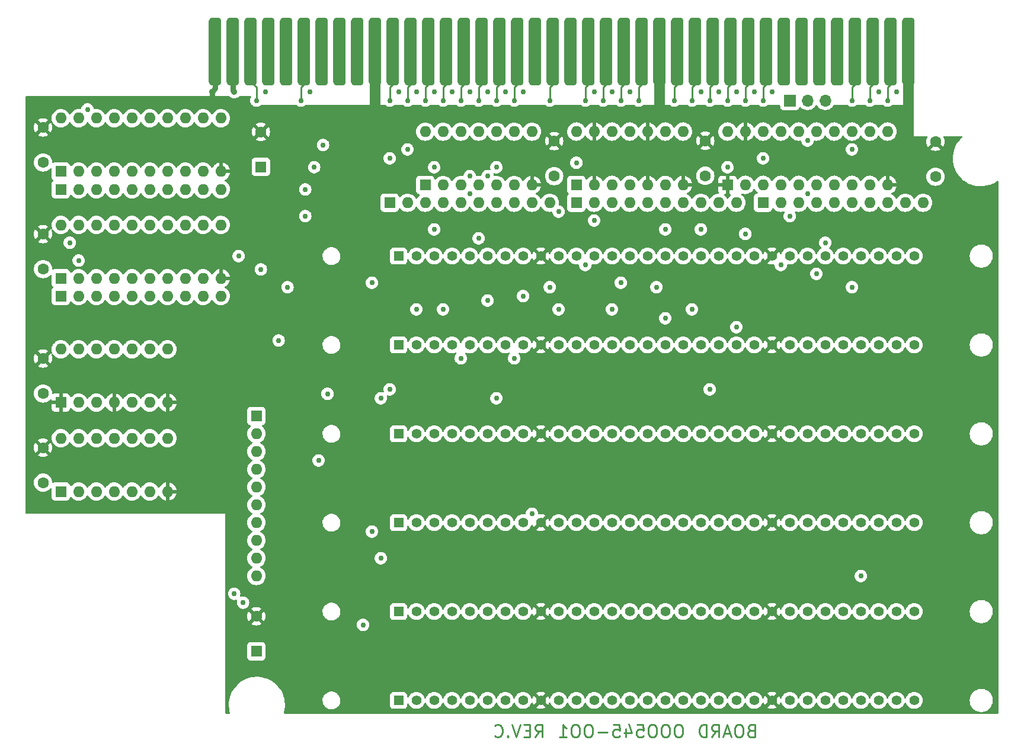
<source format=gbl>
%TF.GenerationSoftware,KiCad,Pcbnew,(6.0.7)*%
%TF.CreationDate,2022-10-12T10:44:44-05:00*%
%TF.ProjectId,CompaqPortableIIImemexp,436f6d70-6171-4506-9f72-7461626c6549,rev?*%
%TF.SameCoordinates,Original*%
%TF.FileFunction,Copper,L4,Bot*%
%TF.FilePolarity,Positive*%
%FSLAX46Y46*%
G04 Gerber Fmt 4.6, Leading zero omitted, Abs format (unit mm)*
G04 Created by KiCad (PCBNEW (6.0.7)) date 2022-10-12 10:44:44*
%MOMM*%
%LPD*%
G01*
G04 APERTURE LIST*
G04 Aperture macros list*
%AMRoundRect*
0 Rectangle with rounded corners*
0 $1 Rounding radius*
0 $2 $3 $4 $5 $6 $7 $8 $9 X,Y pos of 4 corners*
0 Add a 4 corners polygon primitive as box body*
4,1,4,$2,$3,$4,$5,$6,$7,$8,$9,$2,$3,0*
0 Add four circle primitives for the rounded corners*
1,1,$1+$1,$2,$3*
1,1,$1+$1,$4,$5*
1,1,$1+$1,$6,$7*
1,1,$1+$1,$8,$9*
0 Add four rect primitives between the rounded corners*
20,1,$1+$1,$2,$3,$4,$5,0*
20,1,$1+$1,$4,$5,$6,$7,0*
20,1,$1+$1,$6,$7,$8,$9,0*
20,1,$1+$1,$8,$9,$2,$3,0*%
G04 Aperture macros list end*
%ADD10C,0.254000*%
%TA.AperFunction,NonConductor*%
%ADD11C,0.254000*%
%TD*%
%TA.AperFunction,ComponentPad*%
%ADD12C,1.600000*%
%TD*%
%TA.AperFunction,ComponentPad*%
%ADD13R,1.600000X1.600000*%
%TD*%
%TA.AperFunction,ComponentPad*%
%ADD14O,1.600000X1.600000*%
%TD*%
%TA.AperFunction,ConnectorPad*%
%ADD15RoundRect,0.444500X0.444500X4.381500X-0.444500X4.381500X-0.444500X-4.381500X0.444500X-4.381500X0*%
%TD*%
%TA.AperFunction,ComponentPad*%
%ADD16R,1.397000X1.397000*%
%TD*%
%TA.AperFunction,ComponentPad*%
%ADD17C,1.397000*%
%TD*%
%TA.AperFunction,ComponentPad*%
%ADD18R,1.700000X1.700000*%
%TD*%
%TA.AperFunction,ComponentPad*%
%ADD19O,1.700000X1.700000*%
%TD*%
%TA.AperFunction,ViaPad*%
%ADD20C,0.889000*%
%TD*%
%TA.AperFunction,ViaPad*%
%ADD21C,0.750000*%
%TD*%
%TA.AperFunction,Conductor*%
%ADD22C,0.762000*%
%TD*%
%TA.AperFunction,Conductor*%
%ADD23C,1.524000*%
%TD*%
%TA.AperFunction,Conductor*%
%ADD24C,0.254000*%
%TD*%
G04 APERTURE END LIST*
D10*
D11*
X139488333Y-147489333D02*
X140081000Y-146642666D01*
X140504333Y-147489333D02*
X140504333Y-145711333D01*
X139827000Y-145711333D01*
X139657666Y-145796000D01*
X139573000Y-145880666D01*
X139488333Y-146050000D01*
X139488333Y-146304000D01*
X139573000Y-146473333D01*
X139657666Y-146558000D01*
X139827000Y-146642666D01*
X140504333Y-146642666D01*
X138726333Y-146558000D02*
X138133666Y-146558000D01*
X137879666Y-147489333D02*
X138726333Y-147489333D01*
X138726333Y-145711333D01*
X137879666Y-145711333D01*
X137371666Y-145711333D02*
X136779000Y-147489333D01*
X136186333Y-145711333D01*
X135593666Y-147320000D02*
X135509000Y-147404666D01*
X135593666Y-147489333D01*
X135678333Y-147404666D01*
X135593666Y-147320000D01*
X135593666Y-147489333D01*
X133731000Y-147320000D02*
X133815666Y-147404666D01*
X134069666Y-147489333D01*
X134239000Y-147489333D01*
X134493000Y-147404666D01*
X134662333Y-147235333D01*
X134747000Y-147066000D01*
X134831666Y-146727333D01*
X134831666Y-146473333D01*
X134747000Y-146134666D01*
X134662333Y-145965333D01*
X134493000Y-145796000D01*
X134239000Y-145711333D01*
X134069666Y-145711333D01*
X133815666Y-145796000D01*
X133731000Y-145880666D01*
D10*
D11*
X160147000Y-145711333D02*
X159808333Y-145711333D01*
X159639000Y-145796000D01*
X159469666Y-145965333D01*
X159385000Y-146304000D01*
X159385000Y-146896666D01*
X159469666Y-147235333D01*
X159639000Y-147404666D01*
X159808333Y-147489333D01*
X160147000Y-147489333D01*
X160316333Y-147404666D01*
X160485666Y-147235333D01*
X160570333Y-146896666D01*
X160570333Y-146304000D01*
X160485666Y-145965333D01*
X160316333Y-145796000D01*
X160147000Y-145711333D01*
X158284333Y-145711333D02*
X157945666Y-145711333D01*
X157776333Y-145796000D01*
X157607000Y-145965333D01*
X157522333Y-146304000D01*
X157522333Y-146896666D01*
X157607000Y-147235333D01*
X157776333Y-147404666D01*
X157945666Y-147489333D01*
X158284333Y-147489333D01*
X158453666Y-147404666D01*
X158623000Y-147235333D01*
X158707666Y-146896666D01*
X158707666Y-146304000D01*
X158623000Y-145965333D01*
X158453666Y-145796000D01*
X158284333Y-145711333D01*
X156421666Y-145711333D02*
X156083000Y-145711333D01*
X155913666Y-145796000D01*
X155744333Y-145965333D01*
X155659666Y-146304000D01*
X155659666Y-146896666D01*
X155744333Y-147235333D01*
X155913666Y-147404666D01*
X156083000Y-147489333D01*
X156421666Y-147489333D01*
X156591000Y-147404666D01*
X156760333Y-147235333D01*
X156845000Y-146896666D01*
X156845000Y-146304000D01*
X156760333Y-145965333D01*
X156591000Y-145796000D01*
X156421666Y-145711333D01*
X154051000Y-145711333D02*
X154897666Y-145711333D01*
X154982333Y-146558000D01*
X154897666Y-146473333D01*
X154728333Y-146388666D01*
X154305000Y-146388666D01*
X154135666Y-146473333D01*
X154051000Y-146558000D01*
X153966333Y-146727333D01*
X153966333Y-147150666D01*
X154051000Y-147320000D01*
X154135666Y-147404666D01*
X154305000Y-147489333D01*
X154728333Y-147489333D01*
X154897666Y-147404666D01*
X154982333Y-147320000D01*
X152442333Y-146304000D02*
X152442333Y-147489333D01*
X152865666Y-145626666D02*
X153289000Y-146896666D01*
X152188333Y-146896666D01*
X150664333Y-145711333D02*
X151511000Y-145711333D01*
X151595666Y-146558000D01*
X151511000Y-146473333D01*
X151341666Y-146388666D01*
X150918333Y-146388666D01*
X150749000Y-146473333D01*
X150664333Y-146558000D01*
X150579666Y-146727333D01*
X150579666Y-147150666D01*
X150664333Y-147320000D01*
X150749000Y-147404666D01*
X150918333Y-147489333D01*
X151341666Y-147489333D01*
X151511000Y-147404666D01*
X151595666Y-147320000D01*
X149817666Y-146812000D02*
X148463000Y-146812000D01*
X147277666Y-145711333D02*
X146939000Y-145711333D01*
X146769666Y-145796000D01*
X146600333Y-145965333D01*
X146515666Y-146304000D01*
X146515666Y-146896666D01*
X146600333Y-147235333D01*
X146769666Y-147404666D01*
X146939000Y-147489333D01*
X147277666Y-147489333D01*
X147447000Y-147404666D01*
X147616333Y-147235333D01*
X147701000Y-146896666D01*
X147701000Y-146304000D01*
X147616333Y-145965333D01*
X147447000Y-145796000D01*
X147277666Y-145711333D01*
X145415000Y-145711333D02*
X145076333Y-145711333D01*
X144907000Y-145796000D01*
X144737666Y-145965333D01*
X144653000Y-146304000D01*
X144653000Y-146896666D01*
X144737666Y-147235333D01*
X144907000Y-147404666D01*
X145076333Y-147489333D01*
X145415000Y-147489333D01*
X145584333Y-147404666D01*
X145753666Y-147235333D01*
X145838333Y-146896666D01*
X145838333Y-146304000D01*
X145753666Y-145965333D01*
X145584333Y-145796000D01*
X145415000Y-145711333D01*
X142959666Y-147489333D02*
X143975666Y-147489333D01*
X143467666Y-147489333D02*
X143467666Y-145711333D01*
X143637000Y-145965333D01*
X143806333Y-146134666D01*
X143975666Y-146219333D01*
D10*
D11*
X170349333Y-146558000D02*
X170095333Y-146642666D01*
X170010666Y-146727333D01*
X169926000Y-146896666D01*
X169926000Y-147150666D01*
X170010666Y-147320000D01*
X170095333Y-147404666D01*
X170264666Y-147489333D01*
X170942000Y-147489333D01*
X170942000Y-145711333D01*
X170349333Y-145711333D01*
X170180000Y-145796000D01*
X170095333Y-145880666D01*
X170010666Y-146050000D01*
X170010666Y-146219333D01*
X170095333Y-146388666D01*
X170180000Y-146473333D01*
X170349333Y-146558000D01*
X170942000Y-146558000D01*
X168825333Y-145711333D02*
X168486666Y-145711333D01*
X168317333Y-145796000D01*
X168148000Y-145965333D01*
X168063333Y-146304000D01*
X168063333Y-146896666D01*
X168148000Y-147235333D01*
X168317333Y-147404666D01*
X168486666Y-147489333D01*
X168825333Y-147489333D01*
X168994666Y-147404666D01*
X169164000Y-147235333D01*
X169248666Y-146896666D01*
X169248666Y-146304000D01*
X169164000Y-145965333D01*
X168994666Y-145796000D01*
X168825333Y-145711333D01*
X167386000Y-146981333D02*
X166539333Y-146981333D01*
X167555333Y-147489333D02*
X166962666Y-145711333D01*
X166370000Y-147489333D01*
X164761333Y-147489333D02*
X165354000Y-146642666D01*
X165777333Y-147489333D02*
X165777333Y-145711333D01*
X165100000Y-145711333D01*
X164930666Y-145796000D01*
X164846000Y-145880666D01*
X164761333Y-146050000D01*
X164761333Y-146304000D01*
X164846000Y-146473333D01*
X164930666Y-146558000D01*
X165100000Y-146642666D01*
X165777333Y-146642666D01*
X163999333Y-147489333D02*
X163999333Y-145711333D01*
X163576000Y-145711333D01*
X163322000Y-145796000D01*
X163152666Y-145965333D01*
X163068000Y-146134666D01*
X162983333Y-146473333D01*
X162983333Y-146727333D01*
X163068000Y-147066000D01*
X163152666Y-147235333D01*
X163322000Y-147404666D01*
X163576000Y-147489333D01*
X163999333Y-147489333D01*
D12*
%TO.P,C9,1*%
%TO.N,+5V*%
X142240000Y-67310000D03*
%TO.P,C9,2*%
%TO.N,GND*%
X142240000Y-62310000D03*
%TD*%
D13*
%TO.P,U6,1,A->B*%
%TO.N,/1u5&1u6-10rn4*%
X71760000Y-66665000D03*
D14*
%TO.P,U6,2,A0*%
%TO.N,/D15*%
X74300000Y-66665000D03*
%TO.P,U6,3,A1*%
%TO.N,/D12*%
X76840000Y-66665000D03*
%TO.P,U6,4,A2*%
%TO.N,/D13*%
X79380000Y-66665000D03*
%TO.P,U6,5,A3*%
%TO.N,/D11*%
X81920000Y-66665000D03*
%TO.P,U6,6,A4*%
%TO.N,/D8*%
X84460000Y-66665000D03*
%TO.P,U6,7,A5*%
%TO.N,/D10*%
X87000000Y-66665000D03*
%TO.P,U6,8,A6*%
%TO.N,/D9*%
X89540000Y-66665000D03*
%TO.P,U6,9,A7*%
%TO.N,/D14*%
X92080000Y-66665000D03*
%TO.P,U6,10,GND*%
%TO.N,GND*%
X94620000Y-66665000D03*
%TO.P,U6,11,B7*%
%TO.N,/Memory/MEMEVEN-DQ6*%
X94620000Y-59045000D03*
%TO.P,U6,12,B6*%
%TO.N,/Memory/MEMEVEN-DQ1*%
X92080000Y-59045000D03*
%TO.P,U6,13,B5*%
%TO.N,/Memory/MEMEVEN-DQ2*%
X89540000Y-59045000D03*
%TO.P,U6,14,B4*%
%TO.N,/Memory/MEMEVEN-DQ0*%
X87000000Y-59045000D03*
%TO.P,U6,15,B3*%
%TO.N,/Memory/MEMEVEN-DQ3*%
X84460000Y-59045000D03*
%TO.P,U6,16,B2*%
%TO.N,/Memory/MEMEVEN-DQ5*%
X81920000Y-59045000D03*
%TO.P,U6,17,B1*%
%TO.N,/Memory/MEMEVEN-DQ4*%
X79380000Y-59045000D03*
%TO.P,U6,18,B0*%
%TO.N,/Memory/MEMEVEN-DQ7*%
X76840000Y-59045000D03*
%TO.P,U6,19,CE*%
%TO.N,/8u4-19u6*%
X74300000Y-59045000D03*
%TO.P,U6,20,VCC*%
%TO.N,+5V*%
X71760000Y-59045000D03*
%TD*%
D15*
%TO.P,J114,1,Pin_1*%
%TO.N,GND*%
X192862200Y-49530000D03*
%TO.P,J114,2,Pin_2*%
%TO.N,/MEMODD-DP*%
X190322200Y-49530000D03*
%TO.P,J114,3,Pin_3*%
%TO.N,/MEMODD-QP*%
X187782200Y-49530000D03*
%TO.P,J114,4,Pin_4*%
%TO.N,/MEM_WE*%
X185242200Y-49530000D03*
%TO.P,J114,5,Pin_5*%
%TO.N,/LA22*%
X182702200Y-49530000D03*
%TO.P,J114,6,Pin_6*%
%TO.N,/LA18*%
X180162200Y-49530000D03*
%TO.P,J114,7,Pin_7*%
%TO.N,/A16*%
X177622200Y-49530000D03*
%TO.P,J114,8,Pin_8*%
%TO.N,/A14*%
X175082200Y-49530000D03*
%TO.P,J114,9,Pin_9*%
%TO.N,/A10*%
X172542200Y-49530000D03*
%TO.P,J114,10,Pin_10*%
%TO.N,/MA0*%
X170002200Y-49530000D03*
%TO.P,J114,11,Pin_11*%
%TO.N,/MA2*%
X167462200Y-49530000D03*
%TO.P,J114,12,Pin_12*%
%TO.N,/MA4*%
X164922200Y-49530000D03*
%TO.P,J114,13,Pin_13*%
%TO.N,/MA6*%
X162382200Y-49530000D03*
%TO.P,J114,14,Pin_14*%
%TO.N,/MA8*%
X159842200Y-49530000D03*
%TO.P,J114,15,Pin_15*%
%TO.N,GND*%
X157302200Y-49530000D03*
%TO.P,J114,16,Pin_16*%
%TO.N,/1u3-16j114*%
X154762200Y-49530000D03*
%TO.P,J114,17,Pin_17*%
%TO.N,/13u3-17j114*%
X152222200Y-49530000D03*
%TO.P,J114,18,Pin_18*%
%TO.N,/4u3-18j114*%
X149682200Y-49530000D03*
%TO.P,J114,19,Pin_19*%
%TO.N,/9u3-19j114*%
X147142200Y-49530000D03*
%TO.P,J114,20,Pin_20*%
%TO.N,/LA20*%
X144602200Y-49530000D03*
%TO.P,J114,21,Pin_21*%
%TO.N,/12u4-21j114*%
X142062200Y-49530000D03*
%TO.P,J114,22,Pin_22*%
%TO.N,unconnected-(J114-Pad22)*%
X139522200Y-49530000D03*
%TO.P,J114,23,Pin_23*%
%TO.N,/DB0*%
X136982200Y-49530000D03*
%TO.P,J114,24,Pin_24*%
%TO.N,/DB2*%
X134442200Y-49530000D03*
%TO.P,J114,25,Pin_25*%
%TO.N,/DB4*%
X131902200Y-49530000D03*
%TO.P,J114,26,Pin_26*%
%TO.N,/DB6*%
X129362200Y-49530000D03*
%TO.P,J114,27,Pin_27*%
%TO.N,/D8*%
X126822200Y-49530000D03*
%TO.P,J114,28,Pin_28*%
%TO.N,/D10*%
X124282200Y-49530000D03*
%TO.P,J114,29,Pin_29*%
%TO.N,/D12*%
X121742200Y-49530000D03*
%TO.P,J114,30,Pin_30*%
%TO.N,/D14*%
X119202200Y-49530000D03*
%TO.P,J114,31,Pin_31*%
%TO.N,GND*%
X116662200Y-49530000D03*
%TO.P,J114,32,Pin_32*%
%TO.N,/IOR*%
X114122200Y-49530000D03*
%TO.P,J114,33,Pin_33*%
%TO.N,/IO*%
X111582200Y-49530000D03*
%TO.P,J114,34,Pin_34*%
%TO.N,/31j113-34j114*%
X109042200Y-49530000D03*
%TO.P,J114,35,Pin_35*%
%TO.N,/2u3-35j114*%
X106502200Y-49530000D03*
%TO.P,J114,36,Pin_36*%
%TO.N,/MR*%
X103962200Y-49530000D03*
%TO.P,J114,37,Pin_37*%
%TO.N,unconnected-(J114-Pad37)*%
X101422200Y-49530000D03*
%TO.P,J114,38,Pin_38*%
%TO.N,/A2*%
X98882200Y-49530000D03*
%TO.P,J114,39,Pin_39*%
%TO.N,+5V*%
X96342200Y-49530000D03*
%TO.P,J114,40,Pin_40*%
%TO.N,GND*%
X93802200Y-49530000D03*
%TD*%
D12*
%TO.P,C5,1*%
%TO.N,+5V*%
X69215000Y-65365000D03*
%TO.P,C5,2*%
%TO.N,GND*%
X69215000Y-60365000D03*
%TD*%
%TO.P,C3,1*%
%TO.N,+5V*%
X163830000Y-67270000D03*
%TO.P,C3,2*%
%TO.N,GND*%
X163830000Y-62270000D03*
%TD*%
D16*
%TO.P,J006,1,VCC*%
%TO.N,+5V*%
X120015000Y-78740000D03*
D17*
%TO.P,J006,2,~{CAS}*%
%TO.N,/CASEVEN*%
X122555000Y-78740000D03*
%TO.P,J006,3,DQ0*%
%TO.N,/Memory/MEMEVEN-DQ0*%
X125095000Y-78740000D03*
%TO.P,J006,4,A0*%
%TO.N,MEM-A0*%
X127635000Y-78740000D03*
%TO.P,J006,5,A1*%
%TO.N,MEM-A1*%
X130175000Y-78740000D03*
%TO.P,J006,6,DQ1*%
%TO.N,/Memory/MEMEVEN-DQ1*%
X132715000Y-78740000D03*
%TO.P,J006,7,A2*%
%TO.N,MEM-A2*%
X135255000Y-78740000D03*
%TO.P,J006,8,A3*%
%TO.N,MEM-A3*%
X137795000Y-78740000D03*
%TO.P,J006,9,GND*%
%TO.N,GND*%
X140335000Y-78740000D03*
%TO.P,J006,10,DQ2*%
%TO.N,/Memory/MEMEVEN-DQ2*%
X142875000Y-78740000D03*
%TO.P,J006,11,A4*%
%TO.N,MEM-A4*%
X145415000Y-78740000D03*
%TO.P,J006,12,A5*%
%TO.N,MEM-A5*%
X147955000Y-78740000D03*
%TO.P,J006,13,DQ3*%
%TO.N,/Memory/MEMEVEN-DQ3*%
X150495000Y-78740000D03*
%TO.P,J006,14,A6*%
%TO.N,MEM-A6*%
X153035000Y-78740000D03*
%TO.P,J006,15,A7*%
%TO.N,MEM-A7*%
X155575000Y-78740000D03*
%TO.P,J006,16,DQ4*%
%TO.N,/Memory/MEMEVEN-DQ4*%
X158115000Y-78740000D03*
%TO.P,J006,17,A8*%
%TO.N,MEMEVEN-A8*%
X160655000Y-78740000D03*
%TO.P,J006,18,A9*%
%TO.N,MEMEVEN-A9*%
X163195000Y-78740000D03*
%TO.P,J006,19,A10*%
%TO.N,unconnected-(J006-Pad19)*%
X165735000Y-78740000D03*
%TO.P,J006,20,DQ5*%
%TO.N,/Memory/MEMEVEN-DQ5*%
X168275000Y-78740000D03*
%TO.P,J006,21,~{WE}*%
%TO.N,/WEEVEN*%
X170815000Y-78740000D03*
%TO.P,J006,22,GND*%
%TO.N,GND*%
X173355000Y-78740000D03*
%TO.P,J006,23,DQ6*%
%TO.N,/Memory/MEMEVEN-DQ6*%
X175895000Y-78740000D03*
%TO.P,J006,24,A11*%
%TO.N,unconnected-(J006-Pad24)*%
X178435000Y-78740000D03*
%TO.P,J006,25,DQ7*%
%TO.N,/Memory/MEMEVEN-DQ7*%
X180975000Y-78740000D03*
%TO.P,J006,26,QP*%
%TO.N,/MEMEVEN-QP*%
X183515000Y-78740000D03*
%TO.P,J006,27,~{RAS}*%
%TO.N,RAS3*%
X186055000Y-78740000D03*
%TO.P,J006,28,~{CASP}*%
%TO.N,/CASEVEN*%
X188595000Y-78740000D03*
%TO.P,J006,29,DP*%
%TO.N,/MEMEVEN-DP*%
X191135000Y-78740000D03*
%TO.P,J006,30,VCC*%
%TO.N,+5V*%
X193675000Y-78740000D03*
%TD*%
D13*
%TO.P,U5,1,A->B*%
%TO.N,/1u5&1u6-10rn4*%
X71755000Y-81915000D03*
D14*
%TO.P,U5,2,A0*%
%TO.N,/DB6*%
X74295000Y-81915000D03*
%TO.P,U5,3,A1*%
%TO.N,/DB5*%
X76835000Y-81915000D03*
%TO.P,U5,4,A2*%
%TO.N,/DB4*%
X79375000Y-81915000D03*
%TO.P,U5,5,A3*%
%TO.N,/DB7*%
X81915000Y-81915000D03*
%TO.P,U5,6,A4*%
%TO.N,/DB0*%
X84455000Y-81915000D03*
%TO.P,U5,7,A5*%
%TO.N,/DB2*%
X86995000Y-81915000D03*
%TO.P,U5,8,A6*%
%TO.N,/DB1*%
X89535000Y-81915000D03*
%TO.P,U5,9,A7*%
%TO.N,/DB3*%
X92075000Y-81915000D03*
%TO.P,U5,10,GND*%
%TO.N,GND*%
X94615000Y-81915000D03*
%TO.P,U5,11,B7*%
%TO.N,/Memory/MEMODD-DQ3*%
X94615000Y-74295000D03*
%TO.P,U5,12,B6*%
%TO.N,/Memory/MEMODD-DQ1*%
X92075000Y-74295000D03*
%TO.P,U5,13,B5*%
%TO.N,/Memory/MEMODD-DQ2*%
X89535000Y-74295000D03*
%TO.P,U5,14,B4*%
%TO.N,/Memory/MEMODD-DQ0*%
X86995000Y-74295000D03*
%TO.P,U5,15,B3*%
%TO.N,/Memory/MEMODD-DQ7*%
X84455000Y-74295000D03*
%TO.P,U5,16,B2*%
%TO.N,/Memory/MEMODD-DQ4*%
X81915000Y-74295000D03*
%TO.P,U5,17,B1*%
%TO.N,/Memory/MEMODD-DQ5*%
X79375000Y-74295000D03*
%TO.P,U5,18,B0*%
%TO.N,/Memory/MEMODD-DQ6*%
X76835000Y-74295000D03*
%TO.P,U5,19,CE*%
%TO.N,/11u4-19u5*%
X74295000Y-74295000D03*
%TO.P,U5,20,VCC*%
%TO.N,+5V*%
X71755000Y-74295000D03*
%TD*%
D12*
%TO.P,C8,1*%
%TO.N,+5V*%
X69215000Y-111125000D03*
%TO.P,C8,2*%
%TO.N,GND*%
X69215000Y-106125000D03*
%TD*%
D13*
%TO.P,U4,1*%
%TO.N,GND*%
X71750000Y-99685000D03*
D14*
%TO.P,U4,2*%
%TO.N,/MEM_WE*%
X74290000Y-99685000D03*
%TO.P,U4,3*%
%TO.N,Net-(RN3-Pad5)*%
X76830000Y-99685000D03*
%TO.P,U4,4*%
%TO.N,GND*%
X79370000Y-99685000D03*
%TO.P,U4,5*%
%TO.N,/MEM_WE*%
X81910000Y-99685000D03*
%TO.P,U4,6*%
%TO.N,Net-(RN3-Pad7)*%
X84450000Y-99685000D03*
%TO.P,U4,7,GND*%
%TO.N,GND*%
X86990000Y-99685000D03*
%TO.P,U4,8*%
%TO.N,/8u4-19u6*%
X86990000Y-92065000D03*
%TO.P,U4,9*%
%TO.N,/SBHE*%
X84450000Y-92065000D03*
%TO.P,U4,10*%
%TO.N,/12u4-21j114*%
X81910000Y-92065000D03*
%TO.P,U4,11*%
%TO.N,/11u4-19u5*%
X79370000Y-92065000D03*
%TO.P,U4,12*%
%TO.N,/12u4-21j114*%
X76830000Y-92065000D03*
%TO.P,U4,13*%
%TO.N,/BA00*%
X74290000Y-92065000D03*
%TO.P,U4,14,VCC*%
%TO.N,+5V*%
X71750000Y-92065000D03*
%TD*%
D16*
%TO.P,J003,1,VCC*%
%TO.N,+5V*%
X120015000Y-116840000D03*
D17*
%TO.P,J003,2,~{CAS}*%
%TO.N,/CASODD*%
X122555000Y-116840000D03*
%TO.P,J003,3,DQ0*%
%TO.N,/Memory/MEMODD-DQ0*%
X125095000Y-116840000D03*
%TO.P,J003,4,A0*%
%TO.N,MEM-A0*%
X127635000Y-116840000D03*
%TO.P,J003,5,A1*%
%TO.N,MEM-A1*%
X130175000Y-116840000D03*
%TO.P,J003,6,DQ1*%
%TO.N,/Memory/MEMODD-DQ1*%
X132715000Y-116840000D03*
%TO.P,J003,7,A2*%
%TO.N,MEM-A2*%
X135255000Y-116840000D03*
%TO.P,J003,8,A3*%
%TO.N,MEM-A3*%
X137795000Y-116840000D03*
%TO.P,J003,9,GND*%
%TO.N,GND*%
X140335000Y-116840000D03*
%TO.P,J003,10,DQ2*%
%TO.N,/Memory/MEMODD-DQ2*%
X142875000Y-116840000D03*
%TO.P,J003,11,A4*%
%TO.N,MEM-A4*%
X145415000Y-116840000D03*
%TO.P,J003,12,A5*%
%TO.N,MEM-A5*%
X147955000Y-116840000D03*
%TO.P,J003,13,DQ3*%
%TO.N,/Memory/MEMODD-DQ3*%
X150495000Y-116840000D03*
%TO.P,J003,14,A6*%
%TO.N,MEM-A6*%
X153035000Y-116840000D03*
%TO.P,J003,15,A7*%
%TO.N,MEM-A7*%
X155575000Y-116840000D03*
%TO.P,J003,16,DQ4*%
%TO.N,/Memory/MEMODD-DQ4*%
X158115000Y-116840000D03*
%TO.P,J003,17,A8*%
%TO.N,MEMODD-A8*%
X160655000Y-116840000D03*
%TO.P,J003,18,A9*%
%TO.N,MEMODD-A9*%
X163195000Y-116840000D03*
%TO.P,J003,19,A10*%
%TO.N,unconnected-(J003-Pad19)*%
X165735000Y-116840000D03*
%TO.P,J003,20,DQ5*%
%TO.N,/Memory/MEMODD-DQ5*%
X168275000Y-116840000D03*
%TO.P,J003,21,~{WE}*%
%TO.N,/WEODD*%
X170815000Y-116840000D03*
%TO.P,J003,22,GND*%
%TO.N,GND*%
X173355000Y-116840000D03*
%TO.P,J003,23,DQ6*%
%TO.N,/Memory/MEMODD-DQ6*%
X175895000Y-116840000D03*
%TO.P,J003,24,A11*%
%TO.N,unconnected-(J003-Pad24)*%
X178435000Y-116840000D03*
%TO.P,J003,25,DQ7*%
%TO.N,/Memory/MEMODD-DQ7*%
X180975000Y-116840000D03*
%TO.P,J003,26,QP*%
%TO.N,/MEMODD-QP*%
X183515000Y-116840000D03*
%TO.P,J003,27,~{RAS}*%
%TO.N,RAS2*%
X186055000Y-116840000D03*
%TO.P,J003,28,~{CASP}*%
%TO.N,/CASODD*%
X188595000Y-116840000D03*
%TO.P,J003,29,DP*%
%TO.N,/MEMODD-DP*%
X191135000Y-116840000D03*
%TO.P,J003,30,VCC*%
%TO.N,+5V*%
X193675000Y-116840000D03*
%TD*%
D13*
%TO.P,RN4,1,R1.1*%
%TO.N,Net-(RN4-Pad1)*%
X99695000Y-101600000D03*
D14*
%TO.P,RN4,2,R1.2*%
%TO.N,/CASEVEN*%
X99695000Y-104140000D03*
%TO.P,RN4,3,R2.1*%
%TO.N,Net-(RN4-Pad3)*%
X99695000Y-106680000D03*
%TO.P,RN4,4,R2.2*%
%TO.N,/CASODD*%
X99695000Y-109220000D03*
%TO.P,RN4,5,R3.1*%
%TO.N,Net-(RN4-Pad5)*%
X99695000Y-111760000D03*
%TO.P,RN4,6,R3.2*%
%TO.N,RAS3*%
X99695000Y-114300000D03*
%TO.P,RN4,7,R4.1*%
%TO.N,Net-(RN4-Pad7)*%
X99695000Y-116840000D03*
%TO.P,RN4,8,R4.2*%
%TO.N,RAS2*%
X99695000Y-119380000D03*
%TO.P,RN4,9,R5.1*%
%TO.N,Net-(RN4-Pad9)*%
X99695000Y-121920000D03*
%TO.P,RN4,10,R5.2*%
%TO.N,RAS1*%
X99695000Y-124460000D03*
%TD*%
D16*
%TO.P,J002,1,VCC*%
%TO.N,+5V*%
X120015000Y-129540000D03*
D17*
%TO.P,J002,2,~{CAS}*%
%TO.N,/CASEVEN*%
X122555000Y-129540000D03*
%TO.P,J002,3,DQ0*%
%TO.N,/Memory/MEMEVEN-DQ0*%
X125095000Y-129540000D03*
%TO.P,J002,4,A0*%
%TO.N,MEM-A0*%
X127635000Y-129540000D03*
%TO.P,J002,5,A1*%
%TO.N,MEM-A1*%
X130175000Y-129540000D03*
%TO.P,J002,6,DQ1*%
%TO.N,/Memory/MEMEVEN-DQ1*%
X132715000Y-129540000D03*
%TO.P,J002,7,A2*%
%TO.N,MEM-A2*%
X135255000Y-129540000D03*
%TO.P,J002,8,A3*%
%TO.N,MEM-A3*%
X137795000Y-129540000D03*
%TO.P,J002,9,GND*%
%TO.N,GND*%
X140335000Y-129540000D03*
%TO.P,J002,10,DQ2*%
%TO.N,/Memory/MEMEVEN-DQ2*%
X142875000Y-129540000D03*
%TO.P,J002,11,A4*%
%TO.N,MEM-A4*%
X145415000Y-129540000D03*
%TO.P,J002,12,A5*%
%TO.N,MEM-A5*%
X147955000Y-129540000D03*
%TO.P,J002,13,DQ3*%
%TO.N,/Memory/MEMEVEN-DQ3*%
X150495000Y-129540000D03*
%TO.P,J002,14,A6*%
%TO.N,MEM-A6*%
X153035000Y-129540000D03*
%TO.P,J002,15,A7*%
%TO.N,MEM-A7*%
X155575000Y-129540000D03*
%TO.P,J002,16,DQ4*%
%TO.N,/Memory/MEMEVEN-DQ4*%
X158115000Y-129540000D03*
%TO.P,J002,17,A8*%
%TO.N,MEMEVEN-A8*%
X160655000Y-129540000D03*
%TO.P,J002,18,A9*%
%TO.N,MEMEVEN-A9*%
X163195000Y-129540000D03*
%TO.P,J002,19,A10*%
%TO.N,unconnected-(J002-Pad19)*%
X165735000Y-129540000D03*
%TO.P,J002,20,DQ5*%
%TO.N,/Memory/MEMEVEN-DQ5*%
X168275000Y-129540000D03*
%TO.P,J002,21,~{WE}*%
%TO.N,/WEEVEN*%
X170815000Y-129540000D03*
%TO.P,J002,22,GND*%
%TO.N,GND*%
X173355000Y-129540000D03*
%TO.P,J002,23,DQ6*%
%TO.N,/Memory/MEMEVEN-DQ6*%
X175895000Y-129540000D03*
%TO.P,J002,24,A11*%
%TO.N,unconnected-(J002-Pad24)*%
X178435000Y-129540000D03*
%TO.P,J002,25,DQ7*%
%TO.N,/Memory/MEMEVEN-DQ7*%
X180975000Y-129540000D03*
%TO.P,J002,26,QP*%
%TO.N,/MEMEVEN-QP*%
X183515000Y-129540000D03*
%TO.P,J002,27,~{RAS}*%
%TO.N,RAS1*%
X186055000Y-129540000D03*
%TO.P,J002,28,~{CASP}*%
%TO.N,/CASEVEN*%
X188595000Y-129540000D03*
%TO.P,J002,29,DP*%
%TO.N,/MEMEVEN-DP*%
X191135000Y-129540000D03*
%TO.P,J002,30,VCC*%
%TO.N,+5V*%
X193675000Y-129540000D03*
%TD*%
D13*
%TO.P,U1,1,OEa*%
%TO.N,GND*%
X167010000Y-68570000D03*
D14*
%TO.P,U1,2,I0a*%
%TO.N,/MA7*%
X169550000Y-68570000D03*
%TO.P,U1,3,O3b*%
%TO.N,Net-(RN2-Pad5)*%
X172090000Y-68570000D03*
%TO.P,U1,4,I1a*%
%TO.N,/MA6*%
X174630000Y-68570000D03*
%TO.P,U1,5,O2b*%
%TO.N,Net-(RN2-Pad3)*%
X177170000Y-68570000D03*
%TO.P,U1,6,I2a*%
%TO.N,/MA5*%
X179710000Y-68570000D03*
%TO.P,U1,7,O1b*%
%TO.N,Net-(RN2-Pad1)*%
X182250000Y-68570000D03*
%TO.P,U1,8,I3a*%
%TO.N,/MA4*%
X184790000Y-68570000D03*
%TO.P,U1,9,O0b*%
%TO.N,Net-(RN1-Pad9)*%
X187330000Y-68570000D03*
%TO.P,U1,10,GND*%
%TO.N,GND*%
X189870000Y-68570000D03*
%TO.P,U1,11,I0b*%
%TO.N,/MA3*%
X189870000Y-60950000D03*
%TO.P,U1,12,O3a*%
%TO.N,Net-(RN1-Pad7)*%
X187330000Y-60950000D03*
%TO.P,U1,13,I1b*%
%TO.N,/MA2*%
X184790000Y-60950000D03*
%TO.P,U1,14,O2a*%
%TO.N,Net-(RN1-Pad5)*%
X182250000Y-60950000D03*
%TO.P,U1,15,I2b*%
%TO.N,/17u1-2E1*%
X179710000Y-60950000D03*
%TO.P,U1,16,O1a*%
%TO.N,Net-(RN1-Pad3)*%
X177170000Y-60950000D03*
%TO.P,U1,17,I3b*%
%TO.N,/MA0*%
X174630000Y-60950000D03*
%TO.P,U1,18,O0a*%
%TO.N,Net-(RN1-Pad1)*%
X172090000Y-60950000D03*
%TO.P,U1,19,OEb*%
%TO.N,GND*%
X169550000Y-60950000D03*
%TO.P,U1,20,VCC*%
%TO.N,+5V*%
X167010000Y-60950000D03*
%TD*%
D13*
%TO.P,RN3,1,R1.1*%
%TO.N,Net-(RN3-Pad1)*%
X118750000Y-71120000D03*
D14*
%TO.P,RN3,2,R1.2*%
%TO.N,MEMODD-A9*%
X121290000Y-71120000D03*
%TO.P,RN3,3,R2.1*%
%TO.N,Net-(RN3-Pad3)*%
X123830000Y-71120000D03*
%TO.P,RN3,4,R2.2*%
%TO.N,MEMEVEN-A9*%
X126370000Y-71120000D03*
%TO.P,RN3,5,R3.1*%
%TO.N,Net-(RN3-Pad5)*%
X128910000Y-71120000D03*
%TO.P,RN3,6,R3.2*%
%TO.N,/WEEVEN*%
X131450000Y-71120000D03*
%TO.P,RN3,7,R4.1*%
%TO.N,Net-(RN3-Pad7)*%
X133990000Y-71120000D03*
%TO.P,RN3,8,R4.2*%
%TO.N,/WEODD*%
X136530000Y-71120000D03*
%TO.P,RN3,9,R5.1*%
%TO.N,Net-(RN3-Pad9)*%
X139070000Y-71120000D03*
%TO.P,RN3,10,R5.2*%
%TO.N,/1u5&1u6-10rn4*%
X141610000Y-71120000D03*
%TD*%
D16*
%TO.P,J005,1,VCC*%
%TO.N,+5V*%
X120015000Y-91440000D03*
D17*
%TO.P,J005,2,~{CAS}*%
%TO.N,/CASODD*%
X122555000Y-91440000D03*
%TO.P,J005,3,DQ0*%
%TO.N,/Memory/MEMODD-DQ0*%
X125095000Y-91440000D03*
%TO.P,J005,4,A0*%
%TO.N,MEM-A0*%
X127635000Y-91440000D03*
%TO.P,J005,5,A1*%
%TO.N,MEM-A1*%
X130175000Y-91440000D03*
%TO.P,J005,6,DQ1*%
%TO.N,/Memory/MEMODD-DQ1*%
X132715000Y-91440000D03*
%TO.P,J005,7,A2*%
%TO.N,MEM-A2*%
X135255000Y-91440000D03*
%TO.P,J005,8,A3*%
%TO.N,MEM-A3*%
X137795000Y-91440000D03*
%TO.P,J005,9,GND*%
%TO.N,GND*%
X140335000Y-91440000D03*
%TO.P,J005,10,DQ2*%
%TO.N,/Memory/MEMODD-DQ2*%
X142875000Y-91440000D03*
%TO.P,J005,11,A4*%
%TO.N,MEM-A4*%
X145415000Y-91440000D03*
%TO.P,J005,12,A5*%
%TO.N,MEM-A5*%
X147955000Y-91440000D03*
%TO.P,J005,13,DQ3*%
%TO.N,/Memory/MEMODD-DQ3*%
X150495000Y-91440000D03*
%TO.P,J005,14,A6*%
%TO.N,MEM-A6*%
X153035000Y-91440000D03*
%TO.P,J005,15,A7*%
%TO.N,MEM-A7*%
X155575000Y-91440000D03*
%TO.P,J005,16,DQ4*%
%TO.N,/Memory/MEMODD-DQ4*%
X158115000Y-91440000D03*
%TO.P,J005,17,A8*%
%TO.N,MEMODD-A8*%
X160655000Y-91440000D03*
%TO.P,J005,18,A9*%
%TO.N,MEMODD-A9*%
X163195000Y-91440000D03*
%TO.P,J005,19,A10*%
%TO.N,unconnected-(J005-Pad19)*%
X165735000Y-91440000D03*
%TO.P,J005,20,DQ5*%
%TO.N,/Memory/MEMODD-DQ5*%
X168275000Y-91440000D03*
%TO.P,J005,21,~{WE}*%
%TO.N,/WEODD*%
X170815000Y-91440000D03*
%TO.P,J005,22,GND*%
%TO.N,GND*%
X173355000Y-91440000D03*
%TO.P,J005,23,DQ6*%
%TO.N,/Memory/MEMODD-DQ6*%
X175895000Y-91440000D03*
%TO.P,J005,24,A11*%
%TO.N,unconnected-(J005-Pad24)*%
X178435000Y-91440000D03*
%TO.P,J005,25,DQ7*%
%TO.N,/Memory/MEMODD-DQ7*%
X180975000Y-91440000D03*
%TO.P,J005,26,QP*%
%TO.N,/MEMODD-QP*%
X183515000Y-91440000D03*
%TO.P,J005,27,~{RAS}*%
%TO.N,RAS3*%
X186055000Y-91440000D03*
%TO.P,J005,28,~{CASP}*%
%TO.N,/CASODD*%
X188595000Y-91440000D03*
%TO.P,J005,29,DP*%
%TO.N,/MEMODD-DP*%
X191135000Y-91440000D03*
%TO.P,J005,30,VCC*%
%TO.N,+5V*%
X193675000Y-91440000D03*
%TD*%
D12*
%TO.P,C4,1*%
%TO.N,+5V*%
X196719401Y-67404120D03*
%TO.P,C4,2*%
%TO.N,GND*%
X196719401Y-62404120D03*
%TD*%
D16*
%TO.P,J001,1,VCC*%
%TO.N,+5V*%
X120015000Y-142240000D03*
D17*
%TO.P,J001,2,~{CAS}*%
%TO.N,/CASODD*%
X122555000Y-142240000D03*
%TO.P,J001,3,DQ0*%
%TO.N,/Memory/MEMODD-DQ0*%
X125095000Y-142240000D03*
%TO.P,J001,4,A0*%
%TO.N,MEM-A0*%
X127635000Y-142240000D03*
%TO.P,J001,5,A1*%
%TO.N,MEM-A1*%
X130175000Y-142240000D03*
%TO.P,J001,6,DQ1*%
%TO.N,/Memory/MEMODD-DQ1*%
X132715000Y-142240000D03*
%TO.P,J001,7,A2*%
%TO.N,MEM-A2*%
X135255000Y-142240000D03*
%TO.P,J001,8,A3*%
%TO.N,MEM-A3*%
X137795000Y-142240000D03*
%TO.P,J001,9,GND*%
%TO.N,GND*%
X140335000Y-142240000D03*
%TO.P,J001,10,DQ2*%
%TO.N,/Memory/MEMODD-DQ2*%
X142875000Y-142240000D03*
%TO.P,J001,11,A4*%
%TO.N,MEM-A4*%
X145415000Y-142240000D03*
%TO.P,J001,12,A5*%
%TO.N,MEM-A5*%
X147955000Y-142240000D03*
%TO.P,J001,13,DQ3*%
%TO.N,/Memory/MEMODD-DQ3*%
X150495000Y-142240000D03*
%TO.P,J001,14,A6*%
%TO.N,MEM-A6*%
X153035000Y-142240000D03*
%TO.P,J001,15,A7*%
%TO.N,MEM-A7*%
X155575000Y-142240000D03*
%TO.P,J001,16,DQ4*%
%TO.N,/Memory/MEMODD-DQ4*%
X158115000Y-142240000D03*
%TO.P,J001,17,A8*%
%TO.N,MEMODD-A8*%
X160655000Y-142240000D03*
%TO.P,J001,18,A9*%
%TO.N,MEMODD-A9*%
X163195000Y-142240000D03*
%TO.P,J001,19,A10*%
%TO.N,unconnected-(J001-Pad19)*%
X165735000Y-142240000D03*
%TO.P,J001,20,DQ5*%
%TO.N,/Memory/MEMODD-DQ5*%
X168275000Y-142240000D03*
%TO.P,J001,21,~{WE}*%
%TO.N,/WEODD*%
X170815000Y-142240000D03*
%TO.P,J001,22,GND*%
%TO.N,GND*%
X173355000Y-142240000D03*
%TO.P,J001,23,DQ6*%
%TO.N,/Memory/MEMODD-DQ6*%
X175895000Y-142240000D03*
%TO.P,J001,24,A11*%
%TO.N,unconnected-(J001-Pad24)*%
X178435000Y-142240000D03*
%TO.P,J001,25,DQ7*%
%TO.N,/Memory/MEMODD-DQ7*%
X180975000Y-142240000D03*
%TO.P,J001,26,QP*%
%TO.N,/MEMODD-QP*%
X183515000Y-142240000D03*
%TO.P,J001,27,~{RAS}*%
%TO.N,RAS1*%
X186055000Y-142240000D03*
%TO.P,J001,28,~{CASP}*%
%TO.N,/CASODD*%
X188595000Y-142240000D03*
%TO.P,J001,29,DP*%
%TO.N,/MEMODD-DP*%
X191135000Y-142240000D03*
%TO.P,J001,30,VCC*%
%TO.N,+5V*%
X193675000Y-142240000D03*
%TD*%
D12*
%TO.P,C7,1*%
%TO.N,+5V*%
X69215000Y-98385000D03*
%TO.P,C7,2*%
%TO.N,GND*%
X69215000Y-93385000D03*
%TD*%
D13*
%TO.P,RN1,1,R1.1*%
%TO.N,Net-(RN1-Pad1)*%
X172090000Y-71120000D03*
D14*
%TO.P,RN1,2,R1.2*%
%TO.N,MEM-A7*%
X174630000Y-71120000D03*
%TO.P,RN1,3,R2.1*%
%TO.N,Net-(RN1-Pad3)*%
X177170000Y-71120000D03*
%TO.P,RN1,4,R2.2*%
%TO.N,MEM-A6*%
X179710000Y-71120000D03*
%TO.P,RN1,5,R3.1*%
%TO.N,Net-(RN1-Pad5)*%
X182250000Y-71120000D03*
%TO.P,RN1,6,R3.2*%
%TO.N,MEM-A5*%
X184790000Y-71120000D03*
%TO.P,RN1,7,R4.1*%
%TO.N,Net-(RN1-Pad7)*%
X187330000Y-71120000D03*
%TO.P,RN1,8,R4.2*%
%TO.N,MEM-A4*%
X189870000Y-71120000D03*
%TO.P,RN1,9,R5.1*%
%TO.N,Net-(RN1-Pad9)*%
X192410000Y-71120000D03*
%TO.P,RN1,10,R5.2*%
%TO.N,MEM-A3*%
X194950000Y-71120000D03*
%TD*%
D13*
%TO.P,U3,1*%
%TO.N,/1u3-16j114*%
X71755000Y-112395000D03*
D14*
%TO.P,U3,2*%
%TO.N,/2u3-35j114*%
X74295000Y-112395000D03*
%TO.P,U3,3*%
%TO.N,Net-(RN4-Pad3)*%
X76835000Y-112395000D03*
%TO.P,U3,4*%
%TO.N,/4u3-18j114*%
X79375000Y-112395000D03*
%TO.P,U3,5*%
%TO.N,/MEM_WE*%
X81915000Y-112395000D03*
%TO.P,U3,6*%
%TO.N,Net-(RN3-Pad9)*%
X84455000Y-112395000D03*
%TO.P,U3,7,GND*%
%TO.N,GND*%
X86995000Y-112395000D03*
%TO.P,U3,8*%
%TO.N,unconnected-(U3-Pad8)*%
X86995000Y-104775000D03*
%TO.P,U3,9*%
%TO.N,unconnected-(U3-Pad9)*%
X84455000Y-104775000D03*
%TO.P,U3,10*%
%TO.N,unconnected-(U3-Pad10)*%
X81915000Y-104775000D03*
%TO.P,U3,11*%
%TO.N,Net-(RN4-Pad1)*%
X79375000Y-104775000D03*
%TO.P,U3,12*%
%TO.N,/2u3-35j114*%
X76835000Y-104775000D03*
%TO.P,U3,13*%
%TO.N,/13u3-17j114*%
X74295000Y-104775000D03*
%TO.P,U3,14,VCC*%
%TO.N,+5V*%
X71755000Y-104775000D03*
%TD*%
D16*
%TO.P,J004,1,VCC*%
%TO.N,+5V*%
X120015000Y-104140000D03*
D17*
%TO.P,J004,2,~{CAS}*%
%TO.N,/CASEVEN*%
X122555000Y-104140000D03*
%TO.P,J004,3,DQ0*%
%TO.N,/Memory/MEMEVEN-DQ0*%
X125095000Y-104140000D03*
%TO.P,J004,4,A0*%
%TO.N,MEM-A0*%
X127635000Y-104140000D03*
%TO.P,J004,5,A1*%
%TO.N,MEM-A1*%
X130175000Y-104140000D03*
%TO.P,J004,6,DQ1*%
%TO.N,/Memory/MEMEVEN-DQ1*%
X132715000Y-104140000D03*
%TO.P,J004,7,A2*%
%TO.N,MEM-A2*%
X135255000Y-104140000D03*
%TO.P,J004,8,A3*%
%TO.N,MEM-A3*%
X137795000Y-104140000D03*
%TO.P,J004,9,GND*%
%TO.N,GND*%
X140335000Y-104140000D03*
%TO.P,J004,10,DQ2*%
%TO.N,/Memory/MEMEVEN-DQ2*%
X142875000Y-104140000D03*
%TO.P,J004,11,A4*%
%TO.N,MEM-A4*%
X145415000Y-104140000D03*
%TO.P,J004,12,A5*%
%TO.N,MEM-A5*%
X147955000Y-104140000D03*
%TO.P,J004,13,DQ3*%
%TO.N,/Memory/MEMEVEN-DQ3*%
X150495000Y-104140000D03*
%TO.P,J004,14,A6*%
%TO.N,MEM-A6*%
X153035000Y-104140000D03*
%TO.P,J004,15,A7*%
%TO.N,MEM-A7*%
X155575000Y-104140000D03*
%TO.P,J004,16,DQ4*%
%TO.N,/Memory/MEMEVEN-DQ4*%
X158115000Y-104140000D03*
%TO.P,J004,17,A8*%
%TO.N,MEMEVEN-A8*%
X160655000Y-104140000D03*
%TO.P,J004,18,A9*%
%TO.N,MEMEVEN-A9*%
X163195000Y-104140000D03*
%TO.P,J004,19,A10*%
%TO.N,unconnected-(J004-Pad19)*%
X165735000Y-104140000D03*
%TO.P,J004,20,DQ5*%
%TO.N,/Memory/MEMEVEN-DQ5*%
X168275000Y-104140000D03*
%TO.P,J004,21,~{WE}*%
%TO.N,/WEEVEN*%
X170815000Y-104140000D03*
%TO.P,J004,22,GND*%
%TO.N,GND*%
X173355000Y-104140000D03*
%TO.P,J004,23,DQ6*%
%TO.N,/Memory/MEMEVEN-DQ6*%
X175895000Y-104140000D03*
%TO.P,J004,24,A11*%
%TO.N,unconnected-(J004-Pad24)*%
X178435000Y-104140000D03*
%TO.P,J004,25,DQ7*%
%TO.N,/Memory/MEMEVEN-DQ7*%
X180975000Y-104140000D03*
%TO.P,J004,26,QP*%
%TO.N,/MEMEVEN-QP*%
X183515000Y-104140000D03*
%TO.P,J004,27,~{RAS}*%
%TO.N,RAS2*%
X186055000Y-104140000D03*
%TO.P,J004,28,~{CASP}*%
%TO.N,/CASEVEN*%
X188595000Y-104140000D03*
%TO.P,J004,29,DP*%
%TO.N,/MEMEVEN-DP*%
X191135000Y-104140000D03*
%TO.P,J004,30,VCC*%
%TO.N,+5V*%
X193675000Y-104140000D03*
%TD*%
D13*
%TO.P,U2,1*%
%TO.N,/MA8*%
X145410000Y-68570000D03*
D14*
%TO.P,U2,2*%
%TO.N,GND*%
X147950000Y-68570000D03*
%TO.P,U2,3*%
%TO.N,Net-(RN2-Pad7)*%
X150490000Y-68570000D03*
%TO.P,U2,4*%
%TO.N,/MA8*%
X153030000Y-68570000D03*
%TO.P,U2,5*%
%TO.N,GND*%
X155570000Y-68570000D03*
%TO.P,U2,6*%
%TO.N,Net-(RN2-Pad9)*%
X158110000Y-68570000D03*
%TO.P,U2,7,GND*%
%TO.N,GND*%
X160650000Y-68570000D03*
%TO.P,U2,8*%
%TO.N,Net-(RN3-Pad1)*%
X160650000Y-60950000D03*
%TO.P,U2,9*%
%TO.N,/A10*%
X158110000Y-60950000D03*
%TO.P,U2,10*%
%TO.N,GND*%
X155570000Y-60950000D03*
%TO.P,U2,11*%
%TO.N,Net-(RN3-Pad3)*%
X153030000Y-60950000D03*
%TO.P,U2,12*%
%TO.N,/A10*%
X150490000Y-60950000D03*
%TO.P,U2,13*%
%TO.N,GND*%
X147950000Y-60950000D03*
%TO.P,U2,14,VCC*%
%TO.N,+5V*%
X145410000Y-60950000D03*
%TD*%
D13*
%TO.P,C2,1*%
%TO.N,+5V*%
X100330000Y-66000000D03*
D12*
%TO.P,C2,2*%
%TO.N,GND*%
X100330000Y-61000000D03*
%TD*%
D13*
%TO.P,C1,1*%
%TO.N,+5V*%
X99695000Y-135215000D03*
D12*
%TO.P,C1,2*%
%TO.N,GND*%
X99695000Y-130215000D03*
%TD*%
D13*
%TO.P,U7,1*%
%TO.N,/1u7-59j114*%
X123825000Y-68580000D03*
D14*
%TO.P,U7,2*%
%TO.N,/2u7-58j114*%
X126365000Y-68580000D03*
%TO.P,U7,3*%
X128905000Y-68580000D03*
%TO.P,U7,4*%
%TO.N,/4u3-18j114*%
X131445000Y-68580000D03*
%TO.P,U7,5*%
%TO.N,/5u7-57j114*%
X133985000Y-68580000D03*
%TO.P,U7,6*%
%TO.N,Net-(RN4-Pad9)*%
X136525000Y-68580000D03*
%TO.P,U7,7,GND*%
%TO.N,GND*%
X139065000Y-68580000D03*
%TO.P,U7,8*%
%TO.N,Net-(RN4-Pad7)*%
X139065000Y-60960000D03*
%TO.P,U7,9*%
%TO.N,/9u3-19j114*%
X136525000Y-60960000D03*
%TO.P,U7,10*%
%TO.N,/2u7-58j114*%
X133985000Y-60960000D03*
%TO.P,U7,11*%
%TO.N,/4u3-18j114*%
X131445000Y-60960000D03*
%TO.P,U7,12*%
%TO.N,Net-(RN4-Pad5)*%
X128905000Y-60960000D03*
%TO.P,U7,13*%
%TO.N,/4u3-18j114*%
X126365000Y-60960000D03*
%TO.P,U7,14,VCC*%
%TO.N,+5V*%
X123825000Y-60960000D03*
%TD*%
D12*
%TO.P,C6,1*%
%TO.N,+5V*%
X69215000Y-80605000D03*
%TO.P,C6,2*%
%TO.N,GND*%
X69215000Y-75605000D03*
%TD*%
D13*
%TO.P,RN5,1,common*%
%TO.N,+5V*%
X71760000Y-69215000D03*
D14*
%TO.P,RN5,2,R1*%
%TO.N,unconnected-(RN5-Pad2)*%
X74300000Y-69215000D03*
%TO.P,RN5,3,R2*%
%TO.N,/Memory/MEMEVEN-DQ7*%
X76840000Y-69215000D03*
%TO.P,RN5,4,R3*%
%TO.N,/Memory/MEMEVEN-DQ4*%
X79380000Y-69215000D03*
%TO.P,RN5,5,R4*%
%TO.N,/Memory/MEMEVEN-DQ5*%
X81920000Y-69215000D03*
%TO.P,RN5,6,R5*%
%TO.N,/Memory/MEMEVEN-DQ3*%
X84460000Y-69215000D03*
%TO.P,RN5,7,R6*%
%TO.N,/Memory/MEMEVEN-DQ0*%
X87000000Y-69215000D03*
%TO.P,RN5,8,R7*%
%TO.N,/Memory/MEMEVEN-DQ2*%
X89540000Y-69215000D03*
%TO.P,RN5,9,R8*%
%TO.N,/Memory/MEMEVEN-DQ1*%
X92080000Y-69215000D03*
%TO.P,RN5,10,R9*%
%TO.N,/Memory/MEMEVEN-DQ6*%
X94620000Y-69215000D03*
%TD*%
D13*
%TO.P,RN6,1,common*%
%TO.N,+5V*%
X71755000Y-84455000D03*
D14*
%TO.P,RN6,2,R1*%
%TO.N,unconnected-(RN6-Pad2)*%
X74295000Y-84455000D03*
%TO.P,RN6,3,R2*%
%TO.N,/Memory/MEMODD-DQ6*%
X76835000Y-84455000D03*
%TO.P,RN6,4,R3*%
%TO.N,/Memory/MEMODD-DQ5*%
X79375000Y-84455000D03*
%TO.P,RN6,5,R4*%
%TO.N,/Memory/MEMODD-DQ4*%
X81915000Y-84455000D03*
%TO.P,RN6,6,R5*%
%TO.N,/Memory/MEMODD-DQ7*%
X84455000Y-84455000D03*
%TO.P,RN6,7,R6*%
%TO.N,/Memory/MEMODD-DQ0*%
X86995000Y-84455000D03*
%TO.P,RN6,8,R7*%
%TO.N,/Memory/MEMODD-DQ2*%
X89535000Y-84455000D03*
%TO.P,RN6,9,R8*%
%TO.N,/Memory/MEMODD-DQ1*%
X92075000Y-84455000D03*
%TO.P,RN6,10,R9*%
%TO.N,/Memory/MEMODD-DQ3*%
X94615000Y-84455000D03*
%TD*%
D18*
%TO.P,E1,1,Pin_1*%
%TO.N,/MA1*%
X175895000Y-56515000D03*
D19*
%TO.P,E1,2,Pin_2*%
%TO.N,/17u1-2E1*%
X178435000Y-56515000D03*
%TO.P,E1,3,Pin_3*%
%TO.N,/A2*%
X180975000Y-56515000D03*
%TD*%
D13*
%TO.P,RN2,1,R1.1*%
%TO.N,Net-(RN2-Pad1)*%
X145420000Y-71120000D03*
D14*
%TO.P,RN2,2,R1.2*%
%TO.N,MEM-A2*%
X147960000Y-71120000D03*
%TO.P,RN2,3,R2.1*%
%TO.N,Net-(RN2-Pad3)*%
X150500000Y-71120000D03*
%TO.P,RN2,4,R2.2*%
%TO.N,MEM-A1*%
X153040000Y-71120000D03*
%TO.P,RN2,5,R3.1*%
%TO.N,Net-(RN2-Pad5)*%
X155580000Y-71120000D03*
%TO.P,RN2,6,R3.2*%
%TO.N,MEM-A0*%
X158120000Y-71120000D03*
%TO.P,RN2,7,R4.1*%
%TO.N,Net-(RN2-Pad7)*%
X160660000Y-71120000D03*
%TO.P,RN2,8,R4.2*%
%TO.N,MEMODD-A8*%
X163200000Y-71120000D03*
%TO.P,RN2,9,R5.1*%
%TO.N,Net-(RN2-Pad9)*%
X165740000Y-71120000D03*
%TO.P,RN2,10,R5.2*%
%TO.N,MEMEVEN-A8*%
X168280000Y-71120000D03*
%TD*%
D20*
%TO.N,+5V*%
X96520000Y-55245000D03*
%TO.N,GND*%
X93345000Y-55245000D03*
D21*
%TO.N,/MA1*%
X170815000Y-55245000D03*
%TO.N,/A2*%
X99695000Y-56515000D03*
%TO.N,/MEMODD-DP*%
X189865000Y-56515000D03*
%TO.N,/MEMODD-QP*%
X187325000Y-56515000D03*
%TO.N,/MEM_WE*%
X184785000Y-56515000D03*
X114935000Y-131445000D03*
%TO.N,/A10*%
X172085000Y-56515000D03*
%TO.N,/MA0*%
X169545000Y-56515000D03*
%TO.N,/MA2*%
X167005000Y-56515000D03*
%TO.N,/MA4*%
X164465000Y-56515000D03*
X184785000Y-63500000D03*
%TO.N,/MA6*%
X167005000Y-66040000D03*
X161925000Y-56515000D03*
%TO.N,/MA8*%
X159385000Y-56515000D03*
%TO.N,/1u3-16j114*%
X154305000Y-56515000D03*
X96520000Y-127000000D03*
%TO.N,/13u3-17j114*%
X178435000Y-69850000D03*
X178435000Y-62230000D03*
X151765000Y-56515000D03*
%TO.N,/4u3-18j114*%
X149225000Y-56515000D03*
X108585000Y-107950000D03*
%TO.N,/12u4-21j114*%
X102870000Y-90805000D03*
X141605000Y-56515000D03*
%TO.N,/DB0*%
X97155000Y-78740000D03*
X136525000Y-56515000D03*
%TO.N,/DB2*%
X133985000Y-56515000D03*
%TO.N,/DB4*%
X75565000Y-57785000D03*
X131445000Y-56515000D03*
%TO.N,/DB6*%
X128905000Y-56515000D03*
X73025000Y-76835000D03*
%TO.N,/D8*%
X126365000Y-56515000D03*
%TO.N,/D10*%
X123825000Y-56515000D03*
X109220000Y-62865000D03*
%TO.N,/D12*%
X121285000Y-56515000D03*
%TO.N,/D14*%
X107950000Y-66040000D03*
X118745000Y-56515000D03*
%TO.N,/2u3-35j114*%
X100965000Y-55245000D03*
X106045000Y-56515000D03*
%TO.N,/MEMEVEN-DP*%
X191135000Y-55245000D03*
%TO.N,/MEMEVEN-QP*%
X188595000Y-55245000D03*
%TO.N,/BA00*%
X97790000Y-128270000D03*
X173355000Y-55245000D03*
%TO.N,/MA3*%
X168275000Y-55245000D03*
%TO.N,/MA5*%
X165735000Y-55245000D03*
X172085000Y-64770000D03*
%TO.N,/MA7*%
X163195000Y-55245000D03*
%TO.N,/5u7-57j114*%
X153035000Y-55245000D03*
%TO.N,/2u7-58j114*%
X150495000Y-55245000D03*
X133985000Y-66040000D03*
%TO.N,/1u7-59j114*%
X147955000Y-55245000D03*
X121285000Y-63500000D03*
%TO.N,/DB1*%
X137795000Y-55245000D03*
%TO.N,/DB3*%
X135255000Y-55245000D03*
%TO.N,/DB5*%
X132715000Y-55245000D03*
%TO.N,/DB7*%
X130175000Y-55245000D03*
X100330000Y-80645000D03*
%TO.N,/D9*%
X127635000Y-55245000D03*
%TO.N,/D11*%
X125095000Y-55245000D03*
%TO.N,/D13*%
X122555000Y-55245000D03*
%TO.N,/D15*%
X120015000Y-55245000D03*
%TO.N,/SBHE*%
X107315000Y-55245000D03*
%TO.N,/WEEVEN*%
X131445000Y-76200000D03*
X169545000Y-75565000D03*
%TO.N,/WEODD*%
X136525000Y-93345000D03*
%TO.N,Net-(RN4-Pad9)*%
X133985000Y-99060000D03*
X117475000Y-99060000D03*
X117475000Y-121920000D03*
%TO.N,/CASEVEN*%
X104140000Y-83185000D03*
%TO.N,Net-(RN4-Pad7)*%
X141605000Y-83185000D03*
X116205000Y-82550000D03*
X116205000Y-118110000D03*
%TO.N,/11u4-19u5*%
X74295000Y-79375000D03*
%TO.N,/9u3-19j114*%
X146685000Y-56515000D03*
%TO.N,MEM-A7*%
X174625000Y-80010000D03*
%TO.N,MEM-A6*%
X179705000Y-81280000D03*
%TO.N,MEM-A5*%
X184785000Y-83185000D03*
%TO.N,MEM-A3*%
X137795000Y-84455000D03*
%TO.N,MEM-A2*%
X146685000Y-80010000D03*
%TO.N,MEM-A1*%
X151765000Y-82550000D03*
%TO.N,MEM-A0*%
X156845000Y-83185000D03*
%TO.N,Net-(RN3-Pad1)*%
X118745000Y-64770000D03*
%TO.N,Net-(RN3-Pad3)*%
X145415000Y-65405000D03*
X125095000Y-66040000D03*
%TO.N,Net-(RN3-Pad5)*%
X128905000Y-93345000D03*
%TO.N,Net-(RN3-Pad7)*%
X132715000Y-67310000D03*
X109855000Y-98425000D03*
X130175000Y-67310000D03*
%TO.N,MEMODD-A9*%
X164465000Y-97790000D03*
X118745000Y-97790000D03*
%TO.N,RAS1*%
X186055000Y-124460000D03*
%TO.N,MEMEVEN-A9*%
X161925000Y-86360000D03*
X126365000Y-86360000D03*
%TO.N,/Memory/MEMODD-DQ0*%
X122555000Y-86360000D03*
%TO.N,/Memory/MEMODD-DQ1*%
X132715000Y-85090000D03*
%TO.N,/Memory/MEMODD-DQ2*%
X142875000Y-86360000D03*
%TO.N,/Memory/MEMODD-DQ3*%
X150495000Y-86360000D03*
%TO.N,/Memory/MEMODD-DQ4*%
X158115000Y-87630000D03*
%TO.N,/Memory/MEMODD-DQ5*%
X168275000Y-88900000D03*
%TO.N,/Memory/MEMEVEN-DQ0*%
X125095000Y-74930000D03*
%TO.N,/Memory/MEMEVEN-DQ1*%
X130175000Y-69850000D03*
%TO.N,/Memory/MEMEVEN-DQ2*%
X142875000Y-72390000D03*
%TO.N,/Memory/MEMEVEN-DQ3*%
X147955000Y-73660000D03*
%TO.N,/Memory/MEMEVEN-DQ4*%
X158115000Y-74930000D03*
%TO.N,/Memory/MEMEVEN-DQ5*%
X163195000Y-74930000D03*
%TO.N,/Memory/MEMEVEN-DQ6*%
X106680000Y-73025000D03*
X106680000Y-69215000D03*
X175895000Y-73025000D03*
%TO.N,/Memory/MEMEVEN-DQ7*%
X180975000Y-76835000D03*
%TO.N,Net-(RN3-Pad9)*%
X139065000Y-115570000D03*
%TD*%
D22*
%TO.N,+5V*%
X96342200Y-55067200D02*
X96520000Y-55245000D01*
X96342200Y-48895000D02*
X96342200Y-55067200D01*
%TO.N,GND*%
X93802200Y-54787800D02*
X93345000Y-55245000D01*
D23*
X116662200Y-48895000D02*
X116662200Y-57962800D01*
D22*
X93802200Y-48895000D02*
X93802200Y-54787800D01*
D23*
X192862200Y-48895000D02*
X192862200Y-62687200D01*
D22*
X93345000Y-55245000D02*
X93345000Y-57150000D01*
D23*
X157302200Y-48895000D02*
X157302200Y-57607200D01*
D24*
%TO.N,/A2*%
X98882200Y-53797200D02*
X99695000Y-54610000D01*
X98882200Y-48895000D02*
X98882200Y-53797200D01*
X99695000Y-54610000D02*
X99695000Y-56515000D01*
%TO.N,/MEMODD-DP*%
X190322200Y-54152800D02*
X189865000Y-54610000D01*
X189865000Y-54610000D02*
X189865000Y-56515000D01*
X190322200Y-48895000D02*
X190322200Y-54152800D01*
%TO.N,/MEMODD-QP*%
X187782200Y-54152800D02*
X187325000Y-54610000D01*
X187782200Y-48895000D02*
X187782200Y-54152800D01*
X187325000Y-54610000D02*
X187325000Y-56515000D01*
%TO.N,/MEM_WE*%
X184785000Y-54610000D02*
X184785000Y-56515000D01*
X185242200Y-48895000D02*
X185242200Y-54152800D01*
X185242200Y-54152800D02*
X184785000Y-54610000D01*
%TO.N,/A10*%
X172542200Y-54152800D02*
X172085000Y-54610000D01*
X172085000Y-54610000D02*
X172085000Y-56515000D01*
X172542200Y-48895000D02*
X172542200Y-54152800D01*
%TO.N,/MA0*%
X170002200Y-54152800D02*
X169545000Y-54610000D01*
X169545000Y-54610000D02*
X169545000Y-56515000D01*
X170002200Y-48895000D02*
X170002200Y-54152800D01*
%TO.N,/MA2*%
X167462200Y-54152800D02*
X167005000Y-54610000D01*
X167462200Y-48895000D02*
X167462200Y-54152800D01*
X167005000Y-54610000D02*
X167005000Y-56515000D01*
%TO.N,/MA4*%
X164922200Y-48895000D02*
X164922200Y-54152800D01*
X164922200Y-54152800D02*
X164465000Y-54610000D01*
X164465000Y-54610000D02*
X164465000Y-56515000D01*
%TO.N,/MA6*%
X162382200Y-54152800D02*
X161925000Y-54610000D01*
X161925000Y-54610000D02*
X161925000Y-56515000D01*
X162382200Y-48895000D02*
X162382200Y-54152800D01*
%TO.N,/MA8*%
X159385000Y-54610000D02*
X159385000Y-56515000D01*
X159842200Y-54152800D02*
X159385000Y-54610000D01*
X159842200Y-48895000D02*
X159842200Y-54152800D01*
%TO.N,/1u3-16j114*%
X154762200Y-48895000D02*
X154762200Y-54152800D01*
X154305000Y-54610000D02*
X154305000Y-56515000D01*
X154762200Y-54152800D02*
X154305000Y-54610000D01*
%TO.N,/13u3-17j114*%
X152222200Y-54152800D02*
X151765000Y-54610000D01*
X152222200Y-48895000D02*
X152222200Y-54152800D01*
X151765000Y-54610000D02*
X151765000Y-56515000D01*
%TO.N,/4u3-18j114*%
X149682200Y-54152800D02*
X149225000Y-54610000D01*
X149682200Y-48895000D02*
X149682200Y-54152800D01*
X149225000Y-54610000D02*
X149225000Y-56515000D01*
%TO.N,/12u4-21j114*%
X141605000Y-54610000D02*
X141605000Y-56515000D01*
X142062200Y-48895000D02*
X142062200Y-54152800D01*
X142062200Y-54152800D02*
X141605000Y-54610000D01*
%TO.N,/DB0*%
X136982200Y-54152800D02*
X136525000Y-54610000D01*
X136982200Y-48895000D02*
X136982200Y-54152800D01*
X136525000Y-54610000D02*
X136525000Y-56515000D01*
%TO.N,/DB2*%
X133985000Y-54610000D02*
X133985000Y-56515000D01*
X134442200Y-54152800D02*
X133985000Y-54610000D01*
X134442200Y-48895000D02*
X134442200Y-54152800D01*
%TO.N,/DB4*%
X131902200Y-48895000D02*
X131902200Y-54152800D01*
X131902200Y-54152800D02*
X131445000Y-54610000D01*
X131445000Y-54610000D02*
X131445000Y-56515000D01*
%TO.N,/DB6*%
X128905000Y-54610000D02*
X128905000Y-56515000D01*
X129362200Y-48895000D02*
X129362200Y-54152800D01*
X129362200Y-54152800D02*
X128905000Y-54610000D01*
%TO.N,/D8*%
X126822200Y-54152800D02*
X126365000Y-54610000D01*
X126365000Y-54610000D02*
X126365000Y-56515000D01*
X126822200Y-48895000D02*
X126822200Y-54152800D01*
%TO.N,/D10*%
X123825000Y-54610000D02*
X123825000Y-56515000D01*
X124282200Y-48895000D02*
X124282200Y-54152800D01*
X124282200Y-54152800D02*
X123825000Y-54610000D01*
%TO.N,/D12*%
X121742200Y-54152800D02*
X121285000Y-54610000D01*
X121285000Y-54610000D02*
X121285000Y-56515000D01*
X121742200Y-48895000D02*
X121742200Y-54152800D01*
%TO.N,/D14*%
X118745000Y-54610000D02*
X118745000Y-56515000D01*
X119202200Y-54152800D02*
X118745000Y-54610000D01*
X119202200Y-48895000D02*
X119202200Y-54152800D01*
%TO.N,/2u3-35j114*%
X106045000Y-54610000D02*
X106045000Y-56515000D01*
X106502200Y-48895000D02*
X106502200Y-54152800D01*
X106502200Y-54152800D02*
X106045000Y-54610000D01*
%TO.N,/9u3-19j114*%
X146685000Y-54610000D02*
X146685000Y-56515000D01*
X147142200Y-54152800D02*
X146685000Y-54610000D01*
X147142200Y-48895000D02*
X147142200Y-54152800D01*
%TD*%
%TA.AperFunction,Conductor*%
%TO.N,GND*%
G36*
X95817450Y-55900002D02*
G01*
X95830630Y-55910826D01*
X95831152Y-55910212D01*
X95943702Y-56006000D01*
X95973478Y-56031342D01*
X96136621Y-56122519D01*
X96314367Y-56180272D01*
X96499945Y-56202401D01*
X96506080Y-56201929D01*
X96506082Y-56201929D01*
X96562119Y-56197617D01*
X96686287Y-56188063D01*
X96866296Y-56137804D01*
X96871785Y-56135031D01*
X96871791Y-56135029D01*
X96961155Y-56089887D01*
X97033114Y-56053538D01*
X97061524Y-56031342D01*
X97175537Y-55942264D01*
X97180387Y-55938475D01*
X97184474Y-55933741D01*
X97193167Y-55923670D01*
X97252820Y-55885172D01*
X97288549Y-55880000D01*
X98823201Y-55880000D01*
X98891322Y-55900002D01*
X98937815Y-55953658D01*
X98947919Y-56023932D01*
X98932320Y-56068999D01*
X98883436Y-56153669D01*
X98826046Y-56330298D01*
X98806633Y-56515000D01*
X98826046Y-56699702D01*
X98883436Y-56876331D01*
X98976296Y-57037169D01*
X99040055Y-57107981D01*
X99059514Y-57142826D01*
X99060000Y-57143247D01*
X99060000Y-57150000D01*
X99067793Y-57150000D01*
X99086606Y-57166301D01*
X99097675Y-57171974D01*
X99100566Y-57175185D01*
X99105905Y-57179064D01*
X99229071Y-57268549D01*
X99250816Y-57284348D01*
X99256844Y-57287032D01*
X99256846Y-57287033D01*
X99331089Y-57320088D01*
X99420479Y-57359887D01*
X99511309Y-57379193D01*
X99595683Y-57397128D01*
X99595687Y-57397128D01*
X99602140Y-57398500D01*
X99787860Y-57398500D01*
X99794313Y-57397128D01*
X99794317Y-57397128D01*
X99878691Y-57379193D01*
X99969521Y-57359887D01*
X100058911Y-57320088D01*
X100133154Y-57287033D01*
X100133156Y-57287032D01*
X100139184Y-57284348D01*
X100160930Y-57268549D01*
X100289434Y-57175185D01*
X100290974Y-57177304D01*
X100344437Y-57151646D01*
X100364740Y-57150000D01*
X105375260Y-57150000D01*
X105443381Y-57170002D01*
X105450424Y-57175380D01*
X105450566Y-57175185D01*
X105579071Y-57268549D01*
X105600816Y-57284348D01*
X105606844Y-57287032D01*
X105606846Y-57287033D01*
X105681089Y-57320088D01*
X105770479Y-57359887D01*
X105861309Y-57379193D01*
X105945683Y-57397128D01*
X105945687Y-57397128D01*
X105952140Y-57398500D01*
X106137860Y-57398500D01*
X106144313Y-57397128D01*
X106144317Y-57397128D01*
X106228691Y-57379193D01*
X106319521Y-57359887D01*
X106408911Y-57320088D01*
X106483154Y-57287033D01*
X106483156Y-57287032D01*
X106489184Y-57284348D01*
X106510930Y-57268549D01*
X106639434Y-57175185D01*
X106640974Y-57177304D01*
X106694437Y-57151646D01*
X106714740Y-57150000D01*
X118075260Y-57150000D01*
X118143381Y-57170002D01*
X118150424Y-57175380D01*
X118150566Y-57175185D01*
X118279071Y-57268549D01*
X118300816Y-57284348D01*
X118306844Y-57287032D01*
X118306846Y-57287033D01*
X118381089Y-57320088D01*
X118470479Y-57359887D01*
X118561309Y-57379193D01*
X118645683Y-57397128D01*
X118645687Y-57397128D01*
X118652140Y-57398500D01*
X118837860Y-57398500D01*
X118844313Y-57397128D01*
X118844317Y-57397128D01*
X118928691Y-57379193D01*
X119019521Y-57359887D01*
X119108911Y-57320088D01*
X119183154Y-57287033D01*
X119183156Y-57287032D01*
X119189184Y-57284348D01*
X119210930Y-57268549D01*
X119339434Y-57175185D01*
X119340974Y-57177304D01*
X119394437Y-57151646D01*
X119414740Y-57150000D01*
X120615260Y-57150000D01*
X120683381Y-57170002D01*
X120690424Y-57175380D01*
X120690566Y-57175185D01*
X120819071Y-57268549D01*
X120840816Y-57284348D01*
X120846844Y-57287032D01*
X120846846Y-57287033D01*
X120921089Y-57320088D01*
X121010479Y-57359887D01*
X121101309Y-57379193D01*
X121185683Y-57397128D01*
X121185687Y-57397128D01*
X121192140Y-57398500D01*
X121377860Y-57398500D01*
X121384313Y-57397128D01*
X121384317Y-57397128D01*
X121468691Y-57379193D01*
X121559521Y-57359887D01*
X121648911Y-57320088D01*
X121723154Y-57287033D01*
X121723156Y-57287032D01*
X121729184Y-57284348D01*
X121750930Y-57268549D01*
X121879434Y-57175185D01*
X121880974Y-57177304D01*
X121934437Y-57151646D01*
X121954740Y-57150000D01*
X123155260Y-57150000D01*
X123223381Y-57170002D01*
X123230424Y-57175380D01*
X123230566Y-57175185D01*
X123359071Y-57268549D01*
X123380816Y-57284348D01*
X123386844Y-57287032D01*
X123386846Y-57287033D01*
X123461089Y-57320088D01*
X123550479Y-57359887D01*
X123641309Y-57379193D01*
X123725683Y-57397128D01*
X123725687Y-57397128D01*
X123732140Y-57398500D01*
X123917860Y-57398500D01*
X123924313Y-57397128D01*
X123924317Y-57397128D01*
X124008691Y-57379193D01*
X124099521Y-57359887D01*
X124188911Y-57320088D01*
X124263154Y-57287033D01*
X124263156Y-57287032D01*
X124269184Y-57284348D01*
X124290930Y-57268549D01*
X124419434Y-57175185D01*
X124420974Y-57177304D01*
X124474437Y-57151646D01*
X124494740Y-57150000D01*
X125695260Y-57150000D01*
X125763381Y-57170002D01*
X125770424Y-57175380D01*
X125770566Y-57175185D01*
X125899071Y-57268549D01*
X125920816Y-57284348D01*
X125926844Y-57287032D01*
X125926846Y-57287033D01*
X126001089Y-57320088D01*
X126090479Y-57359887D01*
X126181309Y-57379193D01*
X126265683Y-57397128D01*
X126265687Y-57397128D01*
X126272140Y-57398500D01*
X126457860Y-57398500D01*
X126464313Y-57397128D01*
X126464317Y-57397128D01*
X126548691Y-57379193D01*
X126639521Y-57359887D01*
X126728911Y-57320088D01*
X126803154Y-57287033D01*
X126803156Y-57287032D01*
X126809184Y-57284348D01*
X126830930Y-57268549D01*
X126959434Y-57175185D01*
X126960974Y-57177304D01*
X127014437Y-57151646D01*
X127034740Y-57150000D01*
X128235260Y-57150000D01*
X128303381Y-57170002D01*
X128310424Y-57175380D01*
X128310566Y-57175185D01*
X128439071Y-57268549D01*
X128460816Y-57284348D01*
X128466844Y-57287032D01*
X128466846Y-57287033D01*
X128541089Y-57320088D01*
X128630479Y-57359887D01*
X128721309Y-57379193D01*
X128805683Y-57397128D01*
X128805687Y-57397128D01*
X128812140Y-57398500D01*
X128997860Y-57398500D01*
X129004313Y-57397128D01*
X129004317Y-57397128D01*
X129088691Y-57379193D01*
X129179521Y-57359887D01*
X129268911Y-57320088D01*
X129343154Y-57287033D01*
X129343156Y-57287032D01*
X129349184Y-57284348D01*
X129370930Y-57268549D01*
X129499434Y-57175185D01*
X129500974Y-57177304D01*
X129554437Y-57151646D01*
X129574740Y-57150000D01*
X130775260Y-57150000D01*
X130843381Y-57170002D01*
X130850424Y-57175380D01*
X130850566Y-57175185D01*
X130979071Y-57268549D01*
X131000816Y-57284348D01*
X131006844Y-57287032D01*
X131006846Y-57287033D01*
X131081089Y-57320088D01*
X131170479Y-57359887D01*
X131261309Y-57379193D01*
X131345683Y-57397128D01*
X131345687Y-57397128D01*
X131352140Y-57398500D01*
X131537860Y-57398500D01*
X131544313Y-57397128D01*
X131544317Y-57397128D01*
X131628691Y-57379193D01*
X131719521Y-57359887D01*
X131808911Y-57320088D01*
X131883154Y-57287033D01*
X131883156Y-57287032D01*
X131889184Y-57284348D01*
X131910930Y-57268549D01*
X132039434Y-57175185D01*
X132040974Y-57177304D01*
X132094437Y-57151646D01*
X132114740Y-57150000D01*
X133315260Y-57150000D01*
X133383381Y-57170002D01*
X133390424Y-57175380D01*
X133390566Y-57175185D01*
X133519071Y-57268549D01*
X133540816Y-57284348D01*
X133546844Y-57287032D01*
X133546846Y-57287033D01*
X133621089Y-57320088D01*
X133710479Y-57359887D01*
X133801309Y-57379193D01*
X133885683Y-57397128D01*
X133885687Y-57397128D01*
X133892140Y-57398500D01*
X134077860Y-57398500D01*
X134084313Y-57397128D01*
X134084317Y-57397128D01*
X134168691Y-57379193D01*
X134259521Y-57359887D01*
X134348911Y-57320088D01*
X134423154Y-57287033D01*
X134423156Y-57287032D01*
X134429184Y-57284348D01*
X134450930Y-57268549D01*
X134579434Y-57175185D01*
X134580974Y-57177304D01*
X134634437Y-57151646D01*
X134654740Y-57150000D01*
X135855260Y-57150000D01*
X135923381Y-57170002D01*
X135930424Y-57175380D01*
X135930566Y-57175185D01*
X136059071Y-57268549D01*
X136080816Y-57284348D01*
X136086844Y-57287032D01*
X136086846Y-57287033D01*
X136161089Y-57320088D01*
X136250479Y-57359887D01*
X136341309Y-57379193D01*
X136425683Y-57397128D01*
X136425687Y-57397128D01*
X136432140Y-57398500D01*
X136617860Y-57398500D01*
X136624313Y-57397128D01*
X136624317Y-57397128D01*
X136708691Y-57379193D01*
X136799521Y-57359887D01*
X136888911Y-57320088D01*
X136963154Y-57287033D01*
X136963156Y-57287032D01*
X136969184Y-57284348D01*
X136990930Y-57268549D01*
X137119434Y-57175185D01*
X137120974Y-57177304D01*
X137174437Y-57151646D01*
X137194740Y-57150000D01*
X140935260Y-57150000D01*
X141003381Y-57170002D01*
X141010424Y-57175380D01*
X141010566Y-57175185D01*
X141139071Y-57268549D01*
X141160816Y-57284348D01*
X141166844Y-57287032D01*
X141166846Y-57287033D01*
X141241089Y-57320088D01*
X141330479Y-57359887D01*
X141421309Y-57379193D01*
X141505683Y-57397128D01*
X141505687Y-57397128D01*
X141512140Y-57398500D01*
X141697860Y-57398500D01*
X141704313Y-57397128D01*
X141704317Y-57397128D01*
X141788691Y-57379193D01*
X141879521Y-57359887D01*
X141968911Y-57320088D01*
X142043154Y-57287033D01*
X142043156Y-57287032D01*
X142049184Y-57284348D01*
X142070930Y-57268549D01*
X142199434Y-57175185D01*
X142200974Y-57177304D01*
X142254437Y-57151646D01*
X142274740Y-57150000D01*
X146015260Y-57150000D01*
X146083381Y-57170002D01*
X146090424Y-57175380D01*
X146090566Y-57175185D01*
X146219071Y-57268549D01*
X146240816Y-57284348D01*
X146246844Y-57287032D01*
X146246846Y-57287033D01*
X146321089Y-57320088D01*
X146410479Y-57359887D01*
X146501309Y-57379193D01*
X146585683Y-57397128D01*
X146585687Y-57397128D01*
X146592140Y-57398500D01*
X146777860Y-57398500D01*
X146784313Y-57397128D01*
X146784317Y-57397128D01*
X146868691Y-57379193D01*
X146959521Y-57359887D01*
X147048911Y-57320088D01*
X147123154Y-57287033D01*
X147123156Y-57287032D01*
X147129184Y-57284348D01*
X147150930Y-57268549D01*
X147279434Y-57175185D01*
X147280974Y-57177304D01*
X147334437Y-57151646D01*
X147354740Y-57150000D01*
X148555260Y-57150000D01*
X148623381Y-57170002D01*
X148630424Y-57175380D01*
X148630566Y-57175185D01*
X148759071Y-57268549D01*
X148780816Y-57284348D01*
X148786844Y-57287032D01*
X148786846Y-57287033D01*
X148861089Y-57320088D01*
X148950479Y-57359887D01*
X149041309Y-57379193D01*
X149125683Y-57397128D01*
X149125687Y-57397128D01*
X149132140Y-57398500D01*
X149317860Y-57398500D01*
X149324313Y-57397128D01*
X149324317Y-57397128D01*
X149408691Y-57379193D01*
X149499521Y-57359887D01*
X149588911Y-57320088D01*
X149663154Y-57287033D01*
X149663156Y-57287032D01*
X149669184Y-57284348D01*
X149690930Y-57268549D01*
X149819434Y-57175185D01*
X149820974Y-57177304D01*
X149874437Y-57151646D01*
X149894740Y-57150000D01*
X151095260Y-57150000D01*
X151163381Y-57170002D01*
X151170424Y-57175380D01*
X151170566Y-57175185D01*
X151299071Y-57268549D01*
X151320816Y-57284348D01*
X151326844Y-57287032D01*
X151326846Y-57287033D01*
X151401089Y-57320088D01*
X151490479Y-57359887D01*
X151581309Y-57379193D01*
X151665683Y-57397128D01*
X151665687Y-57397128D01*
X151672140Y-57398500D01*
X151857860Y-57398500D01*
X151864313Y-57397128D01*
X151864317Y-57397128D01*
X151948691Y-57379193D01*
X152039521Y-57359887D01*
X152128911Y-57320088D01*
X152203154Y-57287033D01*
X152203156Y-57287032D01*
X152209184Y-57284348D01*
X152230930Y-57268549D01*
X152359434Y-57175185D01*
X152360974Y-57177304D01*
X152414437Y-57151646D01*
X152434740Y-57150000D01*
X153635260Y-57150000D01*
X153703381Y-57170002D01*
X153710424Y-57175380D01*
X153710566Y-57175185D01*
X153839071Y-57268549D01*
X153860816Y-57284348D01*
X153866844Y-57287032D01*
X153866846Y-57287033D01*
X153941089Y-57320088D01*
X154030479Y-57359887D01*
X154121309Y-57379193D01*
X154205683Y-57397128D01*
X154205687Y-57397128D01*
X154212140Y-57398500D01*
X154397860Y-57398500D01*
X154404313Y-57397128D01*
X154404317Y-57397128D01*
X154488691Y-57379193D01*
X154579521Y-57359887D01*
X154668911Y-57320088D01*
X154743154Y-57287033D01*
X154743156Y-57287032D01*
X154749184Y-57284348D01*
X154770930Y-57268549D01*
X154899434Y-57175185D01*
X154900974Y-57177304D01*
X154954437Y-57151646D01*
X154974740Y-57150000D01*
X158715260Y-57150000D01*
X158783381Y-57170002D01*
X158790424Y-57175380D01*
X158790566Y-57175185D01*
X158919071Y-57268549D01*
X158940816Y-57284348D01*
X158946844Y-57287032D01*
X158946846Y-57287033D01*
X159021089Y-57320088D01*
X159110479Y-57359887D01*
X159201309Y-57379193D01*
X159285683Y-57397128D01*
X159285687Y-57397128D01*
X159292140Y-57398500D01*
X159477860Y-57398500D01*
X159484313Y-57397128D01*
X159484317Y-57397128D01*
X159568691Y-57379193D01*
X159659521Y-57359887D01*
X159748911Y-57320088D01*
X159823154Y-57287033D01*
X159823156Y-57287032D01*
X159829184Y-57284348D01*
X159850930Y-57268549D01*
X159979434Y-57175185D01*
X159980974Y-57177304D01*
X160034437Y-57151646D01*
X160054740Y-57150000D01*
X161255260Y-57150000D01*
X161323381Y-57170002D01*
X161330424Y-57175380D01*
X161330566Y-57175185D01*
X161459071Y-57268549D01*
X161480816Y-57284348D01*
X161486844Y-57287032D01*
X161486846Y-57287033D01*
X161561089Y-57320088D01*
X161650479Y-57359887D01*
X161741309Y-57379193D01*
X161825683Y-57397128D01*
X161825687Y-57397128D01*
X161832140Y-57398500D01*
X162017860Y-57398500D01*
X162024313Y-57397128D01*
X162024317Y-57397128D01*
X162108691Y-57379193D01*
X162199521Y-57359887D01*
X162288911Y-57320088D01*
X162363154Y-57287033D01*
X162363156Y-57287032D01*
X162369184Y-57284348D01*
X162390930Y-57268549D01*
X162519434Y-57175185D01*
X162520974Y-57177304D01*
X162574437Y-57151646D01*
X162594740Y-57150000D01*
X163795260Y-57150000D01*
X163863381Y-57170002D01*
X163870424Y-57175380D01*
X163870566Y-57175185D01*
X163999071Y-57268549D01*
X164020816Y-57284348D01*
X164026844Y-57287032D01*
X164026846Y-57287033D01*
X164101089Y-57320088D01*
X164190479Y-57359887D01*
X164281309Y-57379193D01*
X164365683Y-57397128D01*
X164365687Y-57397128D01*
X164372140Y-57398500D01*
X164557860Y-57398500D01*
X164564313Y-57397128D01*
X164564317Y-57397128D01*
X164648691Y-57379193D01*
X164739521Y-57359887D01*
X164828911Y-57320088D01*
X164903154Y-57287033D01*
X164903156Y-57287032D01*
X164909184Y-57284348D01*
X164930930Y-57268549D01*
X165059434Y-57175185D01*
X165060974Y-57177304D01*
X165114437Y-57151646D01*
X165134740Y-57150000D01*
X166335260Y-57150000D01*
X166403381Y-57170002D01*
X166410424Y-57175380D01*
X166410566Y-57175185D01*
X166539071Y-57268549D01*
X166560816Y-57284348D01*
X166566844Y-57287032D01*
X166566846Y-57287033D01*
X166641089Y-57320088D01*
X166730479Y-57359887D01*
X166821309Y-57379193D01*
X166905683Y-57397128D01*
X166905687Y-57397128D01*
X166912140Y-57398500D01*
X167097860Y-57398500D01*
X167104313Y-57397128D01*
X167104317Y-57397128D01*
X167188691Y-57379193D01*
X167279521Y-57359887D01*
X167368911Y-57320088D01*
X167443154Y-57287033D01*
X167443156Y-57287032D01*
X167449184Y-57284348D01*
X167470930Y-57268549D01*
X167599434Y-57175185D01*
X167600974Y-57177304D01*
X167654437Y-57151646D01*
X167674740Y-57150000D01*
X168875260Y-57150000D01*
X168943381Y-57170002D01*
X168950424Y-57175380D01*
X168950566Y-57175185D01*
X169079071Y-57268549D01*
X169100816Y-57284348D01*
X169106844Y-57287032D01*
X169106846Y-57287033D01*
X169181089Y-57320088D01*
X169270479Y-57359887D01*
X169361309Y-57379193D01*
X169445683Y-57397128D01*
X169445687Y-57397128D01*
X169452140Y-57398500D01*
X169637860Y-57398500D01*
X169644313Y-57397128D01*
X169644317Y-57397128D01*
X169728691Y-57379193D01*
X169819521Y-57359887D01*
X169908911Y-57320088D01*
X169983154Y-57287033D01*
X169983156Y-57287032D01*
X169989184Y-57284348D01*
X170010930Y-57268549D01*
X170139434Y-57175185D01*
X170140974Y-57177304D01*
X170194437Y-57151646D01*
X170214740Y-57150000D01*
X171415260Y-57150000D01*
X171483381Y-57170002D01*
X171490424Y-57175380D01*
X171490566Y-57175185D01*
X171619071Y-57268549D01*
X171640816Y-57284348D01*
X171646844Y-57287032D01*
X171646846Y-57287033D01*
X171721089Y-57320088D01*
X171810479Y-57359887D01*
X171901309Y-57379193D01*
X171985683Y-57397128D01*
X171985687Y-57397128D01*
X171992140Y-57398500D01*
X172177860Y-57398500D01*
X172184313Y-57397128D01*
X172184317Y-57397128D01*
X172268691Y-57379193D01*
X172359521Y-57359887D01*
X172448911Y-57320088D01*
X172523154Y-57287033D01*
X172523156Y-57287032D01*
X172529184Y-57284348D01*
X172550930Y-57268549D01*
X172679434Y-57175185D01*
X172680974Y-57177304D01*
X172734437Y-57151646D01*
X172754740Y-57150000D01*
X174410500Y-57150000D01*
X174478621Y-57170002D01*
X174525114Y-57223658D01*
X174536500Y-57276000D01*
X174536500Y-57413134D01*
X174543255Y-57475316D01*
X174594385Y-57611705D01*
X174681739Y-57728261D01*
X174798295Y-57815615D01*
X174934684Y-57866745D01*
X174996866Y-57873500D01*
X176793134Y-57873500D01*
X176855316Y-57866745D01*
X176991705Y-57815615D01*
X177108261Y-57728261D01*
X177195615Y-57611705D01*
X177217799Y-57552529D01*
X177239598Y-57494382D01*
X177282240Y-57437618D01*
X177348802Y-57412918D01*
X177418150Y-57428126D01*
X177452817Y-57456114D01*
X177481250Y-57488938D01*
X177653126Y-57631632D01*
X177846000Y-57744338D01*
X177850825Y-57746180D01*
X177850826Y-57746181D01*
X177875259Y-57755511D01*
X178054692Y-57824030D01*
X178059760Y-57825061D01*
X178059763Y-57825062D01*
X178167017Y-57846883D01*
X178273597Y-57868567D01*
X178278772Y-57868757D01*
X178278774Y-57868757D01*
X178491673Y-57876564D01*
X178491677Y-57876564D01*
X178496837Y-57876753D01*
X178501957Y-57876097D01*
X178501959Y-57876097D01*
X178713288Y-57849025D01*
X178713289Y-57849025D01*
X178718416Y-57848368D01*
X178723366Y-57846883D01*
X178927429Y-57785661D01*
X178927434Y-57785659D01*
X178932384Y-57784174D01*
X179132994Y-57685896D01*
X179314860Y-57556173D01*
X179473096Y-57398489D01*
X179603453Y-57217077D01*
X179604774Y-57218026D01*
X179651663Y-57174849D01*
X179721600Y-57162628D01*
X179787042Y-57190158D01*
X179814874Y-57221995D01*
X179872285Y-57315680D01*
X179872290Y-57315687D01*
X179874987Y-57320088D01*
X180021250Y-57488938D01*
X180193126Y-57631632D01*
X180386000Y-57744338D01*
X180390825Y-57746180D01*
X180390826Y-57746181D01*
X180415259Y-57755511D01*
X180594692Y-57824030D01*
X180599760Y-57825061D01*
X180599763Y-57825062D01*
X180707017Y-57846883D01*
X180813597Y-57868567D01*
X180818772Y-57868757D01*
X180818774Y-57868757D01*
X181031673Y-57876564D01*
X181031677Y-57876564D01*
X181036837Y-57876753D01*
X181041957Y-57876097D01*
X181041959Y-57876097D01*
X181253288Y-57849025D01*
X181253289Y-57849025D01*
X181258416Y-57848368D01*
X181263366Y-57846883D01*
X181467429Y-57785661D01*
X181467434Y-57785659D01*
X181472384Y-57784174D01*
X181672994Y-57685896D01*
X181854860Y-57556173D01*
X182013096Y-57398489D01*
X182143453Y-57217077D01*
X182145743Y-57212443D01*
X182146546Y-57211107D01*
X182198775Y-57163017D01*
X182254550Y-57150000D01*
X184115260Y-57150000D01*
X184183381Y-57170002D01*
X184190424Y-57175380D01*
X184190566Y-57175185D01*
X184319071Y-57268549D01*
X184340816Y-57284348D01*
X184346844Y-57287032D01*
X184346846Y-57287033D01*
X184421089Y-57320088D01*
X184510479Y-57359887D01*
X184601309Y-57379193D01*
X184685683Y-57397128D01*
X184685687Y-57397128D01*
X184692140Y-57398500D01*
X184877860Y-57398500D01*
X184884313Y-57397128D01*
X184884317Y-57397128D01*
X184968691Y-57379193D01*
X185059521Y-57359887D01*
X185148911Y-57320088D01*
X185223154Y-57287033D01*
X185223156Y-57287032D01*
X185229184Y-57284348D01*
X185250930Y-57268549D01*
X185379434Y-57175185D01*
X185380974Y-57177304D01*
X185434437Y-57151646D01*
X185454740Y-57150000D01*
X186655260Y-57150000D01*
X186723381Y-57170002D01*
X186730424Y-57175380D01*
X186730566Y-57175185D01*
X186859071Y-57268549D01*
X186880816Y-57284348D01*
X186886844Y-57287032D01*
X186886846Y-57287033D01*
X186961089Y-57320088D01*
X187050479Y-57359887D01*
X187141309Y-57379193D01*
X187225683Y-57397128D01*
X187225687Y-57397128D01*
X187232140Y-57398500D01*
X187417860Y-57398500D01*
X187424313Y-57397128D01*
X187424317Y-57397128D01*
X187508691Y-57379193D01*
X187599521Y-57359887D01*
X187688911Y-57320088D01*
X187763154Y-57287033D01*
X187763156Y-57287032D01*
X187769184Y-57284348D01*
X187790930Y-57268549D01*
X187919434Y-57175185D01*
X187920974Y-57177304D01*
X187974437Y-57151646D01*
X187994740Y-57150000D01*
X189195260Y-57150000D01*
X189263381Y-57170002D01*
X189270424Y-57175380D01*
X189270566Y-57175185D01*
X189399071Y-57268549D01*
X189420816Y-57284348D01*
X189426844Y-57287032D01*
X189426846Y-57287033D01*
X189501089Y-57320088D01*
X189590479Y-57359887D01*
X189681309Y-57379193D01*
X189765683Y-57397128D01*
X189765687Y-57397128D01*
X189772140Y-57398500D01*
X189957860Y-57398500D01*
X189964313Y-57397128D01*
X189964317Y-57397128D01*
X190048691Y-57379193D01*
X190139521Y-57359887D01*
X190228911Y-57320088D01*
X190303154Y-57287033D01*
X190303156Y-57287032D01*
X190309184Y-57284348D01*
X190330930Y-57268549D01*
X190459434Y-57175185D01*
X190460974Y-57177304D01*
X190514437Y-57151646D01*
X190534740Y-57150000D01*
X192914000Y-57150000D01*
X192982121Y-57170002D01*
X193028614Y-57223658D01*
X193040000Y-57276000D01*
X193040000Y-61595000D01*
X195455701Y-61595000D01*
X195523822Y-61615002D01*
X195570315Y-61668658D01*
X195580419Y-61738932D01*
X195569896Y-61774250D01*
X195487911Y-61950067D01*
X195484165Y-61960359D01*
X195427776Y-62170808D01*
X195425873Y-62181601D01*
X195406884Y-62398645D01*
X195406884Y-62409595D01*
X195425873Y-62626639D01*
X195427776Y-62637432D01*
X195484165Y-62847881D01*
X195487911Y-62858173D01*
X195579987Y-63055631D01*
X195585470Y-63065126D01*
X195621910Y-63117168D01*
X195632389Y-63125544D01*
X195645835Y-63118476D01*
X196630306Y-62134005D01*
X196692618Y-62099979D01*
X196763433Y-62105044D01*
X196808496Y-62134005D01*
X197793688Y-63119197D01*
X197805463Y-63125627D01*
X197817478Y-63116331D01*
X197853332Y-63065126D01*
X197858815Y-63055631D01*
X197950891Y-62858173D01*
X197954637Y-62847881D01*
X198011026Y-62637432D01*
X198012929Y-62626639D01*
X198031918Y-62409595D01*
X198031918Y-62398645D01*
X198012929Y-62181601D01*
X198011026Y-62170808D01*
X197954637Y-61960359D01*
X197950891Y-61950067D01*
X197868906Y-61774250D01*
X197858245Y-61704058D01*
X197887225Y-61639246D01*
X197946645Y-61600389D01*
X197983101Y-61595000D01*
X200419249Y-61595000D01*
X200487370Y-61615002D01*
X200533863Y-61668658D01*
X200543967Y-61738932D01*
X200514473Y-61803512D01*
X200504778Y-61813525D01*
X200413417Y-61897978D01*
X200338195Y-61967513D01*
X200336115Y-61969860D01*
X200336110Y-61969865D01*
X200190636Y-62134005D01*
X200074002Y-62265604D01*
X199840723Y-62588460D01*
X199640662Y-62932889D01*
X199639367Y-62935737D01*
X199639364Y-62935743D01*
X199546119Y-63140825D01*
X199475800Y-63295485D01*
X199474798Y-63298438D01*
X199474796Y-63298442D01*
X199441336Y-63397012D01*
X199347765Y-63672662D01*
X199257825Y-64060691D01*
X199206869Y-64455734D01*
X199195399Y-64853884D01*
X199195620Y-64857003D01*
X199195620Y-64857010D01*
X199212651Y-65097540D01*
X199223531Y-65251206D01*
X199290986Y-65643768D01*
X199291818Y-65646777D01*
X199291819Y-65646783D01*
X199299050Y-65672946D01*
X199397096Y-66027690D01*
X199398226Y-66030610D01*
X199398227Y-66030614D01*
X199539216Y-66395046D01*
X199540813Y-66399175D01*
X199542228Y-66401969D01*
X199542231Y-66401977D01*
X199672356Y-66659022D01*
X199720715Y-66754549D01*
X199722406Y-66757198D01*
X199722407Y-66757200D01*
X199821954Y-66913157D01*
X199935023Y-67090299D01*
X200181618Y-67403103D01*
X200183793Y-67405359D01*
X200183798Y-67405365D01*
X200283992Y-67509300D01*
X200458061Y-67689869D01*
X200460454Y-67691902D01*
X200759224Y-67945726D01*
X200759232Y-67945733D01*
X200761619Y-67947760D01*
X200789094Y-67966749D01*
X201086718Y-68172450D01*
X201086727Y-68172455D01*
X201089290Y-68174227D01*
X201437833Y-68367031D01*
X201630598Y-68449849D01*
X201760612Y-68505707D01*
X201803802Y-68524263D01*
X201806779Y-68525204D01*
X201806783Y-68525206D01*
X201915934Y-68559726D01*
X202183578Y-68644371D01*
X202573405Y-68726165D01*
X202576522Y-68726501D01*
X202576523Y-68726501D01*
X202966976Y-68768573D01*
X202966981Y-68768573D01*
X202969428Y-68768837D01*
X202971891Y-68768908D01*
X202971892Y-68768908D01*
X202974839Y-68768993D01*
X203027158Y-68770500D01*
X203300013Y-68770500D01*
X203301576Y-68770422D01*
X203301584Y-68770422D01*
X203398622Y-68765591D01*
X203597823Y-68755674D01*
X203600908Y-68755210D01*
X203600910Y-68755210D01*
X203988619Y-68696921D01*
X203991712Y-68696456D01*
X203994748Y-68695685D01*
X204374729Y-68599182D01*
X204374732Y-68599181D01*
X204377772Y-68598409D01*
X204428488Y-68580000D01*
X204749248Y-68463570D01*
X204749258Y-68463566D01*
X204752186Y-68462503D01*
X205111249Y-68290083D01*
X205451413Y-68082854D01*
X205538085Y-68017423D01*
X205604503Y-67992344D01*
X205673937Y-68007155D01*
X205724342Y-68057154D01*
X205740000Y-68117986D01*
X205740000Y-144019000D01*
X205719998Y-144087121D01*
X205666342Y-144133614D01*
X205614000Y-144145000D01*
X103734457Y-144145000D01*
X103666336Y-144124998D01*
X103619843Y-144071342D01*
X103609739Y-144001068D01*
X103615142Y-143978505D01*
X103616227Y-143975309D01*
X103616230Y-143975299D01*
X103617235Y-143972338D01*
X103617939Y-143969300D01*
X103617942Y-143969290D01*
X103706470Y-143587351D01*
X103706470Y-143587349D01*
X103707175Y-143584309D01*
X103758131Y-143189266D01*
X103769601Y-142791116D01*
X103766866Y-142752478D01*
X103741691Y-142396930D01*
X103741469Y-142393794D01*
X103721927Y-142280069D01*
X109149994Y-142280069D01*
X109177241Y-142505219D01*
X109178891Y-142510581D01*
X109178891Y-142510583D01*
X109195284Y-142563869D01*
X109243927Y-142721987D01*
X109347946Y-142923519D01*
X109486009Y-143103447D01*
X109552832Y-143164251D01*
X109649605Y-143252308D01*
X109649608Y-143252310D01*
X109653752Y-143256081D01*
X109658503Y-143259062D01*
X109658504Y-143259062D01*
X109841118Y-143373616D01*
X109841122Y-143373618D01*
X109845874Y-143376599D01*
X110056301Y-143461190D01*
X110278382Y-143507181D01*
X110282993Y-143507447D01*
X110282994Y-143507447D01*
X110334121Y-143510395D01*
X110334125Y-143510395D01*
X110335944Y-143510500D01*
X110482535Y-143510500D01*
X110485322Y-143510251D01*
X110485328Y-143510251D01*
X110555506Y-143503987D01*
X110650895Y-143495474D01*
X110869651Y-143435630D01*
X110874709Y-143433218D01*
X110874713Y-143433216D01*
X111069284Y-143340410D01*
X111069285Y-143340409D01*
X111074351Y-143337993D01*
X111078913Y-143334715D01*
X111253966Y-143208926D01*
X111253968Y-143208924D01*
X111258526Y-143205649D01*
X111361875Y-143099002D01*
X111412452Y-143046811D01*
X111412454Y-143046808D01*
X111416355Y-143042783D01*
X111454085Y-142986634D01*
X118808000Y-142986634D01*
X118814755Y-143048816D01*
X118865885Y-143185205D01*
X118953239Y-143301761D01*
X119069795Y-143389115D01*
X119206184Y-143440245D01*
X119268366Y-143447000D01*
X120761634Y-143447000D01*
X120823816Y-143440245D01*
X120960205Y-143389115D01*
X121076761Y-143301761D01*
X121164115Y-143185205D01*
X121215245Y-143048816D01*
X121222000Y-142986634D01*
X121222000Y-142805728D01*
X121242002Y-142737607D01*
X121295658Y-142691114D01*
X121365932Y-142681010D01*
X121430512Y-142710504D01*
X121462195Y-142752478D01*
X121505714Y-142845805D01*
X121626852Y-143018809D01*
X121776191Y-143168148D01*
X121780699Y-143171305D01*
X121780702Y-143171307D01*
X121944685Y-143286129D01*
X121949194Y-143289286D01*
X121954176Y-143291609D01*
X121954181Y-143291612D01*
X122092705Y-143356206D01*
X122140605Y-143378542D01*
X122145913Y-143379964D01*
X122145915Y-143379965D01*
X122339291Y-143431780D01*
X122339293Y-143431780D01*
X122344606Y-143433204D01*
X122555000Y-143451611D01*
X122765394Y-143433204D01*
X122770707Y-143431780D01*
X122770709Y-143431780D01*
X122964085Y-143379965D01*
X122964087Y-143379964D01*
X122969395Y-143378542D01*
X123017295Y-143356206D01*
X123155819Y-143291612D01*
X123155824Y-143291609D01*
X123160806Y-143289286D01*
X123165315Y-143286129D01*
X123329298Y-143171307D01*
X123329301Y-143171305D01*
X123333809Y-143168148D01*
X123483148Y-143018809D01*
X123604286Y-142845805D01*
X123622975Y-142805728D01*
X123691219Y-142659377D01*
X123691220Y-142659376D01*
X123693542Y-142654395D01*
X123694966Y-142649083D01*
X123703293Y-142618004D01*
X123740245Y-142557381D01*
X123804106Y-142526360D01*
X123874600Y-142534788D01*
X123929347Y-142579991D01*
X123946707Y-142618004D01*
X123955035Y-142649083D01*
X123956458Y-142654395D01*
X123958780Y-142659376D01*
X123958781Y-142659377D01*
X124027026Y-142805728D01*
X124045714Y-142845805D01*
X124166852Y-143018809D01*
X124316191Y-143168148D01*
X124320699Y-143171305D01*
X124320702Y-143171307D01*
X124484685Y-143286129D01*
X124489194Y-143289286D01*
X124494176Y-143291609D01*
X124494181Y-143291612D01*
X124632705Y-143356206D01*
X124680605Y-143378542D01*
X124685913Y-143379964D01*
X124685915Y-143379965D01*
X124879291Y-143431780D01*
X124879293Y-143431780D01*
X124884606Y-143433204D01*
X125095000Y-143451611D01*
X125305394Y-143433204D01*
X125310707Y-143431780D01*
X125310709Y-143431780D01*
X125504085Y-143379965D01*
X125504087Y-143379964D01*
X125509395Y-143378542D01*
X125557295Y-143356206D01*
X125695819Y-143291612D01*
X125695824Y-143291609D01*
X125700806Y-143289286D01*
X125705315Y-143286129D01*
X125869298Y-143171307D01*
X125869301Y-143171305D01*
X125873809Y-143168148D01*
X126023148Y-143018809D01*
X126144286Y-142845805D01*
X126162975Y-142805728D01*
X126231219Y-142659377D01*
X126231220Y-142659376D01*
X126233542Y-142654395D01*
X126234966Y-142649083D01*
X126243293Y-142618004D01*
X126280245Y-142557381D01*
X126344106Y-142526360D01*
X126414600Y-142534788D01*
X126469347Y-142579991D01*
X126486707Y-142618004D01*
X126495035Y-142649083D01*
X126496458Y-142654395D01*
X126498780Y-142659376D01*
X126498781Y-142659377D01*
X126567026Y-142805728D01*
X126585714Y-142845805D01*
X126706852Y-143018809D01*
X126856191Y-143168148D01*
X126860699Y-143171305D01*
X126860702Y-143171307D01*
X127024685Y-143286129D01*
X127029194Y-143289286D01*
X127034176Y-143291609D01*
X127034181Y-143291612D01*
X127172705Y-143356206D01*
X127220605Y-143378542D01*
X127225913Y-143379964D01*
X127225915Y-143379965D01*
X127419291Y-143431780D01*
X127419293Y-143431780D01*
X127424606Y-143433204D01*
X127635000Y-143451611D01*
X127845394Y-143433204D01*
X127850707Y-143431780D01*
X127850709Y-143431780D01*
X128044085Y-143379965D01*
X128044087Y-143379964D01*
X128049395Y-143378542D01*
X128097295Y-143356206D01*
X128235819Y-143291612D01*
X128235824Y-143291609D01*
X128240806Y-143289286D01*
X128245315Y-143286129D01*
X128409298Y-143171307D01*
X128409301Y-143171305D01*
X128413809Y-143168148D01*
X128563148Y-143018809D01*
X128684286Y-142845805D01*
X128702975Y-142805728D01*
X128771219Y-142659377D01*
X128771220Y-142659376D01*
X128773542Y-142654395D01*
X128774966Y-142649083D01*
X128783293Y-142618004D01*
X128820245Y-142557381D01*
X128884106Y-142526360D01*
X128954600Y-142534788D01*
X129009347Y-142579991D01*
X129026707Y-142618004D01*
X129035035Y-142649083D01*
X129036458Y-142654395D01*
X129038780Y-142659376D01*
X129038781Y-142659377D01*
X129107026Y-142805728D01*
X129125714Y-142845805D01*
X129246852Y-143018809D01*
X129396191Y-143168148D01*
X129400699Y-143171305D01*
X129400702Y-143171307D01*
X129564685Y-143286129D01*
X129569194Y-143289286D01*
X129574176Y-143291609D01*
X129574181Y-143291612D01*
X129712705Y-143356206D01*
X129760605Y-143378542D01*
X129765913Y-143379964D01*
X129765915Y-143379965D01*
X129959291Y-143431780D01*
X129959293Y-143431780D01*
X129964606Y-143433204D01*
X130175000Y-143451611D01*
X130385394Y-143433204D01*
X130390707Y-143431780D01*
X130390709Y-143431780D01*
X130584085Y-143379965D01*
X130584087Y-143379964D01*
X130589395Y-143378542D01*
X130637295Y-143356206D01*
X130775819Y-143291612D01*
X130775824Y-143291609D01*
X130780806Y-143289286D01*
X130785315Y-143286129D01*
X130949298Y-143171307D01*
X130949301Y-143171305D01*
X130953809Y-143168148D01*
X131103148Y-143018809D01*
X131224286Y-142845805D01*
X131242975Y-142805728D01*
X131311219Y-142659377D01*
X131311220Y-142659376D01*
X131313542Y-142654395D01*
X131314966Y-142649083D01*
X131323293Y-142618004D01*
X131360245Y-142557381D01*
X131424106Y-142526360D01*
X131494600Y-142534788D01*
X131549347Y-142579991D01*
X131566707Y-142618004D01*
X131575035Y-142649083D01*
X131576458Y-142654395D01*
X131578780Y-142659376D01*
X131578781Y-142659377D01*
X131647026Y-142805728D01*
X131665714Y-142845805D01*
X131786852Y-143018809D01*
X131936191Y-143168148D01*
X131940699Y-143171305D01*
X131940702Y-143171307D01*
X132104685Y-143286129D01*
X132109194Y-143289286D01*
X132114176Y-143291609D01*
X132114181Y-143291612D01*
X132252705Y-143356206D01*
X132300605Y-143378542D01*
X132305913Y-143379964D01*
X132305915Y-143379965D01*
X132499291Y-143431780D01*
X132499293Y-143431780D01*
X132504606Y-143433204D01*
X132715000Y-143451611D01*
X132925394Y-143433204D01*
X132930707Y-143431780D01*
X132930709Y-143431780D01*
X133124085Y-143379965D01*
X133124087Y-143379964D01*
X133129395Y-143378542D01*
X133177295Y-143356206D01*
X133315819Y-143291612D01*
X133315824Y-143291609D01*
X133320806Y-143289286D01*
X133325315Y-143286129D01*
X133489298Y-143171307D01*
X133489301Y-143171305D01*
X133493809Y-143168148D01*
X133643148Y-143018809D01*
X133764286Y-142845805D01*
X133782975Y-142805728D01*
X133851219Y-142659377D01*
X133851220Y-142659376D01*
X133853542Y-142654395D01*
X133854966Y-142649083D01*
X133863293Y-142618004D01*
X133900245Y-142557381D01*
X133964106Y-142526360D01*
X134034600Y-142534788D01*
X134089347Y-142579991D01*
X134106707Y-142618004D01*
X134115035Y-142649083D01*
X134116458Y-142654395D01*
X134118780Y-142659376D01*
X134118781Y-142659377D01*
X134187026Y-142805728D01*
X134205714Y-142845805D01*
X134326852Y-143018809D01*
X134476191Y-143168148D01*
X134480699Y-143171305D01*
X134480702Y-143171307D01*
X134644685Y-143286129D01*
X134649194Y-143289286D01*
X134654176Y-143291609D01*
X134654181Y-143291612D01*
X134792705Y-143356206D01*
X134840605Y-143378542D01*
X134845913Y-143379964D01*
X134845915Y-143379965D01*
X135039291Y-143431780D01*
X135039293Y-143431780D01*
X135044606Y-143433204D01*
X135255000Y-143451611D01*
X135465394Y-143433204D01*
X135470707Y-143431780D01*
X135470709Y-143431780D01*
X135664085Y-143379965D01*
X135664087Y-143379964D01*
X135669395Y-143378542D01*
X135717295Y-143356206D01*
X135855819Y-143291612D01*
X135855824Y-143291609D01*
X135860806Y-143289286D01*
X135865315Y-143286129D01*
X136029298Y-143171307D01*
X136029301Y-143171305D01*
X136033809Y-143168148D01*
X136183148Y-143018809D01*
X136304286Y-142845805D01*
X136322975Y-142805728D01*
X136391219Y-142659377D01*
X136391220Y-142659376D01*
X136393542Y-142654395D01*
X136394966Y-142649083D01*
X136403293Y-142618004D01*
X136440245Y-142557381D01*
X136504106Y-142526360D01*
X136574600Y-142534788D01*
X136629347Y-142579991D01*
X136646707Y-142618004D01*
X136655035Y-142649083D01*
X136656458Y-142654395D01*
X136658780Y-142659376D01*
X136658781Y-142659377D01*
X136727026Y-142805728D01*
X136745714Y-142845805D01*
X136866852Y-143018809D01*
X137016191Y-143168148D01*
X137020699Y-143171305D01*
X137020702Y-143171307D01*
X137184685Y-143286129D01*
X137189194Y-143289286D01*
X137194176Y-143291609D01*
X137194181Y-143291612D01*
X137332705Y-143356206D01*
X137380605Y-143378542D01*
X137385913Y-143379964D01*
X137385915Y-143379965D01*
X137579291Y-143431780D01*
X137579293Y-143431780D01*
X137584606Y-143433204D01*
X137795000Y-143451611D01*
X138005394Y-143433204D01*
X138010707Y-143431780D01*
X138010709Y-143431780D01*
X138204085Y-143379965D01*
X138204087Y-143379964D01*
X138209395Y-143378542D01*
X138257295Y-143356206D01*
X138395819Y-143291612D01*
X138395824Y-143291609D01*
X138400806Y-143289286D01*
X138405315Y-143286129D01*
X138453608Y-143252314D01*
X139687046Y-143252314D01*
X139696928Y-143264803D01*
X139752041Y-143301627D01*
X139762146Y-143307114D01*
X139955267Y-143390086D01*
X139966210Y-143393641D01*
X140171209Y-143440028D01*
X140182618Y-143441530D01*
X140392645Y-143449781D01*
X140404129Y-143449179D01*
X140612145Y-143419019D01*
X140623328Y-143416334D01*
X140822362Y-143348771D01*
X140832865Y-143344095D01*
X140975404Y-143264270D01*
X140985266Y-143254194D01*
X140982311Y-143246522D01*
X140347811Y-142612021D01*
X140333868Y-142604408D01*
X140332034Y-142604539D01*
X140325420Y-142608790D01*
X139693239Y-143240972D01*
X139687046Y-143252314D01*
X138453608Y-143252314D01*
X138569298Y-143171307D01*
X138569301Y-143171305D01*
X138573809Y-143168148D01*
X138723148Y-143018809D01*
X138844286Y-142845805D01*
X138862975Y-142805728D01*
X138931219Y-142659377D01*
X138931220Y-142659376D01*
X138933542Y-142654395D01*
X138934965Y-142649085D01*
X138934967Y-142649080D01*
X138942983Y-142619164D01*
X138979935Y-142558542D01*
X139043796Y-142527521D01*
X139114290Y-142535951D01*
X139169037Y-142581154D01*
X139186812Y-142620763D01*
X139191408Y-142638861D01*
X139195250Y-142649710D01*
X139283247Y-142840592D01*
X139288996Y-142850549D01*
X139310112Y-142880427D01*
X139320702Y-142888816D01*
X139334001Y-142881788D01*
X139962979Y-142252811D01*
X139969356Y-142241132D01*
X140699408Y-142241132D01*
X140699539Y-142242966D01*
X140703790Y-142249580D01*
X141337611Y-142883400D01*
X141349986Y-142890157D01*
X141356566Y-142885231D01*
X141439095Y-142737865D01*
X141443771Y-142727362D01*
X141484754Y-142606630D01*
X141525591Y-142548554D01*
X141591344Y-142521775D01*
X141661136Y-142534796D01*
X141712809Y-142583483D01*
X141725774Y-142614521D01*
X141735034Y-142649083D01*
X141735035Y-142649085D01*
X141736458Y-142654395D01*
X141738780Y-142659376D01*
X141738781Y-142659377D01*
X141807026Y-142805728D01*
X141825714Y-142845805D01*
X141946852Y-143018809D01*
X142096191Y-143168148D01*
X142100699Y-143171305D01*
X142100702Y-143171307D01*
X142264685Y-143286129D01*
X142269194Y-143289286D01*
X142274176Y-143291609D01*
X142274181Y-143291612D01*
X142412705Y-143356206D01*
X142460605Y-143378542D01*
X142465913Y-143379964D01*
X142465915Y-143379965D01*
X142659291Y-143431780D01*
X142659293Y-143431780D01*
X142664606Y-143433204D01*
X142875000Y-143451611D01*
X143085394Y-143433204D01*
X143090707Y-143431780D01*
X143090709Y-143431780D01*
X143284085Y-143379965D01*
X143284087Y-143379964D01*
X143289395Y-143378542D01*
X143337295Y-143356206D01*
X143475819Y-143291612D01*
X143475824Y-143291609D01*
X143480806Y-143289286D01*
X143485315Y-143286129D01*
X143649298Y-143171307D01*
X143649301Y-143171305D01*
X143653809Y-143168148D01*
X143803148Y-143018809D01*
X143924286Y-142845805D01*
X143942975Y-142805728D01*
X144011219Y-142659377D01*
X144011220Y-142659376D01*
X144013542Y-142654395D01*
X144014966Y-142649083D01*
X144023293Y-142618004D01*
X144060245Y-142557381D01*
X144124106Y-142526360D01*
X144194600Y-142534788D01*
X144249347Y-142579991D01*
X144266707Y-142618004D01*
X144275035Y-142649083D01*
X144276458Y-142654395D01*
X144278780Y-142659376D01*
X144278781Y-142659377D01*
X144347026Y-142805728D01*
X144365714Y-142845805D01*
X144486852Y-143018809D01*
X144636191Y-143168148D01*
X144640699Y-143171305D01*
X144640702Y-143171307D01*
X144804685Y-143286129D01*
X144809194Y-143289286D01*
X144814176Y-143291609D01*
X144814181Y-143291612D01*
X144952705Y-143356206D01*
X145000605Y-143378542D01*
X145005913Y-143379964D01*
X145005915Y-143379965D01*
X145199291Y-143431780D01*
X145199293Y-143431780D01*
X145204606Y-143433204D01*
X145415000Y-143451611D01*
X145625394Y-143433204D01*
X145630707Y-143431780D01*
X145630709Y-143431780D01*
X145824085Y-143379965D01*
X145824087Y-143379964D01*
X145829395Y-143378542D01*
X145877295Y-143356206D01*
X146015819Y-143291612D01*
X146015824Y-143291609D01*
X146020806Y-143289286D01*
X146025315Y-143286129D01*
X146189298Y-143171307D01*
X146189301Y-143171305D01*
X146193809Y-143168148D01*
X146343148Y-143018809D01*
X146464286Y-142845805D01*
X146482975Y-142805728D01*
X146551219Y-142659377D01*
X146551220Y-142659376D01*
X146553542Y-142654395D01*
X146554966Y-142649083D01*
X146563293Y-142618004D01*
X146600245Y-142557381D01*
X146664106Y-142526360D01*
X146734600Y-142534788D01*
X146789347Y-142579991D01*
X146806707Y-142618004D01*
X146815035Y-142649083D01*
X146816458Y-142654395D01*
X146818780Y-142659376D01*
X146818781Y-142659377D01*
X146887026Y-142805728D01*
X146905714Y-142845805D01*
X147026852Y-143018809D01*
X147176191Y-143168148D01*
X147180699Y-143171305D01*
X147180702Y-143171307D01*
X147344685Y-143286129D01*
X147349194Y-143289286D01*
X147354176Y-143291609D01*
X147354181Y-143291612D01*
X147492705Y-143356206D01*
X147540605Y-143378542D01*
X147545913Y-143379964D01*
X147545915Y-143379965D01*
X147739291Y-143431780D01*
X147739293Y-143431780D01*
X147744606Y-143433204D01*
X147955000Y-143451611D01*
X148165394Y-143433204D01*
X148170707Y-143431780D01*
X148170709Y-143431780D01*
X148364085Y-143379965D01*
X148364087Y-143379964D01*
X148369395Y-143378542D01*
X148417295Y-143356206D01*
X148555819Y-143291612D01*
X148555824Y-143291609D01*
X148560806Y-143289286D01*
X148565315Y-143286129D01*
X148729298Y-143171307D01*
X148729301Y-143171305D01*
X148733809Y-143168148D01*
X148883148Y-143018809D01*
X149004286Y-142845805D01*
X149022975Y-142805728D01*
X149091219Y-142659377D01*
X149091220Y-142659376D01*
X149093542Y-142654395D01*
X149094966Y-142649083D01*
X149103293Y-142618004D01*
X149140245Y-142557381D01*
X149204106Y-142526360D01*
X149274600Y-142534788D01*
X149329347Y-142579991D01*
X149346707Y-142618004D01*
X149355035Y-142649083D01*
X149356458Y-142654395D01*
X149358780Y-142659376D01*
X149358781Y-142659377D01*
X149427026Y-142805728D01*
X149445714Y-142845805D01*
X149566852Y-143018809D01*
X149716191Y-143168148D01*
X149720699Y-143171305D01*
X149720702Y-143171307D01*
X149884685Y-143286129D01*
X149889194Y-143289286D01*
X149894176Y-143291609D01*
X149894181Y-143291612D01*
X150032705Y-143356206D01*
X150080605Y-143378542D01*
X150085913Y-143379964D01*
X150085915Y-143379965D01*
X150279291Y-143431780D01*
X150279293Y-143431780D01*
X150284606Y-143433204D01*
X150495000Y-143451611D01*
X150705394Y-143433204D01*
X150710707Y-143431780D01*
X150710709Y-143431780D01*
X150904085Y-143379965D01*
X150904087Y-143379964D01*
X150909395Y-143378542D01*
X150957295Y-143356206D01*
X151095819Y-143291612D01*
X151095824Y-143291609D01*
X151100806Y-143289286D01*
X151105315Y-143286129D01*
X151269298Y-143171307D01*
X151269301Y-143171305D01*
X151273809Y-143168148D01*
X151423148Y-143018809D01*
X151544286Y-142845805D01*
X151562975Y-142805728D01*
X151631219Y-142659377D01*
X151631220Y-142659376D01*
X151633542Y-142654395D01*
X151634966Y-142649083D01*
X151643293Y-142618004D01*
X151680245Y-142557381D01*
X151744106Y-142526360D01*
X151814600Y-142534788D01*
X151869347Y-142579991D01*
X151886707Y-142618004D01*
X151895035Y-142649083D01*
X151896458Y-142654395D01*
X151898780Y-142659376D01*
X151898781Y-142659377D01*
X151967026Y-142805728D01*
X151985714Y-142845805D01*
X152106852Y-143018809D01*
X152256191Y-143168148D01*
X152260699Y-143171305D01*
X152260702Y-143171307D01*
X152424685Y-143286129D01*
X152429194Y-143289286D01*
X152434176Y-143291609D01*
X152434181Y-143291612D01*
X152572705Y-143356206D01*
X152620605Y-143378542D01*
X152625913Y-143379964D01*
X152625915Y-143379965D01*
X152819291Y-143431780D01*
X152819293Y-143431780D01*
X152824606Y-143433204D01*
X153035000Y-143451611D01*
X153245394Y-143433204D01*
X153250707Y-143431780D01*
X153250709Y-143431780D01*
X153444085Y-143379965D01*
X153444087Y-143379964D01*
X153449395Y-143378542D01*
X153497295Y-143356206D01*
X153635819Y-143291612D01*
X153635824Y-143291609D01*
X153640806Y-143289286D01*
X153645315Y-143286129D01*
X153809298Y-143171307D01*
X153809301Y-143171305D01*
X153813809Y-143168148D01*
X153963148Y-143018809D01*
X154084286Y-142845805D01*
X154102975Y-142805728D01*
X154171219Y-142659377D01*
X154171220Y-142659376D01*
X154173542Y-142654395D01*
X154174966Y-142649083D01*
X154183293Y-142618004D01*
X154220245Y-142557381D01*
X154284106Y-142526360D01*
X154354600Y-142534788D01*
X154409347Y-142579991D01*
X154426707Y-142618004D01*
X154435035Y-142649083D01*
X154436458Y-142654395D01*
X154438780Y-142659376D01*
X154438781Y-142659377D01*
X154507026Y-142805728D01*
X154525714Y-142845805D01*
X154646852Y-143018809D01*
X154796191Y-143168148D01*
X154800699Y-143171305D01*
X154800702Y-143171307D01*
X154964685Y-143286129D01*
X154969194Y-143289286D01*
X154974176Y-143291609D01*
X154974181Y-143291612D01*
X155112705Y-143356206D01*
X155160605Y-143378542D01*
X155165913Y-143379964D01*
X155165915Y-143379965D01*
X155359291Y-143431780D01*
X155359293Y-143431780D01*
X155364606Y-143433204D01*
X155575000Y-143451611D01*
X155785394Y-143433204D01*
X155790707Y-143431780D01*
X155790709Y-143431780D01*
X155984085Y-143379965D01*
X155984087Y-143379964D01*
X155989395Y-143378542D01*
X156037295Y-143356206D01*
X156175819Y-143291612D01*
X156175824Y-143291609D01*
X156180806Y-143289286D01*
X156185315Y-143286129D01*
X156349298Y-143171307D01*
X156349301Y-143171305D01*
X156353809Y-143168148D01*
X156503148Y-143018809D01*
X156624286Y-142845805D01*
X156642975Y-142805728D01*
X156711219Y-142659377D01*
X156711220Y-142659376D01*
X156713542Y-142654395D01*
X156714966Y-142649083D01*
X156723293Y-142618004D01*
X156760245Y-142557381D01*
X156824106Y-142526360D01*
X156894600Y-142534788D01*
X156949347Y-142579991D01*
X156966707Y-142618004D01*
X156975035Y-142649083D01*
X156976458Y-142654395D01*
X156978780Y-142659376D01*
X156978781Y-142659377D01*
X157047026Y-142805728D01*
X157065714Y-142845805D01*
X157186852Y-143018809D01*
X157336191Y-143168148D01*
X157340699Y-143171305D01*
X157340702Y-143171307D01*
X157504685Y-143286129D01*
X157509194Y-143289286D01*
X157514176Y-143291609D01*
X157514181Y-143291612D01*
X157652705Y-143356206D01*
X157700605Y-143378542D01*
X157705913Y-143379964D01*
X157705915Y-143379965D01*
X157899291Y-143431780D01*
X157899293Y-143431780D01*
X157904606Y-143433204D01*
X158115000Y-143451611D01*
X158325394Y-143433204D01*
X158330707Y-143431780D01*
X158330709Y-143431780D01*
X158524085Y-143379965D01*
X158524087Y-143379964D01*
X158529395Y-143378542D01*
X158577295Y-143356206D01*
X158715819Y-143291612D01*
X158715824Y-143291609D01*
X158720806Y-143289286D01*
X158725315Y-143286129D01*
X158889298Y-143171307D01*
X158889301Y-143171305D01*
X158893809Y-143168148D01*
X159043148Y-143018809D01*
X159164286Y-142845805D01*
X159182975Y-142805728D01*
X159251219Y-142659377D01*
X159251220Y-142659376D01*
X159253542Y-142654395D01*
X159254966Y-142649083D01*
X159263293Y-142618004D01*
X159300245Y-142557381D01*
X159364106Y-142526360D01*
X159434600Y-142534788D01*
X159489347Y-142579991D01*
X159506707Y-142618004D01*
X159515035Y-142649083D01*
X159516458Y-142654395D01*
X159518780Y-142659376D01*
X159518781Y-142659377D01*
X159587026Y-142805728D01*
X159605714Y-142845805D01*
X159726852Y-143018809D01*
X159876191Y-143168148D01*
X159880699Y-143171305D01*
X159880702Y-143171307D01*
X160044685Y-143286129D01*
X160049194Y-143289286D01*
X160054176Y-143291609D01*
X160054181Y-143291612D01*
X160192705Y-143356206D01*
X160240605Y-143378542D01*
X160245913Y-143379964D01*
X160245915Y-143379965D01*
X160439291Y-143431780D01*
X160439293Y-143431780D01*
X160444606Y-143433204D01*
X160655000Y-143451611D01*
X160865394Y-143433204D01*
X160870707Y-143431780D01*
X160870709Y-143431780D01*
X161064085Y-143379965D01*
X161064087Y-143379964D01*
X161069395Y-143378542D01*
X161117295Y-143356206D01*
X161255819Y-143291612D01*
X161255824Y-143291609D01*
X161260806Y-143289286D01*
X161265315Y-143286129D01*
X161429298Y-143171307D01*
X161429301Y-143171305D01*
X161433809Y-143168148D01*
X161583148Y-143018809D01*
X161704286Y-142845805D01*
X161722975Y-142805728D01*
X161791219Y-142659377D01*
X161791220Y-142659376D01*
X161793542Y-142654395D01*
X161794966Y-142649083D01*
X161803293Y-142618004D01*
X161840245Y-142557381D01*
X161904106Y-142526360D01*
X161974600Y-142534788D01*
X162029347Y-142579991D01*
X162046707Y-142618004D01*
X162055035Y-142649083D01*
X162056458Y-142654395D01*
X162058780Y-142659376D01*
X162058781Y-142659377D01*
X162127026Y-142805728D01*
X162145714Y-142845805D01*
X162266852Y-143018809D01*
X162416191Y-143168148D01*
X162420699Y-143171305D01*
X162420702Y-143171307D01*
X162584685Y-143286129D01*
X162589194Y-143289286D01*
X162594176Y-143291609D01*
X162594181Y-143291612D01*
X162732705Y-143356206D01*
X162780605Y-143378542D01*
X162785913Y-143379964D01*
X162785915Y-143379965D01*
X162979291Y-143431780D01*
X162979293Y-143431780D01*
X162984606Y-143433204D01*
X163195000Y-143451611D01*
X163405394Y-143433204D01*
X163410707Y-143431780D01*
X163410709Y-143431780D01*
X163604085Y-143379965D01*
X163604087Y-143379964D01*
X163609395Y-143378542D01*
X163657295Y-143356206D01*
X163795819Y-143291612D01*
X163795824Y-143291609D01*
X163800806Y-143289286D01*
X163805315Y-143286129D01*
X163969298Y-143171307D01*
X163969301Y-143171305D01*
X163973809Y-143168148D01*
X164123148Y-143018809D01*
X164244286Y-142845805D01*
X164262975Y-142805728D01*
X164331219Y-142659377D01*
X164331220Y-142659376D01*
X164333542Y-142654395D01*
X164334966Y-142649083D01*
X164343293Y-142618004D01*
X164380245Y-142557381D01*
X164444106Y-142526360D01*
X164514600Y-142534788D01*
X164569347Y-142579991D01*
X164586707Y-142618004D01*
X164595035Y-142649083D01*
X164596458Y-142654395D01*
X164598780Y-142659376D01*
X164598781Y-142659377D01*
X164667026Y-142805728D01*
X164685714Y-142845805D01*
X164806852Y-143018809D01*
X164956191Y-143168148D01*
X164960699Y-143171305D01*
X164960702Y-143171307D01*
X165124685Y-143286129D01*
X165129194Y-143289286D01*
X165134176Y-143291609D01*
X165134181Y-143291612D01*
X165272705Y-143356206D01*
X165320605Y-143378542D01*
X165325913Y-143379964D01*
X165325915Y-143379965D01*
X165519291Y-143431780D01*
X165519293Y-143431780D01*
X165524606Y-143433204D01*
X165735000Y-143451611D01*
X165945394Y-143433204D01*
X165950707Y-143431780D01*
X165950709Y-143431780D01*
X166144085Y-143379965D01*
X166144087Y-143379964D01*
X166149395Y-143378542D01*
X166197295Y-143356206D01*
X166335819Y-143291612D01*
X166335824Y-143291609D01*
X166340806Y-143289286D01*
X166345315Y-143286129D01*
X166509298Y-143171307D01*
X166509301Y-143171305D01*
X166513809Y-143168148D01*
X166663148Y-143018809D01*
X166784286Y-142845805D01*
X166802975Y-142805728D01*
X166871219Y-142659377D01*
X166871220Y-142659376D01*
X166873542Y-142654395D01*
X166874966Y-142649083D01*
X166883293Y-142618004D01*
X166920245Y-142557381D01*
X166984106Y-142526360D01*
X167054600Y-142534788D01*
X167109347Y-142579991D01*
X167126707Y-142618004D01*
X167135035Y-142649083D01*
X167136458Y-142654395D01*
X167138780Y-142659376D01*
X167138781Y-142659377D01*
X167207026Y-142805728D01*
X167225714Y-142845805D01*
X167346852Y-143018809D01*
X167496191Y-143168148D01*
X167500699Y-143171305D01*
X167500702Y-143171307D01*
X167664685Y-143286129D01*
X167669194Y-143289286D01*
X167674176Y-143291609D01*
X167674181Y-143291612D01*
X167812705Y-143356206D01*
X167860605Y-143378542D01*
X167865913Y-143379964D01*
X167865915Y-143379965D01*
X168059291Y-143431780D01*
X168059293Y-143431780D01*
X168064606Y-143433204D01*
X168275000Y-143451611D01*
X168485394Y-143433204D01*
X168490707Y-143431780D01*
X168490709Y-143431780D01*
X168684085Y-143379965D01*
X168684087Y-143379964D01*
X168689395Y-143378542D01*
X168737295Y-143356206D01*
X168875819Y-143291612D01*
X168875824Y-143291609D01*
X168880806Y-143289286D01*
X168885315Y-143286129D01*
X169049298Y-143171307D01*
X169049301Y-143171305D01*
X169053809Y-143168148D01*
X169203148Y-143018809D01*
X169324286Y-142845805D01*
X169342975Y-142805728D01*
X169411219Y-142659377D01*
X169411220Y-142659376D01*
X169413542Y-142654395D01*
X169414966Y-142649083D01*
X169423293Y-142618004D01*
X169460245Y-142557381D01*
X169524106Y-142526360D01*
X169594600Y-142534788D01*
X169649347Y-142579991D01*
X169666707Y-142618004D01*
X169675035Y-142649083D01*
X169676458Y-142654395D01*
X169678780Y-142659376D01*
X169678781Y-142659377D01*
X169747026Y-142805728D01*
X169765714Y-142845805D01*
X169886852Y-143018809D01*
X170036191Y-143168148D01*
X170040699Y-143171305D01*
X170040702Y-143171307D01*
X170204685Y-143286129D01*
X170209194Y-143289286D01*
X170214176Y-143291609D01*
X170214181Y-143291612D01*
X170352705Y-143356206D01*
X170400605Y-143378542D01*
X170405913Y-143379964D01*
X170405915Y-143379965D01*
X170599291Y-143431780D01*
X170599293Y-143431780D01*
X170604606Y-143433204D01*
X170815000Y-143451611D01*
X171025394Y-143433204D01*
X171030707Y-143431780D01*
X171030709Y-143431780D01*
X171224085Y-143379965D01*
X171224087Y-143379964D01*
X171229395Y-143378542D01*
X171277295Y-143356206D01*
X171415819Y-143291612D01*
X171415824Y-143291609D01*
X171420806Y-143289286D01*
X171425315Y-143286129D01*
X171473608Y-143252314D01*
X172707046Y-143252314D01*
X172716928Y-143264803D01*
X172772041Y-143301627D01*
X172782146Y-143307114D01*
X172975267Y-143390086D01*
X172986210Y-143393641D01*
X173191209Y-143440028D01*
X173202618Y-143441530D01*
X173412645Y-143449781D01*
X173424129Y-143449179D01*
X173632145Y-143419019D01*
X173643328Y-143416334D01*
X173842362Y-143348771D01*
X173852865Y-143344095D01*
X173995404Y-143264270D01*
X174005266Y-143254194D01*
X174002311Y-143246522D01*
X173367811Y-142612021D01*
X173353868Y-142604408D01*
X173352034Y-142604539D01*
X173345420Y-142608790D01*
X172713239Y-143240972D01*
X172707046Y-143252314D01*
X171473608Y-143252314D01*
X171589298Y-143171307D01*
X171589301Y-143171305D01*
X171593809Y-143168148D01*
X171743148Y-143018809D01*
X171864286Y-142845805D01*
X171882975Y-142805728D01*
X171951219Y-142659377D01*
X171951220Y-142659376D01*
X171953542Y-142654395D01*
X171954965Y-142649085D01*
X171954967Y-142649080D01*
X171962983Y-142619164D01*
X171999935Y-142558542D01*
X172063796Y-142527521D01*
X172134290Y-142535951D01*
X172189037Y-142581154D01*
X172206812Y-142620763D01*
X172211408Y-142638861D01*
X172215250Y-142649710D01*
X172303247Y-142840592D01*
X172308996Y-142850549D01*
X172330112Y-142880427D01*
X172340702Y-142888816D01*
X172354001Y-142881788D01*
X172982979Y-142252811D01*
X172989356Y-142241132D01*
X173719408Y-142241132D01*
X173719539Y-142242966D01*
X173723790Y-142249580D01*
X174357611Y-142883400D01*
X174369986Y-142890157D01*
X174376566Y-142885231D01*
X174459095Y-142737865D01*
X174463771Y-142727362D01*
X174504754Y-142606630D01*
X174545591Y-142548554D01*
X174611344Y-142521775D01*
X174681136Y-142534796D01*
X174732809Y-142583483D01*
X174745774Y-142614521D01*
X174755034Y-142649083D01*
X174755035Y-142649085D01*
X174756458Y-142654395D01*
X174758780Y-142659376D01*
X174758781Y-142659377D01*
X174827026Y-142805728D01*
X174845714Y-142845805D01*
X174966852Y-143018809D01*
X175116191Y-143168148D01*
X175120699Y-143171305D01*
X175120702Y-143171307D01*
X175284685Y-143286129D01*
X175289194Y-143289286D01*
X175294176Y-143291609D01*
X175294181Y-143291612D01*
X175432705Y-143356206D01*
X175480605Y-143378542D01*
X175485913Y-143379964D01*
X175485915Y-143379965D01*
X175679291Y-143431780D01*
X175679293Y-143431780D01*
X175684606Y-143433204D01*
X175895000Y-143451611D01*
X176105394Y-143433204D01*
X176110707Y-143431780D01*
X176110709Y-143431780D01*
X176304085Y-143379965D01*
X176304087Y-143379964D01*
X176309395Y-143378542D01*
X176357295Y-143356206D01*
X176495819Y-143291612D01*
X176495824Y-143291609D01*
X176500806Y-143289286D01*
X176505315Y-143286129D01*
X176669298Y-143171307D01*
X176669301Y-143171305D01*
X176673809Y-143168148D01*
X176823148Y-143018809D01*
X176944286Y-142845805D01*
X176962975Y-142805728D01*
X177031219Y-142659377D01*
X177031220Y-142659376D01*
X177033542Y-142654395D01*
X177034966Y-142649083D01*
X177043293Y-142618004D01*
X177080245Y-142557381D01*
X177144106Y-142526360D01*
X177214600Y-142534788D01*
X177269347Y-142579991D01*
X177286707Y-142618004D01*
X177295035Y-142649083D01*
X177296458Y-142654395D01*
X177298780Y-142659376D01*
X177298781Y-142659377D01*
X177367026Y-142805728D01*
X177385714Y-142845805D01*
X177506852Y-143018809D01*
X177656191Y-143168148D01*
X177660699Y-143171305D01*
X177660702Y-143171307D01*
X177824685Y-143286129D01*
X177829194Y-143289286D01*
X177834176Y-143291609D01*
X177834181Y-143291612D01*
X177972705Y-143356206D01*
X178020605Y-143378542D01*
X178025913Y-143379964D01*
X178025915Y-143379965D01*
X178219291Y-143431780D01*
X178219293Y-143431780D01*
X178224606Y-143433204D01*
X178435000Y-143451611D01*
X178645394Y-143433204D01*
X178650707Y-143431780D01*
X178650709Y-143431780D01*
X178844085Y-143379965D01*
X178844087Y-143379964D01*
X178849395Y-143378542D01*
X178897295Y-143356206D01*
X179035819Y-143291612D01*
X179035824Y-143291609D01*
X179040806Y-143289286D01*
X179045315Y-143286129D01*
X179209298Y-143171307D01*
X179209301Y-143171305D01*
X179213809Y-143168148D01*
X179363148Y-143018809D01*
X179484286Y-142845805D01*
X179502975Y-142805728D01*
X179571219Y-142659377D01*
X179571220Y-142659376D01*
X179573542Y-142654395D01*
X179574966Y-142649083D01*
X179583293Y-142618004D01*
X179620245Y-142557381D01*
X179684106Y-142526360D01*
X179754600Y-142534788D01*
X179809347Y-142579991D01*
X179826707Y-142618004D01*
X179835035Y-142649083D01*
X179836458Y-142654395D01*
X179838780Y-142659376D01*
X179838781Y-142659377D01*
X179907026Y-142805728D01*
X179925714Y-142845805D01*
X180046852Y-143018809D01*
X180196191Y-143168148D01*
X180200699Y-143171305D01*
X180200702Y-143171307D01*
X180364685Y-143286129D01*
X180369194Y-143289286D01*
X180374176Y-143291609D01*
X180374181Y-143291612D01*
X180512705Y-143356206D01*
X180560605Y-143378542D01*
X180565913Y-143379964D01*
X180565915Y-143379965D01*
X180759291Y-143431780D01*
X180759293Y-143431780D01*
X180764606Y-143433204D01*
X180975000Y-143451611D01*
X181185394Y-143433204D01*
X181190707Y-143431780D01*
X181190709Y-143431780D01*
X181384085Y-143379965D01*
X181384087Y-143379964D01*
X181389395Y-143378542D01*
X181437295Y-143356206D01*
X181575819Y-143291612D01*
X181575824Y-143291609D01*
X181580806Y-143289286D01*
X181585315Y-143286129D01*
X181749298Y-143171307D01*
X181749301Y-143171305D01*
X181753809Y-143168148D01*
X181903148Y-143018809D01*
X182024286Y-142845805D01*
X182042975Y-142805728D01*
X182111219Y-142659377D01*
X182111220Y-142659376D01*
X182113542Y-142654395D01*
X182114966Y-142649083D01*
X182123293Y-142618004D01*
X182160245Y-142557381D01*
X182224106Y-142526360D01*
X182294600Y-142534788D01*
X182349347Y-142579991D01*
X182366707Y-142618004D01*
X182375035Y-142649083D01*
X182376458Y-142654395D01*
X182378780Y-142659376D01*
X182378781Y-142659377D01*
X182447026Y-142805728D01*
X182465714Y-142845805D01*
X182586852Y-143018809D01*
X182736191Y-143168148D01*
X182740699Y-143171305D01*
X182740702Y-143171307D01*
X182904685Y-143286129D01*
X182909194Y-143289286D01*
X182914176Y-143291609D01*
X182914181Y-143291612D01*
X183052705Y-143356206D01*
X183100605Y-143378542D01*
X183105913Y-143379964D01*
X183105915Y-143379965D01*
X183299291Y-143431780D01*
X183299293Y-143431780D01*
X183304606Y-143433204D01*
X183515000Y-143451611D01*
X183725394Y-143433204D01*
X183730707Y-143431780D01*
X183730709Y-143431780D01*
X183924085Y-143379965D01*
X183924087Y-143379964D01*
X183929395Y-143378542D01*
X183977295Y-143356206D01*
X184115819Y-143291612D01*
X184115824Y-143291609D01*
X184120806Y-143289286D01*
X184125315Y-143286129D01*
X184289298Y-143171307D01*
X184289301Y-143171305D01*
X184293809Y-143168148D01*
X184443148Y-143018809D01*
X184564286Y-142845805D01*
X184582975Y-142805728D01*
X184651219Y-142659377D01*
X184651220Y-142659376D01*
X184653542Y-142654395D01*
X184654966Y-142649083D01*
X184663293Y-142618004D01*
X184700245Y-142557381D01*
X184764106Y-142526360D01*
X184834600Y-142534788D01*
X184889347Y-142579991D01*
X184906707Y-142618004D01*
X184915035Y-142649083D01*
X184916458Y-142654395D01*
X184918780Y-142659376D01*
X184918781Y-142659377D01*
X184987026Y-142805728D01*
X185005714Y-142845805D01*
X185126852Y-143018809D01*
X185276191Y-143168148D01*
X185280699Y-143171305D01*
X185280702Y-143171307D01*
X185444685Y-143286129D01*
X185449194Y-143289286D01*
X185454176Y-143291609D01*
X185454181Y-143291612D01*
X185592705Y-143356206D01*
X185640605Y-143378542D01*
X185645913Y-143379964D01*
X185645915Y-143379965D01*
X185839291Y-143431780D01*
X185839293Y-143431780D01*
X185844606Y-143433204D01*
X186055000Y-143451611D01*
X186265394Y-143433204D01*
X186270707Y-143431780D01*
X186270709Y-143431780D01*
X186464085Y-143379965D01*
X186464087Y-143379964D01*
X186469395Y-143378542D01*
X186517295Y-143356206D01*
X186655819Y-143291612D01*
X186655824Y-143291609D01*
X186660806Y-143289286D01*
X186665315Y-143286129D01*
X186829298Y-143171307D01*
X186829301Y-143171305D01*
X186833809Y-143168148D01*
X186983148Y-143018809D01*
X187104286Y-142845805D01*
X187122975Y-142805728D01*
X187191219Y-142659377D01*
X187191220Y-142659376D01*
X187193542Y-142654395D01*
X187194966Y-142649083D01*
X187203293Y-142618004D01*
X187240245Y-142557381D01*
X187304106Y-142526360D01*
X187374600Y-142534788D01*
X187429347Y-142579991D01*
X187446707Y-142618004D01*
X187455035Y-142649083D01*
X187456458Y-142654395D01*
X187458780Y-142659376D01*
X187458781Y-142659377D01*
X187527026Y-142805728D01*
X187545714Y-142845805D01*
X187666852Y-143018809D01*
X187816191Y-143168148D01*
X187820699Y-143171305D01*
X187820702Y-143171307D01*
X187984685Y-143286129D01*
X187989194Y-143289286D01*
X187994176Y-143291609D01*
X187994181Y-143291612D01*
X188132705Y-143356206D01*
X188180605Y-143378542D01*
X188185913Y-143379964D01*
X188185915Y-143379965D01*
X188379291Y-143431780D01*
X188379293Y-143431780D01*
X188384606Y-143433204D01*
X188595000Y-143451611D01*
X188805394Y-143433204D01*
X188810707Y-143431780D01*
X188810709Y-143431780D01*
X189004085Y-143379965D01*
X189004087Y-143379964D01*
X189009395Y-143378542D01*
X189057295Y-143356206D01*
X189195819Y-143291612D01*
X189195824Y-143291609D01*
X189200806Y-143289286D01*
X189205315Y-143286129D01*
X189369298Y-143171307D01*
X189369301Y-143171305D01*
X189373809Y-143168148D01*
X189523148Y-143018809D01*
X189644286Y-142845805D01*
X189662975Y-142805728D01*
X189731219Y-142659377D01*
X189731220Y-142659376D01*
X189733542Y-142654395D01*
X189734966Y-142649083D01*
X189743293Y-142618004D01*
X189780245Y-142557381D01*
X189844106Y-142526360D01*
X189914600Y-142534788D01*
X189969347Y-142579991D01*
X189986707Y-142618004D01*
X189995035Y-142649083D01*
X189996458Y-142654395D01*
X189998780Y-142659376D01*
X189998781Y-142659377D01*
X190067026Y-142805728D01*
X190085714Y-142845805D01*
X190206852Y-143018809D01*
X190356191Y-143168148D01*
X190360699Y-143171305D01*
X190360702Y-143171307D01*
X190524685Y-143286129D01*
X190529194Y-143289286D01*
X190534176Y-143291609D01*
X190534181Y-143291612D01*
X190672705Y-143356206D01*
X190720605Y-143378542D01*
X190725913Y-143379964D01*
X190725915Y-143379965D01*
X190919291Y-143431780D01*
X190919293Y-143431780D01*
X190924606Y-143433204D01*
X191135000Y-143451611D01*
X191345394Y-143433204D01*
X191350707Y-143431780D01*
X191350709Y-143431780D01*
X191544085Y-143379965D01*
X191544087Y-143379964D01*
X191549395Y-143378542D01*
X191597295Y-143356206D01*
X191735819Y-143291612D01*
X191735824Y-143291609D01*
X191740806Y-143289286D01*
X191745315Y-143286129D01*
X191909298Y-143171307D01*
X191909301Y-143171305D01*
X191913809Y-143168148D01*
X192063148Y-143018809D01*
X192184286Y-142845805D01*
X192202975Y-142805728D01*
X192271219Y-142659377D01*
X192271220Y-142659376D01*
X192273542Y-142654395D01*
X192274966Y-142649083D01*
X192283293Y-142618004D01*
X192320245Y-142557381D01*
X192384106Y-142526360D01*
X192454600Y-142534788D01*
X192509347Y-142579991D01*
X192526707Y-142618004D01*
X192535035Y-142649083D01*
X192536458Y-142654395D01*
X192538780Y-142659376D01*
X192538781Y-142659377D01*
X192607026Y-142805728D01*
X192625714Y-142845805D01*
X192746852Y-143018809D01*
X192896191Y-143168148D01*
X192900699Y-143171305D01*
X192900702Y-143171307D01*
X193064685Y-143286129D01*
X193069194Y-143289286D01*
X193074176Y-143291609D01*
X193074181Y-143291612D01*
X193212705Y-143356206D01*
X193260605Y-143378542D01*
X193265913Y-143379964D01*
X193265915Y-143379965D01*
X193459291Y-143431780D01*
X193459293Y-143431780D01*
X193464606Y-143433204D01*
X193675000Y-143451611D01*
X193885394Y-143433204D01*
X193890707Y-143431780D01*
X193890709Y-143431780D01*
X194084085Y-143379965D01*
X194084087Y-143379964D01*
X194089395Y-143378542D01*
X194137295Y-143356206D01*
X194275819Y-143291612D01*
X194275824Y-143291609D01*
X194280806Y-143289286D01*
X194285315Y-143286129D01*
X194449298Y-143171307D01*
X194449301Y-143171305D01*
X194453809Y-143168148D01*
X194603148Y-143018809D01*
X194724286Y-142845805D01*
X194742975Y-142805728D01*
X194811219Y-142659377D01*
X194811220Y-142659376D01*
X194813542Y-142654395D01*
X194814966Y-142649083D01*
X194866780Y-142455709D01*
X194866780Y-142455707D01*
X194868204Y-142450394D01*
X194886611Y-142240000D01*
X201608393Y-142240000D01*
X201628789Y-142499150D01*
X201629943Y-142503957D01*
X201629944Y-142503963D01*
X201656487Y-142614521D01*
X201689473Y-142751920D01*
X201691366Y-142756491D01*
X201691367Y-142756493D01*
X201786695Y-142986634D01*
X201788952Y-142992084D01*
X201924777Y-143213729D01*
X201927994Y-143217496D01*
X201927995Y-143217497D01*
X201957732Y-143252314D01*
X202093602Y-143411398D01*
X202097364Y-143414611D01*
X202204653Y-143506244D01*
X202291271Y-143580223D01*
X202512916Y-143716048D01*
X202517486Y-143717941D01*
X202517488Y-143717942D01*
X202584461Y-143745683D01*
X202753080Y-143815527D01*
X202839543Y-143836285D01*
X203001037Y-143875056D01*
X203001043Y-143875057D01*
X203005850Y-143876211D01*
X203108303Y-143884274D01*
X203197655Y-143891307D01*
X203197662Y-143891307D01*
X203200111Y-143891500D01*
X203329889Y-143891500D01*
X203332338Y-143891307D01*
X203332345Y-143891307D01*
X203421697Y-143884274D01*
X203524150Y-143876211D01*
X203528957Y-143875057D01*
X203528963Y-143875056D01*
X203690457Y-143836285D01*
X203776920Y-143815527D01*
X203945539Y-143745683D01*
X204012512Y-143717942D01*
X204012514Y-143717941D01*
X204017084Y-143716048D01*
X204238729Y-143580223D01*
X204325348Y-143506244D01*
X204432636Y-143414611D01*
X204436398Y-143411398D01*
X204572268Y-143252314D01*
X204602005Y-143217497D01*
X204602006Y-143217496D01*
X204605223Y-143213729D01*
X204741048Y-142992084D01*
X204743306Y-142986634D01*
X204838633Y-142756493D01*
X204838634Y-142756491D01*
X204840527Y-142751920D01*
X204873513Y-142614521D01*
X204900056Y-142503963D01*
X204900057Y-142503957D01*
X204901211Y-142499150D01*
X204921607Y-142240000D01*
X204901211Y-141980850D01*
X204898467Y-141969417D01*
X204857858Y-141800268D01*
X204840527Y-141728080D01*
X204798020Y-141625458D01*
X204742942Y-141492488D01*
X204742941Y-141492486D01*
X204741048Y-141487916D01*
X204605223Y-141266271D01*
X204587761Y-141245825D01*
X204439611Y-141072364D01*
X204436398Y-141068602D01*
X204339694Y-140986009D01*
X204242497Y-140902995D01*
X204242496Y-140902994D01*
X204238729Y-140899777D01*
X204017084Y-140763952D01*
X204012514Y-140762059D01*
X204012512Y-140762058D01*
X203781493Y-140666367D01*
X203781491Y-140666366D01*
X203776920Y-140664473D01*
X203690457Y-140643715D01*
X203528963Y-140604944D01*
X203528957Y-140604943D01*
X203524150Y-140603789D01*
X203421697Y-140595726D01*
X203332345Y-140588693D01*
X203332338Y-140588693D01*
X203329889Y-140588500D01*
X203200111Y-140588500D01*
X203197662Y-140588693D01*
X203197655Y-140588693D01*
X203108303Y-140595726D01*
X203005850Y-140603789D01*
X203001043Y-140604943D01*
X203001037Y-140604944D01*
X202839543Y-140643715D01*
X202753080Y-140664473D01*
X202748509Y-140666366D01*
X202748507Y-140666367D01*
X202517488Y-140762058D01*
X202517486Y-140762059D01*
X202512916Y-140763952D01*
X202291271Y-140899777D01*
X202287504Y-140902994D01*
X202287503Y-140902995D01*
X202190306Y-140986009D01*
X202093602Y-141068602D01*
X202090389Y-141072364D01*
X201942240Y-141245825D01*
X201924777Y-141266271D01*
X201788952Y-141487916D01*
X201787059Y-141492486D01*
X201787058Y-141492488D01*
X201731980Y-141625458D01*
X201689473Y-141728080D01*
X201672142Y-141800268D01*
X201631534Y-141969417D01*
X201628789Y-141980850D01*
X201608393Y-142240000D01*
X194886611Y-142240000D01*
X194868204Y-142029606D01*
X194853514Y-141974781D01*
X194814965Y-141830915D01*
X194814964Y-141830913D01*
X194813542Y-141825605D01*
X194793130Y-141781832D01*
X194726609Y-141639176D01*
X194726607Y-141639173D01*
X194724286Y-141634195D01*
X194603148Y-141461191D01*
X194453809Y-141311852D01*
X194449301Y-141308695D01*
X194449298Y-141308693D01*
X194285315Y-141193871D01*
X194285312Y-141193869D01*
X194280806Y-141190714D01*
X194275824Y-141188391D01*
X194275819Y-141188388D01*
X194094377Y-141103781D01*
X194094376Y-141103781D01*
X194089395Y-141101458D01*
X194084087Y-141100036D01*
X194084085Y-141100035D01*
X193890709Y-141048220D01*
X193890707Y-141048220D01*
X193885394Y-141046796D01*
X193675000Y-141028389D01*
X193464606Y-141046796D01*
X193459293Y-141048220D01*
X193459291Y-141048220D01*
X193265915Y-141100035D01*
X193265913Y-141100036D01*
X193260605Y-141101458D01*
X193255624Y-141103780D01*
X193255623Y-141103781D01*
X193074176Y-141188391D01*
X193074173Y-141188393D01*
X193069195Y-141190714D01*
X192896191Y-141311852D01*
X192746852Y-141461191D01*
X192625714Y-141634195D01*
X192623393Y-141639173D01*
X192623391Y-141639176D01*
X192556870Y-141781832D01*
X192536458Y-141825605D01*
X192535036Y-141830913D01*
X192535035Y-141830915D01*
X192526707Y-141861996D01*
X192489755Y-141922619D01*
X192425894Y-141953640D01*
X192355400Y-141945212D01*
X192300653Y-141900009D01*
X192283293Y-141861996D01*
X192274965Y-141830915D01*
X192274964Y-141830913D01*
X192273542Y-141825605D01*
X192253130Y-141781832D01*
X192186609Y-141639176D01*
X192186607Y-141639173D01*
X192184286Y-141634195D01*
X192063148Y-141461191D01*
X191913809Y-141311852D01*
X191909301Y-141308695D01*
X191909298Y-141308693D01*
X191745315Y-141193871D01*
X191745312Y-141193869D01*
X191740806Y-141190714D01*
X191735824Y-141188391D01*
X191735819Y-141188388D01*
X191554377Y-141103781D01*
X191554376Y-141103781D01*
X191549395Y-141101458D01*
X191544087Y-141100036D01*
X191544085Y-141100035D01*
X191350709Y-141048220D01*
X191350707Y-141048220D01*
X191345394Y-141046796D01*
X191135000Y-141028389D01*
X190924606Y-141046796D01*
X190919293Y-141048220D01*
X190919291Y-141048220D01*
X190725915Y-141100035D01*
X190725913Y-141100036D01*
X190720605Y-141101458D01*
X190715624Y-141103780D01*
X190715623Y-141103781D01*
X190534176Y-141188391D01*
X190534173Y-141188393D01*
X190529195Y-141190714D01*
X190356191Y-141311852D01*
X190206852Y-141461191D01*
X190085714Y-141634195D01*
X190083393Y-141639173D01*
X190083391Y-141639176D01*
X190016870Y-141781832D01*
X189996458Y-141825605D01*
X189995036Y-141830913D01*
X189995035Y-141830915D01*
X189986707Y-141861996D01*
X189949755Y-141922619D01*
X189885894Y-141953640D01*
X189815400Y-141945212D01*
X189760653Y-141900009D01*
X189743293Y-141861996D01*
X189734965Y-141830915D01*
X189734964Y-141830913D01*
X189733542Y-141825605D01*
X189713130Y-141781832D01*
X189646609Y-141639176D01*
X189646607Y-141639173D01*
X189644286Y-141634195D01*
X189523148Y-141461191D01*
X189373809Y-141311852D01*
X189369301Y-141308695D01*
X189369298Y-141308693D01*
X189205315Y-141193871D01*
X189205312Y-141193869D01*
X189200806Y-141190714D01*
X189195824Y-141188391D01*
X189195819Y-141188388D01*
X189014377Y-141103781D01*
X189014376Y-141103781D01*
X189009395Y-141101458D01*
X189004087Y-141100036D01*
X189004085Y-141100035D01*
X188810709Y-141048220D01*
X188810707Y-141048220D01*
X188805394Y-141046796D01*
X188595000Y-141028389D01*
X188384606Y-141046796D01*
X188379293Y-141048220D01*
X188379291Y-141048220D01*
X188185915Y-141100035D01*
X188185913Y-141100036D01*
X188180605Y-141101458D01*
X188175624Y-141103780D01*
X188175623Y-141103781D01*
X187994176Y-141188391D01*
X187994173Y-141188393D01*
X187989195Y-141190714D01*
X187816191Y-141311852D01*
X187666852Y-141461191D01*
X187545714Y-141634195D01*
X187543393Y-141639173D01*
X187543391Y-141639176D01*
X187476870Y-141781832D01*
X187456458Y-141825605D01*
X187455036Y-141830913D01*
X187455035Y-141830915D01*
X187446707Y-141861996D01*
X187409755Y-141922619D01*
X187345894Y-141953640D01*
X187275400Y-141945212D01*
X187220653Y-141900009D01*
X187203293Y-141861996D01*
X187194965Y-141830915D01*
X187194964Y-141830913D01*
X187193542Y-141825605D01*
X187173130Y-141781832D01*
X187106609Y-141639176D01*
X187106607Y-141639173D01*
X187104286Y-141634195D01*
X186983148Y-141461191D01*
X186833809Y-141311852D01*
X186829301Y-141308695D01*
X186829298Y-141308693D01*
X186665315Y-141193871D01*
X186665312Y-141193869D01*
X186660806Y-141190714D01*
X186655824Y-141188391D01*
X186655819Y-141188388D01*
X186474377Y-141103781D01*
X186474376Y-141103781D01*
X186469395Y-141101458D01*
X186464087Y-141100036D01*
X186464085Y-141100035D01*
X186270709Y-141048220D01*
X186270707Y-141048220D01*
X186265394Y-141046796D01*
X186055000Y-141028389D01*
X185844606Y-141046796D01*
X185839293Y-141048220D01*
X185839291Y-141048220D01*
X185645915Y-141100035D01*
X185645913Y-141100036D01*
X185640605Y-141101458D01*
X185635624Y-141103780D01*
X185635623Y-141103781D01*
X185454176Y-141188391D01*
X185454173Y-141188393D01*
X185449195Y-141190714D01*
X185276191Y-141311852D01*
X185126852Y-141461191D01*
X185005714Y-141634195D01*
X185003393Y-141639173D01*
X185003391Y-141639176D01*
X184936870Y-141781832D01*
X184916458Y-141825605D01*
X184915036Y-141830913D01*
X184915035Y-141830915D01*
X184906707Y-141861996D01*
X184869755Y-141922619D01*
X184805894Y-141953640D01*
X184735400Y-141945212D01*
X184680653Y-141900009D01*
X184663293Y-141861996D01*
X184654965Y-141830915D01*
X184654964Y-141830913D01*
X184653542Y-141825605D01*
X184633130Y-141781832D01*
X184566609Y-141639176D01*
X184566607Y-141639173D01*
X184564286Y-141634195D01*
X184443148Y-141461191D01*
X184293809Y-141311852D01*
X184289301Y-141308695D01*
X184289298Y-141308693D01*
X184125315Y-141193871D01*
X184125312Y-141193869D01*
X184120806Y-141190714D01*
X184115824Y-141188391D01*
X184115819Y-141188388D01*
X183934377Y-141103781D01*
X183934376Y-141103781D01*
X183929395Y-141101458D01*
X183924087Y-141100036D01*
X183924085Y-141100035D01*
X183730709Y-141048220D01*
X183730707Y-141048220D01*
X183725394Y-141046796D01*
X183515000Y-141028389D01*
X183304606Y-141046796D01*
X183299293Y-141048220D01*
X183299291Y-141048220D01*
X183105915Y-141100035D01*
X183105913Y-141100036D01*
X183100605Y-141101458D01*
X183095624Y-141103780D01*
X183095623Y-141103781D01*
X182914176Y-141188391D01*
X182914173Y-141188393D01*
X182909195Y-141190714D01*
X182736191Y-141311852D01*
X182586852Y-141461191D01*
X182465714Y-141634195D01*
X182463393Y-141639173D01*
X182463391Y-141639176D01*
X182396870Y-141781832D01*
X182376458Y-141825605D01*
X182375036Y-141830913D01*
X182375035Y-141830915D01*
X182366707Y-141861996D01*
X182329755Y-141922619D01*
X182265894Y-141953640D01*
X182195400Y-141945212D01*
X182140653Y-141900009D01*
X182123293Y-141861996D01*
X182114965Y-141830915D01*
X182114964Y-141830913D01*
X182113542Y-141825605D01*
X182093130Y-141781832D01*
X182026609Y-141639176D01*
X182026607Y-141639173D01*
X182024286Y-141634195D01*
X181903148Y-141461191D01*
X181753809Y-141311852D01*
X181749301Y-141308695D01*
X181749298Y-141308693D01*
X181585315Y-141193871D01*
X181585312Y-141193869D01*
X181580806Y-141190714D01*
X181575824Y-141188391D01*
X181575819Y-141188388D01*
X181394377Y-141103781D01*
X181394376Y-141103781D01*
X181389395Y-141101458D01*
X181384087Y-141100036D01*
X181384085Y-141100035D01*
X181190709Y-141048220D01*
X181190707Y-141048220D01*
X181185394Y-141046796D01*
X180975000Y-141028389D01*
X180764606Y-141046796D01*
X180759293Y-141048220D01*
X180759291Y-141048220D01*
X180565915Y-141100035D01*
X180565913Y-141100036D01*
X180560605Y-141101458D01*
X180555624Y-141103780D01*
X180555623Y-141103781D01*
X180374176Y-141188391D01*
X180374173Y-141188393D01*
X180369195Y-141190714D01*
X180196191Y-141311852D01*
X180046852Y-141461191D01*
X179925714Y-141634195D01*
X179923393Y-141639173D01*
X179923391Y-141639176D01*
X179856870Y-141781832D01*
X179836458Y-141825605D01*
X179835036Y-141830913D01*
X179835035Y-141830915D01*
X179826707Y-141861996D01*
X179789755Y-141922619D01*
X179725894Y-141953640D01*
X179655400Y-141945212D01*
X179600653Y-141900009D01*
X179583293Y-141861996D01*
X179574965Y-141830915D01*
X179574964Y-141830913D01*
X179573542Y-141825605D01*
X179553130Y-141781832D01*
X179486609Y-141639176D01*
X179486607Y-141639173D01*
X179484286Y-141634195D01*
X179363148Y-141461191D01*
X179213809Y-141311852D01*
X179209301Y-141308695D01*
X179209298Y-141308693D01*
X179045315Y-141193871D01*
X179045312Y-141193869D01*
X179040806Y-141190714D01*
X179035824Y-141188391D01*
X179035819Y-141188388D01*
X178854377Y-141103781D01*
X178854376Y-141103781D01*
X178849395Y-141101458D01*
X178844087Y-141100036D01*
X178844085Y-141100035D01*
X178650709Y-141048220D01*
X178650707Y-141048220D01*
X178645394Y-141046796D01*
X178435000Y-141028389D01*
X178224606Y-141046796D01*
X178219293Y-141048220D01*
X178219291Y-141048220D01*
X178025915Y-141100035D01*
X178025913Y-141100036D01*
X178020605Y-141101458D01*
X178015624Y-141103780D01*
X178015623Y-141103781D01*
X177834176Y-141188391D01*
X177834173Y-141188393D01*
X177829195Y-141190714D01*
X177656191Y-141311852D01*
X177506852Y-141461191D01*
X177385714Y-141634195D01*
X177383393Y-141639173D01*
X177383391Y-141639176D01*
X177316870Y-141781832D01*
X177296458Y-141825605D01*
X177295036Y-141830913D01*
X177295035Y-141830915D01*
X177286707Y-141861996D01*
X177249755Y-141922619D01*
X177185894Y-141953640D01*
X177115400Y-141945212D01*
X177060653Y-141900009D01*
X177043293Y-141861996D01*
X177034965Y-141830915D01*
X177034964Y-141830913D01*
X177033542Y-141825605D01*
X177013130Y-141781832D01*
X176946609Y-141639176D01*
X176946607Y-141639173D01*
X176944286Y-141634195D01*
X176823148Y-141461191D01*
X176673809Y-141311852D01*
X176669301Y-141308695D01*
X176669298Y-141308693D01*
X176505315Y-141193871D01*
X176505312Y-141193869D01*
X176500806Y-141190714D01*
X176495824Y-141188391D01*
X176495819Y-141188388D01*
X176314377Y-141103781D01*
X176314376Y-141103781D01*
X176309395Y-141101458D01*
X176304087Y-141100036D01*
X176304085Y-141100035D01*
X176110709Y-141048220D01*
X176110707Y-141048220D01*
X176105394Y-141046796D01*
X175895000Y-141028389D01*
X175684606Y-141046796D01*
X175679293Y-141048220D01*
X175679291Y-141048220D01*
X175485915Y-141100035D01*
X175485913Y-141100036D01*
X175480605Y-141101458D01*
X175475624Y-141103780D01*
X175475623Y-141103781D01*
X175294176Y-141188391D01*
X175294173Y-141188393D01*
X175289195Y-141190714D01*
X175116191Y-141311852D01*
X174966852Y-141461191D01*
X174845714Y-141634195D01*
X174843393Y-141639173D01*
X174843391Y-141639176D01*
X174776870Y-141781832D01*
X174756458Y-141825605D01*
X174755036Y-141830911D01*
X174755033Y-141830920D01*
X174746103Y-141864247D01*
X174709151Y-141924869D01*
X174645290Y-141955890D01*
X174574796Y-141947460D01*
X174520049Y-141902257D01*
X174503127Y-141865835D01*
X174487755Y-141811328D01*
X174483636Y-141800597D01*
X174390671Y-141612083D01*
X174384665Y-141602281D01*
X174381510Y-141598056D01*
X174370251Y-141589606D01*
X174357834Y-141596377D01*
X173727021Y-142227189D01*
X173719408Y-142241132D01*
X172989356Y-142241132D01*
X172990592Y-142238868D01*
X172990461Y-142237034D01*
X172986210Y-142230420D01*
X172350603Y-141594814D01*
X172338228Y-141588057D01*
X172332262Y-141592523D01*
X172238256Y-141771198D01*
X172233851Y-141781832D01*
X172206329Y-141870466D01*
X172167025Y-141929591D01*
X172101996Y-141958082D01*
X172031887Y-141946892D01*
X171978957Y-141899575D01*
X171964289Y-141865713D01*
X171954965Y-141830915D01*
X171954964Y-141830913D01*
X171953542Y-141825605D01*
X171933130Y-141781832D01*
X171866609Y-141639176D01*
X171866607Y-141639173D01*
X171864286Y-141634195D01*
X171743148Y-141461191D01*
X171593809Y-141311852D01*
X171589301Y-141308695D01*
X171589298Y-141308693D01*
X171472354Y-141226808D01*
X172705921Y-141226808D01*
X172709407Y-141235196D01*
X173342189Y-141867979D01*
X173356132Y-141875592D01*
X173357966Y-141875461D01*
X173364580Y-141871210D01*
X173996700Y-141239089D01*
X174003457Y-141226714D01*
X173997427Y-141218658D01*
X173909972Y-141163478D01*
X173899721Y-141158254D01*
X173704497Y-141080368D01*
X173693469Y-141077101D01*
X173487322Y-141036096D01*
X173475875Y-141034893D01*
X173265716Y-141032142D01*
X173254236Y-141033045D01*
X173047087Y-141068640D01*
X173035979Y-141071617D01*
X172838782Y-141144366D01*
X172828400Y-141149318D01*
X172715519Y-141216475D01*
X172705921Y-141226808D01*
X171472354Y-141226808D01*
X171425315Y-141193871D01*
X171425312Y-141193869D01*
X171420806Y-141190714D01*
X171415824Y-141188391D01*
X171415819Y-141188388D01*
X171234377Y-141103781D01*
X171234376Y-141103781D01*
X171229395Y-141101458D01*
X171224087Y-141100036D01*
X171224085Y-141100035D01*
X171030709Y-141048220D01*
X171030707Y-141048220D01*
X171025394Y-141046796D01*
X170815000Y-141028389D01*
X170604606Y-141046796D01*
X170599293Y-141048220D01*
X170599291Y-141048220D01*
X170405915Y-141100035D01*
X170405913Y-141100036D01*
X170400605Y-141101458D01*
X170395624Y-141103780D01*
X170395623Y-141103781D01*
X170214176Y-141188391D01*
X170214173Y-141188393D01*
X170209195Y-141190714D01*
X170036191Y-141311852D01*
X169886852Y-141461191D01*
X169765714Y-141634195D01*
X169763393Y-141639173D01*
X169763391Y-141639176D01*
X169696870Y-141781832D01*
X169676458Y-141825605D01*
X169675036Y-141830913D01*
X169675035Y-141830915D01*
X169666707Y-141861996D01*
X169629755Y-141922619D01*
X169565894Y-141953640D01*
X169495400Y-141945212D01*
X169440653Y-141900009D01*
X169423293Y-141861996D01*
X169414965Y-141830915D01*
X169414964Y-141830913D01*
X169413542Y-141825605D01*
X169393130Y-141781832D01*
X169326609Y-141639176D01*
X169326607Y-141639173D01*
X169324286Y-141634195D01*
X169203148Y-141461191D01*
X169053809Y-141311852D01*
X169049301Y-141308695D01*
X169049298Y-141308693D01*
X168885315Y-141193871D01*
X168885312Y-141193869D01*
X168880806Y-141190714D01*
X168875824Y-141188391D01*
X168875819Y-141188388D01*
X168694377Y-141103781D01*
X168694376Y-141103781D01*
X168689395Y-141101458D01*
X168684087Y-141100036D01*
X168684085Y-141100035D01*
X168490709Y-141048220D01*
X168490707Y-141048220D01*
X168485394Y-141046796D01*
X168275000Y-141028389D01*
X168064606Y-141046796D01*
X168059293Y-141048220D01*
X168059291Y-141048220D01*
X167865915Y-141100035D01*
X167865913Y-141100036D01*
X167860605Y-141101458D01*
X167855624Y-141103780D01*
X167855623Y-141103781D01*
X167674176Y-141188391D01*
X167674173Y-141188393D01*
X167669195Y-141190714D01*
X167496191Y-141311852D01*
X167346852Y-141461191D01*
X167225714Y-141634195D01*
X167223393Y-141639173D01*
X167223391Y-141639176D01*
X167156870Y-141781832D01*
X167136458Y-141825605D01*
X167135036Y-141830913D01*
X167135035Y-141830915D01*
X167126707Y-141861996D01*
X167089755Y-141922619D01*
X167025894Y-141953640D01*
X166955400Y-141945212D01*
X166900653Y-141900009D01*
X166883293Y-141861996D01*
X166874965Y-141830915D01*
X166874964Y-141830913D01*
X166873542Y-141825605D01*
X166853130Y-141781832D01*
X166786609Y-141639176D01*
X166786607Y-141639173D01*
X166784286Y-141634195D01*
X166663148Y-141461191D01*
X166513809Y-141311852D01*
X166509301Y-141308695D01*
X166509298Y-141308693D01*
X166345315Y-141193871D01*
X166345312Y-141193869D01*
X166340806Y-141190714D01*
X166335824Y-141188391D01*
X166335819Y-141188388D01*
X166154377Y-141103781D01*
X166154376Y-141103781D01*
X166149395Y-141101458D01*
X166144087Y-141100036D01*
X166144085Y-141100035D01*
X165950709Y-141048220D01*
X165950707Y-141048220D01*
X165945394Y-141046796D01*
X165735000Y-141028389D01*
X165524606Y-141046796D01*
X165519293Y-141048220D01*
X165519291Y-141048220D01*
X165325915Y-141100035D01*
X165325913Y-141100036D01*
X165320605Y-141101458D01*
X165315624Y-141103780D01*
X165315623Y-141103781D01*
X165134176Y-141188391D01*
X165134173Y-141188393D01*
X165129195Y-141190714D01*
X164956191Y-141311852D01*
X164806852Y-141461191D01*
X164685714Y-141634195D01*
X164683393Y-141639173D01*
X164683391Y-141639176D01*
X164616870Y-141781832D01*
X164596458Y-141825605D01*
X164595036Y-141830913D01*
X164595035Y-141830915D01*
X164586707Y-141861996D01*
X164549755Y-141922619D01*
X164485894Y-141953640D01*
X164415400Y-141945212D01*
X164360653Y-141900009D01*
X164343293Y-141861996D01*
X164334965Y-141830915D01*
X164334964Y-141830913D01*
X164333542Y-141825605D01*
X164313130Y-141781832D01*
X164246609Y-141639176D01*
X164246607Y-141639173D01*
X164244286Y-141634195D01*
X164123148Y-141461191D01*
X163973809Y-141311852D01*
X163969301Y-141308695D01*
X163969298Y-141308693D01*
X163805315Y-141193871D01*
X163805312Y-141193869D01*
X163800806Y-141190714D01*
X163795824Y-141188391D01*
X163795819Y-141188388D01*
X163614377Y-141103781D01*
X163614376Y-141103781D01*
X163609395Y-141101458D01*
X163604087Y-141100036D01*
X163604085Y-141100035D01*
X163410709Y-141048220D01*
X163410707Y-141048220D01*
X163405394Y-141046796D01*
X163195000Y-141028389D01*
X162984606Y-141046796D01*
X162979293Y-141048220D01*
X162979291Y-141048220D01*
X162785915Y-141100035D01*
X162785913Y-141100036D01*
X162780605Y-141101458D01*
X162775624Y-141103780D01*
X162775623Y-141103781D01*
X162594176Y-141188391D01*
X162594173Y-141188393D01*
X162589195Y-141190714D01*
X162416191Y-141311852D01*
X162266852Y-141461191D01*
X162145714Y-141634195D01*
X162143393Y-141639173D01*
X162143391Y-141639176D01*
X162076870Y-141781832D01*
X162056458Y-141825605D01*
X162055036Y-141830913D01*
X162055035Y-141830915D01*
X162046707Y-141861996D01*
X162009755Y-141922619D01*
X161945894Y-141953640D01*
X161875400Y-141945212D01*
X161820653Y-141900009D01*
X161803293Y-141861996D01*
X161794965Y-141830915D01*
X161794964Y-141830913D01*
X161793542Y-141825605D01*
X161773130Y-141781832D01*
X161706609Y-141639176D01*
X161706607Y-141639173D01*
X161704286Y-141634195D01*
X161583148Y-141461191D01*
X161433809Y-141311852D01*
X161429301Y-141308695D01*
X161429298Y-141308693D01*
X161265315Y-141193871D01*
X161265312Y-141193869D01*
X161260806Y-141190714D01*
X161255824Y-141188391D01*
X161255819Y-141188388D01*
X161074377Y-141103781D01*
X161074376Y-141103781D01*
X161069395Y-141101458D01*
X161064087Y-141100036D01*
X161064085Y-141100035D01*
X160870709Y-141048220D01*
X160870707Y-141048220D01*
X160865394Y-141046796D01*
X160655000Y-141028389D01*
X160444606Y-141046796D01*
X160439293Y-141048220D01*
X160439291Y-141048220D01*
X160245915Y-141100035D01*
X160245913Y-141100036D01*
X160240605Y-141101458D01*
X160235624Y-141103780D01*
X160235623Y-141103781D01*
X160054176Y-141188391D01*
X160054173Y-141188393D01*
X160049195Y-141190714D01*
X159876191Y-141311852D01*
X159726852Y-141461191D01*
X159605714Y-141634195D01*
X159603393Y-141639173D01*
X159603391Y-141639176D01*
X159536870Y-141781832D01*
X159516458Y-141825605D01*
X159515036Y-141830913D01*
X159515035Y-141830915D01*
X159506707Y-141861996D01*
X159469755Y-141922619D01*
X159405894Y-141953640D01*
X159335400Y-141945212D01*
X159280653Y-141900009D01*
X159263293Y-141861996D01*
X159254965Y-141830915D01*
X159254964Y-141830913D01*
X159253542Y-141825605D01*
X159233130Y-141781832D01*
X159166609Y-141639176D01*
X159166607Y-141639173D01*
X159164286Y-141634195D01*
X159043148Y-141461191D01*
X158893809Y-141311852D01*
X158889301Y-141308695D01*
X158889298Y-141308693D01*
X158725315Y-141193871D01*
X158725312Y-141193869D01*
X158720806Y-141190714D01*
X158715824Y-141188391D01*
X158715819Y-141188388D01*
X158534377Y-141103781D01*
X158534376Y-141103781D01*
X158529395Y-141101458D01*
X158524087Y-141100036D01*
X158524085Y-141100035D01*
X158330709Y-141048220D01*
X158330707Y-141048220D01*
X158325394Y-141046796D01*
X158115000Y-141028389D01*
X157904606Y-141046796D01*
X157899293Y-141048220D01*
X157899291Y-141048220D01*
X157705915Y-141100035D01*
X157705913Y-141100036D01*
X157700605Y-141101458D01*
X157695624Y-141103780D01*
X157695623Y-141103781D01*
X157514176Y-141188391D01*
X157514173Y-141188393D01*
X157509195Y-141190714D01*
X157336191Y-141311852D01*
X157186852Y-141461191D01*
X157065714Y-141634195D01*
X157063393Y-141639173D01*
X157063391Y-141639176D01*
X156996870Y-141781832D01*
X156976458Y-141825605D01*
X156975036Y-141830913D01*
X156975035Y-141830915D01*
X156966707Y-141861996D01*
X156929755Y-141922619D01*
X156865894Y-141953640D01*
X156795400Y-141945212D01*
X156740653Y-141900009D01*
X156723293Y-141861996D01*
X156714965Y-141830915D01*
X156714964Y-141830913D01*
X156713542Y-141825605D01*
X156693130Y-141781832D01*
X156626609Y-141639176D01*
X156626607Y-141639173D01*
X156624286Y-141634195D01*
X156503148Y-141461191D01*
X156353809Y-141311852D01*
X156349301Y-141308695D01*
X156349298Y-141308693D01*
X156185315Y-141193871D01*
X156185312Y-141193869D01*
X156180806Y-141190714D01*
X156175824Y-141188391D01*
X156175819Y-141188388D01*
X155994377Y-141103781D01*
X155994376Y-141103781D01*
X155989395Y-141101458D01*
X155984087Y-141100036D01*
X155984085Y-141100035D01*
X155790709Y-141048220D01*
X155790707Y-141048220D01*
X155785394Y-141046796D01*
X155575000Y-141028389D01*
X155364606Y-141046796D01*
X155359293Y-141048220D01*
X155359291Y-141048220D01*
X155165915Y-141100035D01*
X155165913Y-141100036D01*
X155160605Y-141101458D01*
X155155624Y-141103780D01*
X155155623Y-141103781D01*
X154974176Y-141188391D01*
X154974173Y-141188393D01*
X154969195Y-141190714D01*
X154796191Y-141311852D01*
X154646852Y-141461191D01*
X154525714Y-141634195D01*
X154523393Y-141639173D01*
X154523391Y-141639176D01*
X154456870Y-141781832D01*
X154436458Y-141825605D01*
X154435036Y-141830913D01*
X154435035Y-141830915D01*
X154426707Y-141861996D01*
X154389755Y-141922619D01*
X154325894Y-141953640D01*
X154255400Y-141945212D01*
X154200653Y-141900009D01*
X154183293Y-141861996D01*
X154174965Y-141830915D01*
X154174964Y-141830913D01*
X154173542Y-141825605D01*
X154153130Y-141781832D01*
X154086609Y-141639176D01*
X154086607Y-141639173D01*
X154084286Y-141634195D01*
X153963148Y-141461191D01*
X153813809Y-141311852D01*
X153809301Y-141308695D01*
X153809298Y-141308693D01*
X153645315Y-141193871D01*
X153645312Y-141193869D01*
X153640806Y-141190714D01*
X153635824Y-141188391D01*
X153635819Y-141188388D01*
X153454377Y-141103781D01*
X153454376Y-141103781D01*
X153449395Y-141101458D01*
X153444087Y-141100036D01*
X153444085Y-141100035D01*
X153250709Y-141048220D01*
X153250707Y-141048220D01*
X153245394Y-141046796D01*
X153035000Y-141028389D01*
X152824606Y-141046796D01*
X152819293Y-141048220D01*
X152819291Y-141048220D01*
X152625915Y-141100035D01*
X152625913Y-141100036D01*
X152620605Y-141101458D01*
X152615624Y-141103780D01*
X152615623Y-141103781D01*
X152434176Y-141188391D01*
X152434173Y-141188393D01*
X152429195Y-141190714D01*
X152256191Y-141311852D01*
X152106852Y-141461191D01*
X151985714Y-141634195D01*
X151983393Y-141639173D01*
X151983391Y-141639176D01*
X151916870Y-141781832D01*
X151896458Y-141825605D01*
X151895036Y-141830913D01*
X151895035Y-141830915D01*
X151886707Y-141861996D01*
X151849755Y-141922619D01*
X151785894Y-141953640D01*
X151715400Y-141945212D01*
X151660653Y-141900009D01*
X151643293Y-141861996D01*
X151634965Y-141830915D01*
X151634964Y-141830913D01*
X151633542Y-141825605D01*
X151613130Y-141781832D01*
X151546609Y-141639176D01*
X151546607Y-141639173D01*
X151544286Y-141634195D01*
X151423148Y-141461191D01*
X151273809Y-141311852D01*
X151269301Y-141308695D01*
X151269298Y-141308693D01*
X151105315Y-141193871D01*
X151105312Y-141193869D01*
X151100806Y-141190714D01*
X151095824Y-141188391D01*
X151095819Y-141188388D01*
X150914377Y-141103781D01*
X150914376Y-141103781D01*
X150909395Y-141101458D01*
X150904087Y-141100036D01*
X150904085Y-141100035D01*
X150710709Y-141048220D01*
X150710707Y-141048220D01*
X150705394Y-141046796D01*
X150495000Y-141028389D01*
X150284606Y-141046796D01*
X150279293Y-141048220D01*
X150279291Y-141048220D01*
X150085915Y-141100035D01*
X150085913Y-141100036D01*
X150080605Y-141101458D01*
X150075624Y-141103780D01*
X150075623Y-141103781D01*
X149894176Y-141188391D01*
X149894173Y-141188393D01*
X149889195Y-141190714D01*
X149716191Y-141311852D01*
X149566852Y-141461191D01*
X149445714Y-141634195D01*
X149443393Y-141639173D01*
X149443391Y-141639176D01*
X149376870Y-141781832D01*
X149356458Y-141825605D01*
X149355036Y-141830913D01*
X149355035Y-141830915D01*
X149346707Y-141861996D01*
X149309755Y-141922619D01*
X149245894Y-141953640D01*
X149175400Y-141945212D01*
X149120653Y-141900009D01*
X149103293Y-141861996D01*
X149094965Y-141830915D01*
X149094964Y-141830913D01*
X149093542Y-141825605D01*
X149073130Y-141781832D01*
X149006609Y-141639176D01*
X149006607Y-141639173D01*
X149004286Y-141634195D01*
X148883148Y-141461191D01*
X148733809Y-141311852D01*
X148729301Y-141308695D01*
X148729298Y-141308693D01*
X148565315Y-141193871D01*
X148565312Y-141193869D01*
X148560806Y-141190714D01*
X148555824Y-141188391D01*
X148555819Y-141188388D01*
X148374377Y-141103781D01*
X148374376Y-141103781D01*
X148369395Y-141101458D01*
X148364087Y-141100036D01*
X148364085Y-141100035D01*
X148170709Y-141048220D01*
X148170707Y-141048220D01*
X148165394Y-141046796D01*
X147955000Y-141028389D01*
X147744606Y-141046796D01*
X147739293Y-141048220D01*
X147739291Y-141048220D01*
X147545915Y-141100035D01*
X147545913Y-141100036D01*
X147540605Y-141101458D01*
X147535624Y-141103780D01*
X147535623Y-141103781D01*
X147354176Y-141188391D01*
X147354173Y-141188393D01*
X147349195Y-141190714D01*
X147176191Y-141311852D01*
X147026852Y-141461191D01*
X146905714Y-141634195D01*
X146903393Y-141639173D01*
X146903391Y-141639176D01*
X146836870Y-141781832D01*
X146816458Y-141825605D01*
X146815036Y-141830913D01*
X146815035Y-141830915D01*
X146806707Y-141861996D01*
X146769755Y-141922619D01*
X146705894Y-141953640D01*
X146635400Y-141945212D01*
X146580653Y-141900009D01*
X146563293Y-141861996D01*
X146554965Y-141830915D01*
X146554964Y-141830913D01*
X146553542Y-141825605D01*
X146533130Y-141781832D01*
X146466609Y-141639176D01*
X146466607Y-141639173D01*
X146464286Y-141634195D01*
X146343148Y-141461191D01*
X146193809Y-141311852D01*
X146189301Y-141308695D01*
X146189298Y-141308693D01*
X146025315Y-141193871D01*
X146025312Y-141193869D01*
X146020806Y-141190714D01*
X146015824Y-141188391D01*
X146015819Y-141188388D01*
X145834377Y-141103781D01*
X145834376Y-141103781D01*
X145829395Y-141101458D01*
X145824087Y-141100036D01*
X145824085Y-141100035D01*
X145630709Y-141048220D01*
X145630707Y-141048220D01*
X145625394Y-141046796D01*
X145415000Y-141028389D01*
X145204606Y-141046796D01*
X145199293Y-141048220D01*
X145199291Y-141048220D01*
X145005915Y-141100035D01*
X145005913Y-141100036D01*
X145000605Y-141101458D01*
X144995624Y-141103780D01*
X144995623Y-141103781D01*
X144814176Y-141188391D01*
X144814173Y-141188393D01*
X144809195Y-141190714D01*
X144636191Y-141311852D01*
X144486852Y-141461191D01*
X144365714Y-141634195D01*
X144363393Y-141639173D01*
X144363391Y-141639176D01*
X144296870Y-141781832D01*
X144276458Y-141825605D01*
X144275036Y-141830913D01*
X144275035Y-141830915D01*
X144266707Y-141861996D01*
X144229755Y-141922619D01*
X144165894Y-141953640D01*
X144095400Y-141945212D01*
X144040653Y-141900009D01*
X144023293Y-141861996D01*
X144014965Y-141830915D01*
X144014964Y-141830913D01*
X144013542Y-141825605D01*
X143993130Y-141781832D01*
X143926609Y-141639176D01*
X143926607Y-141639173D01*
X143924286Y-141634195D01*
X143803148Y-141461191D01*
X143653809Y-141311852D01*
X143649301Y-141308695D01*
X143649298Y-141308693D01*
X143485315Y-141193871D01*
X143485312Y-141193869D01*
X143480806Y-141190714D01*
X143475824Y-141188391D01*
X143475819Y-141188388D01*
X143294377Y-141103781D01*
X143294376Y-141103781D01*
X143289395Y-141101458D01*
X143284087Y-141100036D01*
X143284085Y-141100035D01*
X143090709Y-141048220D01*
X143090707Y-141048220D01*
X143085394Y-141046796D01*
X142875000Y-141028389D01*
X142664606Y-141046796D01*
X142659293Y-141048220D01*
X142659291Y-141048220D01*
X142465915Y-141100035D01*
X142465913Y-141100036D01*
X142460605Y-141101458D01*
X142455624Y-141103780D01*
X142455623Y-141103781D01*
X142274176Y-141188391D01*
X142274173Y-141188393D01*
X142269195Y-141190714D01*
X142096191Y-141311852D01*
X141946852Y-141461191D01*
X141825714Y-141634195D01*
X141823393Y-141639173D01*
X141823391Y-141639176D01*
X141756870Y-141781832D01*
X141736458Y-141825605D01*
X141735036Y-141830911D01*
X141735033Y-141830920D01*
X141726103Y-141864247D01*
X141689151Y-141924869D01*
X141625290Y-141955890D01*
X141554796Y-141947460D01*
X141500049Y-141902257D01*
X141483127Y-141865835D01*
X141467755Y-141811328D01*
X141463636Y-141800597D01*
X141370671Y-141612083D01*
X141364665Y-141602281D01*
X141361510Y-141598056D01*
X141350251Y-141589606D01*
X141337834Y-141596377D01*
X140707021Y-142227189D01*
X140699408Y-142241132D01*
X139969356Y-142241132D01*
X139970592Y-142238868D01*
X139970461Y-142237034D01*
X139966210Y-142230420D01*
X139330603Y-141594814D01*
X139318228Y-141588057D01*
X139312262Y-141592523D01*
X139218256Y-141771198D01*
X139213851Y-141781832D01*
X139186329Y-141870466D01*
X139147025Y-141929591D01*
X139081996Y-141958082D01*
X139011887Y-141946892D01*
X138958957Y-141899575D01*
X138944289Y-141865713D01*
X138934965Y-141830915D01*
X138934964Y-141830913D01*
X138933542Y-141825605D01*
X138913130Y-141781832D01*
X138846609Y-141639176D01*
X138846607Y-141639173D01*
X138844286Y-141634195D01*
X138723148Y-141461191D01*
X138573809Y-141311852D01*
X138569301Y-141308695D01*
X138569298Y-141308693D01*
X138452354Y-141226808D01*
X139685921Y-141226808D01*
X139689407Y-141235196D01*
X140322189Y-141867979D01*
X140336132Y-141875592D01*
X140337966Y-141875461D01*
X140344580Y-141871210D01*
X140976700Y-141239089D01*
X140983457Y-141226714D01*
X140977427Y-141218658D01*
X140889972Y-141163478D01*
X140879721Y-141158254D01*
X140684497Y-141080368D01*
X140673469Y-141077101D01*
X140467322Y-141036096D01*
X140455875Y-141034893D01*
X140245716Y-141032142D01*
X140234236Y-141033045D01*
X140027087Y-141068640D01*
X140015979Y-141071617D01*
X139818782Y-141144366D01*
X139808400Y-141149318D01*
X139695519Y-141216475D01*
X139685921Y-141226808D01*
X138452354Y-141226808D01*
X138405315Y-141193871D01*
X138405312Y-141193869D01*
X138400806Y-141190714D01*
X138395824Y-141188391D01*
X138395819Y-141188388D01*
X138214377Y-141103781D01*
X138214376Y-141103781D01*
X138209395Y-141101458D01*
X138204087Y-141100036D01*
X138204085Y-141100035D01*
X138010709Y-141048220D01*
X138010707Y-141048220D01*
X138005394Y-141046796D01*
X137795000Y-141028389D01*
X137584606Y-141046796D01*
X137579293Y-141048220D01*
X137579291Y-141048220D01*
X137385915Y-141100035D01*
X137385913Y-141100036D01*
X137380605Y-141101458D01*
X137375624Y-141103780D01*
X137375623Y-141103781D01*
X137194176Y-141188391D01*
X137194173Y-141188393D01*
X137189195Y-141190714D01*
X137016191Y-141311852D01*
X136866852Y-141461191D01*
X136745714Y-141634195D01*
X136743393Y-141639173D01*
X136743391Y-141639176D01*
X136676870Y-141781832D01*
X136656458Y-141825605D01*
X136655036Y-141830913D01*
X136655035Y-141830915D01*
X136646707Y-141861996D01*
X136609755Y-141922619D01*
X136545894Y-141953640D01*
X136475400Y-141945212D01*
X136420653Y-141900009D01*
X136403293Y-141861996D01*
X136394965Y-141830915D01*
X136394964Y-141830913D01*
X136393542Y-141825605D01*
X136373130Y-141781832D01*
X136306609Y-141639176D01*
X136306607Y-141639173D01*
X136304286Y-141634195D01*
X136183148Y-141461191D01*
X136033809Y-141311852D01*
X136029301Y-141308695D01*
X136029298Y-141308693D01*
X135865315Y-141193871D01*
X135865312Y-141193869D01*
X135860806Y-141190714D01*
X135855824Y-141188391D01*
X135855819Y-141188388D01*
X135674377Y-141103781D01*
X135674376Y-141103781D01*
X135669395Y-141101458D01*
X135664087Y-141100036D01*
X135664085Y-141100035D01*
X135470709Y-141048220D01*
X135470707Y-141048220D01*
X135465394Y-141046796D01*
X135255000Y-141028389D01*
X135044606Y-141046796D01*
X135039293Y-141048220D01*
X135039291Y-141048220D01*
X134845915Y-141100035D01*
X134845913Y-141100036D01*
X134840605Y-141101458D01*
X134835624Y-141103780D01*
X134835623Y-141103781D01*
X134654176Y-141188391D01*
X134654173Y-141188393D01*
X134649195Y-141190714D01*
X134476191Y-141311852D01*
X134326852Y-141461191D01*
X134205714Y-141634195D01*
X134203393Y-141639173D01*
X134203391Y-141639176D01*
X134136870Y-141781832D01*
X134116458Y-141825605D01*
X134115036Y-141830913D01*
X134115035Y-141830915D01*
X134106707Y-141861996D01*
X134069755Y-141922619D01*
X134005894Y-141953640D01*
X133935400Y-141945212D01*
X133880653Y-141900009D01*
X133863293Y-141861996D01*
X133854965Y-141830915D01*
X133854964Y-141830913D01*
X133853542Y-141825605D01*
X133833130Y-141781832D01*
X133766609Y-141639176D01*
X133766607Y-141639173D01*
X133764286Y-141634195D01*
X133643148Y-141461191D01*
X133493809Y-141311852D01*
X133489301Y-141308695D01*
X133489298Y-141308693D01*
X133325315Y-141193871D01*
X133325312Y-141193869D01*
X133320806Y-141190714D01*
X133315824Y-141188391D01*
X133315819Y-141188388D01*
X133134377Y-141103781D01*
X133134376Y-141103781D01*
X133129395Y-141101458D01*
X133124087Y-141100036D01*
X133124085Y-141100035D01*
X132930709Y-141048220D01*
X132930707Y-141048220D01*
X132925394Y-141046796D01*
X132715000Y-141028389D01*
X132504606Y-141046796D01*
X132499293Y-141048220D01*
X132499291Y-141048220D01*
X132305915Y-141100035D01*
X132305913Y-141100036D01*
X132300605Y-141101458D01*
X132295624Y-141103780D01*
X132295623Y-141103781D01*
X132114176Y-141188391D01*
X132114173Y-141188393D01*
X132109195Y-141190714D01*
X131936191Y-141311852D01*
X131786852Y-141461191D01*
X131665714Y-141634195D01*
X131663393Y-141639173D01*
X131663391Y-141639176D01*
X131596870Y-141781832D01*
X131576458Y-141825605D01*
X131575036Y-141830913D01*
X131575035Y-141830915D01*
X131566707Y-141861996D01*
X131529755Y-141922619D01*
X131465894Y-141953640D01*
X131395400Y-141945212D01*
X131340653Y-141900009D01*
X131323293Y-141861996D01*
X131314965Y-141830915D01*
X131314964Y-141830913D01*
X131313542Y-141825605D01*
X131293130Y-141781832D01*
X131226609Y-141639176D01*
X131226607Y-141639173D01*
X131224286Y-141634195D01*
X131103148Y-141461191D01*
X130953809Y-141311852D01*
X130949301Y-141308695D01*
X130949298Y-141308693D01*
X130785315Y-141193871D01*
X130785312Y-141193869D01*
X130780806Y-141190714D01*
X130775824Y-141188391D01*
X130775819Y-141188388D01*
X130594377Y-141103781D01*
X130594376Y-141103781D01*
X130589395Y-141101458D01*
X130584087Y-141100036D01*
X130584085Y-141100035D01*
X130390709Y-141048220D01*
X130390707Y-141048220D01*
X130385394Y-141046796D01*
X130175000Y-141028389D01*
X129964606Y-141046796D01*
X129959293Y-141048220D01*
X129959291Y-141048220D01*
X129765915Y-141100035D01*
X129765913Y-141100036D01*
X129760605Y-141101458D01*
X129755624Y-141103780D01*
X129755623Y-141103781D01*
X129574176Y-141188391D01*
X129574173Y-141188393D01*
X129569195Y-141190714D01*
X129396191Y-141311852D01*
X129246852Y-141461191D01*
X129125714Y-141634195D01*
X129123393Y-141639173D01*
X129123391Y-141639176D01*
X129056870Y-141781832D01*
X129036458Y-141825605D01*
X129035036Y-141830913D01*
X129035035Y-141830915D01*
X129026707Y-141861996D01*
X128989755Y-141922619D01*
X128925894Y-141953640D01*
X128855400Y-141945212D01*
X128800653Y-141900009D01*
X128783293Y-141861996D01*
X128774965Y-141830915D01*
X128774964Y-141830913D01*
X128773542Y-141825605D01*
X128753130Y-141781832D01*
X128686609Y-141639176D01*
X128686607Y-141639173D01*
X128684286Y-141634195D01*
X128563148Y-141461191D01*
X128413809Y-141311852D01*
X128409301Y-141308695D01*
X128409298Y-141308693D01*
X128245315Y-141193871D01*
X128245312Y-141193869D01*
X128240806Y-141190714D01*
X128235824Y-141188391D01*
X128235819Y-141188388D01*
X128054377Y-141103781D01*
X128054376Y-141103781D01*
X128049395Y-141101458D01*
X128044087Y-141100036D01*
X128044085Y-141100035D01*
X127850709Y-141048220D01*
X127850707Y-141048220D01*
X127845394Y-141046796D01*
X127635000Y-141028389D01*
X127424606Y-141046796D01*
X127419293Y-141048220D01*
X127419291Y-141048220D01*
X127225915Y-141100035D01*
X127225913Y-141100036D01*
X127220605Y-141101458D01*
X127215624Y-141103780D01*
X127215623Y-141103781D01*
X127034176Y-141188391D01*
X127034173Y-141188393D01*
X127029195Y-141190714D01*
X126856191Y-141311852D01*
X126706852Y-141461191D01*
X126585714Y-141634195D01*
X126583393Y-141639173D01*
X126583391Y-141639176D01*
X126516870Y-141781832D01*
X126496458Y-141825605D01*
X126495036Y-141830913D01*
X126495035Y-141830915D01*
X126486707Y-141861996D01*
X126449755Y-141922619D01*
X126385894Y-141953640D01*
X126315400Y-141945212D01*
X126260653Y-141900009D01*
X126243293Y-141861996D01*
X126234965Y-141830915D01*
X126234964Y-141830913D01*
X126233542Y-141825605D01*
X126213130Y-141781832D01*
X126146609Y-141639176D01*
X126146607Y-141639173D01*
X126144286Y-141634195D01*
X126023148Y-141461191D01*
X125873809Y-141311852D01*
X125869301Y-141308695D01*
X125869298Y-141308693D01*
X125705315Y-141193871D01*
X125705312Y-141193869D01*
X125700806Y-141190714D01*
X125695824Y-141188391D01*
X125695819Y-141188388D01*
X125514377Y-141103781D01*
X125514376Y-141103781D01*
X125509395Y-141101458D01*
X125504087Y-141100036D01*
X125504085Y-141100035D01*
X125310709Y-141048220D01*
X125310707Y-141048220D01*
X125305394Y-141046796D01*
X125095000Y-141028389D01*
X124884606Y-141046796D01*
X124879293Y-141048220D01*
X124879291Y-141048220D01*
X124685915Y-141100035D01*
X124685913Y-141100036D01*
X124680605Y-141101458D01*
X124675624Y-141103780D01*
X124675623Y-141103781D01*
X124494176Y-141188391D01*
X124494173Y-141188393D01*
X124489195Y-141190714D01*
X124316191Y-141311852D01*
X124166852Y-141461191D01*
X124045714Y-141634195D01*
X124043393Y-141639173D01*
X124043391Y-141639176D01*
X123976870Y-141781832D01*
X123956458Y-141825605D01*
X123955036Y-141830913D01*
X123955035Y-141830915D01*
X123946707Y-141861996D01*
X123909755Y-141922619D01*
X123845894Y-141953640D01*
X123775400Y-141945212D01*
X123720653Y-141900009D01*
X123703293Y-141861996D01*
X123694965Y-141830915D01*
X123694964Y-141830913D01*
X123693542Y-141825605D01*
X123673130Y-141781832D01*
X123606609Y-141639176D01*
X123606607Y-141639173D01*
X123604286Y-141634195D01*
X123483148Y-141461191D01*
X123333809Y-141311852D01*
X123329301Y-141308695D01*
X123329298Y-141308693D01*
X123165315Y-141193871D01*
X123165312Y-141193869D01*
X123160806Y-141190714D01*
X123155824Y-141188391D01*
X123155819Y-141188388D01*
X122974377Y-141103781D01*
X122974376Y-141103781D01*
X122969395Y-141101458D01*
X122964087Y-141100036D01*
X122964085Y-141100035D01*
X122770709Y-141048220D01*
X122770707Y-141048220D01*
X122765394Y-141046796D01*
X122555000Y-141028389D01*
X122344606Y-141046796D01*
X122339293Y-141048220D01*
X122339291Y-141048220D01*
X122145915Y-141100035D01*
X122145913Y-141100036D01*
X122140605Y-141101458D01*
X122135624Y-141103780D01*
X122135623Y-141103781D01*
X121954176Y-141188391D01*
X121954173Y-141188393D01*
X121949195Y-141190714D01*
X121776191Y-141311852D01*
X121626852Y-141461191D01*
X121505714Y-141634195D01*
X121503393Y-141639173D01*
X121503391Y-141639176D01*
X121462195Y-141727522D01*
X121415278Y-141780807D01*
X121347001Y-141800268D01*
X121279041Y-141779726D01*
X121232975Y-141725703D01*
X121222000Y-141674272D01*
X121222000Y-141493366D01*
X121215245Y-141431184D01*
X121164115Y-141294795D01*
X121076761Y-141178239D01*
X120960205Y-141090885D01*
X120823816Y-141039755D01*
X120761634Y-141033000D01*
X119268366Y-141033000D01*
X119206184Y-141039755D01*
X119069795Y-141090885D01*
X118953239Y-141178239D01*
X118865885Y-141294795D01*
X118814755Y-141431184D01*
X118808000Y-141493366D01*
X118808000Y-142986634D01*
X111454085Y-142986634D01*
X111470632Y-142962010D01*
X111539721Y-142859195D01*
X111539724Y-142859190D01*
X111542847Y-142854542D01*
X111546683Y-142845805D01*
X111631750Y-142652017D01*
X111634007Y-142646876D01*
X111642375Y-142612021D01*
X111685640Y-142431808D01*
X111685641Y-142431802D01*
X111686950Y-142426349D01*
X111697411Y-142244930D01*
X111699683Y-142205537D01*
X111699683Y-142205534D01*
X111700006Y-142199931D01*
X111672759Y-141974781D01*
X111666948Y-141955890D01*
X111619072Y-141800268D01*
X111606073Y-141758013D01*
X111531941Y-141614386D01*
X111504626Y-141561464D01*
X111504626Y-141561463D01*
X111502054Y-141556481D01*
X111363991Y-141376553D01*
X111247436Y-141270496D01*
X111200395Y-141227692D01*
X111200392Y-141227690D01*
X111196248Y-141223919D01*
X111184381Y-141216475D01*
X111008882Y-141106384D01*
X111008878Y-141106382D01*
X111004126Y-141103401D01*
X110793699Y-141018810D01*
X110571618Y-140972819D01*
X110567007Y-140972553D01*
X110567006Y-140972553D01*
X110515879Y-140969605D01*
X110515875Y-140969605D01*
X110514056Y-140969500D01*
X110367465Y-140969500D01*
X110364678Y-140969749D01*
X110364672Y-140969749D01*
X110294494Y-140976013D01*
X110199105Y-140984526D01*
X109980349Y-141044370D01*
X109975291Y-141046782D01*
X109975287Y-141046784D01*
X109855791Y-141103781D01*
X109775649Y-141142007D01*
X109771088Y-141145284D01*
X109771087Y-141145285D01*
X109596839Y-141270496D01*
X109591474Y-141274351D01*
X109558194Y-141308693D01*
X109446662Y-141423785D01*
X109433645Y-141437217D01*
X109402415Y-141483693D01*
X109310279Y-141620805D01*
X109310276Y-141620810D01*
X109307153Y-141625458D01*
X109304900Y-141630590D01*
X109304898Y-141630594D01*
X109259992Y-141732892D01*
X109215993Y-141833124D01*
X109214683Y-141838581D01*
X109164360Y-142048192D01*
X109164359Y-142048198D01*
X109163050Y-142053651D01*
X109162727Y-142059257D01*
X109152305Y-142240000D01*
X109149994Y-142280069D01*
X103721927Y-142280069D01*
X103674014Y-142001232D01*
X103669745Y-141985784D01*
X103573947Y-141639176D01*
X103567904Y-141617310D01*
X103519614Y-141492488D01*
X103425322Y-141248758D01*
X103425320Y-141248753D01*
X103424187Y-141245825D01*
X103418807Y-141235196D01*
X103245704Y-140893254D01*
X103244285Y-140890451D01*
X103029977Y-140554701D01*
X102783382Y-140241897D01*
X102781207Y-140239641D01*
X102781202Y-140239635D01*
X102618045Y-140070386D01*
X102506939Y-139955131D01*
X102326852Y-139802136D01*
X102205776Y-139699274D01*
X102205768Y-139699267D01*
X102203381Y-139697240D01*
X102007916Y-139562146D01*
X101878282Y-139472550D01*
X101878273Y-139472545D01*
X101875710Y-139470773D01*
X101527167Y-139277969D01*
X101161198Y-139120737D01*
X101158221Y-139119796D01*
X101158217Y-139119794D01*
X101029151Y-139078976D01*
X100781422Y-139000629D01*
X100391595Y-138918835D01*
X100388477Y-138918499D01*
X99998024Y-138876427D01*
X99998019Y-138876427D01*
X99995572Y-138876163D01*
X99993109Y-138876092D01*
X99993108Y-138876092D01*
X99990161Y-138876007D01*
X99937842Y-138874500D01*
X99664987Y-138874500D01*
X99663424Y-138874578D01*
X99663416Y-138874578D01*
X99566378Y-138879409D01*
X99367177Y-138889326D01*
X99364092Y-138889790D01*
X99364090Y-138889790D01*
X99166614Y-138919479D01*
X98973288Y-138948544D01*
X98970253Y-138949315D01*
X98970252Y-138949315D01*
X98590271Y-139045818D01*
X98590268Y-139045819D01*
X98587228Y-139046591D01*
X98584281Y-139047661D01*
X98584280Y-139047661D01*
X98215752Y-139181430D01*
X98215742Y-139181434D01*
X98212814Y-139182497D01*
X97853751Y-139354917D01*
X97513587Y-139562146D01*
X97195687Y-139802136D01*
X97193405Y-139804246D01*
X97193396Y-139804253D01*
X97032377Y-139953098D01*
X96903195Y-140072513D01*
X96901115Y-140074860D01*
X96901110Y-140074865D01*
X96753073Y-140241897D01*
X96639002Y-140370604D01*
X96405723Y-140693460D01*
X96205662Y-141037889D01*
X96204367Y-141040737D01*
X96204364Y-141040743D01*
X96096317Y-141278381D01*
X96040800Y-141400485D01*
X96039798Y-141403438D01*
X96039796Y-141403442D01*
X96011121Y-141487916D01*
X95912765Y-141777662D01*
X95890066Y-141875592D01*
X95853098Y-142035086D01*
X95822825Y-142165691D01*
X95771869Y-142560734D01*
X95760399Y-142958884D01*
X95760620Y-142962003D01*
X95760620Y-142962010D01*
X95770902Y-143107219D01*
X95788531Y-143356206D01*
X95855986Y-143748768D01*
X95918599Y-143975309D01*
X95921397Y-143985434D01*
X95920265Y-144056421D01*
X95880934Y-144115528D01*
X95815891Y-144143988D01*
X95799950Y-144145000D01*
X95376000Y-144145000D01*
X95307879Y-144124998D01*
X95261386Y-144071342D01*
X95250000Y-144019000D01*
X95250000Y-136063134D01*
X98386500Y-136063134D01*
X98393255Y-136125316D01*
X98444385Y-136261705D01*
X98531739Y-136378261D01*
X98648295Y-136465615D01*
X98784684Y-136516745D01*
X98846866Y-136523500D01*
X100543134Y-136523500D01*
X100605316Y-136516745D01*
X100741705Y-136465615D01*
X100858261Y-136378261D01*
X100945615Y-136261705D01*
X100996745Y-136125316D01*
X101003500Y-136063134D01*
X101003500Y-134366866D01*
X100996745Y-134304684D01*
X100945615Y-134168295D01*
X100858261Y-134051739D01*
X100741705Y-133964385D01*
X100605316Y-133913255D01*
X100543134Y-133906500D01*
X98846866Y-133906500D01*
X98784684Y-133913255D01*
X98648295Y-133964385D01*
X98531739Y-134051739D01*
X98444385Y-134168295D01*
X98393255Y-134304684D01*
X98386500Y-134366866D01*
X98386500Y-136063134D01*
X95250000Y-136063134D01*
X95250000Y-131301062D01*
X98973493Y-131301062D01*
X98982789Y-131313077D01*
X99033994Y-131348931D01*
X99043489Y-131354414D01*
X99240947Y-131446490D01*
X99251239Y-131450236D01*
X99461688Y-131506625D01*
X99472481Y-131508528D01*
X99689525Y-131527517D01*
X99700475Y-131527517D01*
X99917519Y-131508528D01*
X99928312Y-131506625D01*
X100138761Y-131450236D01*
X100149053Y-131446490D01*
X100152248Y-131445000D01*
X114046633Y-131445000D01*
X114066046Y-131629702D01*
X114123436Y-131806331D01*
X114216296Y-131967169D01*
X114340566Y-132105185D01*
X114490816Y-132214348D01*
X114496844Y-132217032D01*
X114496846Y-132217033D01*
X114654448Y-132287202D01*
X114660479Y-132289887D01*
X114751310Y-132309194D01*
X114835683Y-132327128D01*
X114835687Y-132327128D01*
X114842140Y-132328500D01*
X115027860Y-132328500D01*
X115034313Y-132327128D01*
X115034317Y-132327128D01*
X115118690Y-132309194D01*
X115209521Y-132289887D01*
X115215552Y-132287202D01*
X115373154Y-132217033D01*
X115373156Y-132217032D01*
X115379184Y-132214348D01*
X115529434Y-132105185D01*
X115653704Y-131967169D01*
X115746564Y-131806331D01*
X115803954Y-131629702D01*
X115823367Y-131445000D01*
X115808338Y-131302012D01*
X115804644Y-131266862D01*
X115804644Y-131266861D01*
X115803954Y-131260298D01*
X115746564Y-131083669D01*
X115653704Y-130922831D01*
X115549573Y-130807181D01*
X115533856Y-130789726D01*
X115533855Y-130789725D01*
X115529434Y-130784815D01*
X115494033Y-130759094D01*
X115384526Y-130679533D01*
X115384525Y-130679532D01*
X115379184Y-130675652D01*
X115373156Y-130672968D01*
X115373154Y-130672967D01*
X115215552Y-130602798D01*
X115215551Y-130602798D01*
X115209521Y-130600113D01*
X115118690Y-130580806D01*
X115034317Y-130562872D01*
X115034313Y-130562872D01*
X115027860Y-130561500D01*
X114842140Y-130561500D01*
X114835687Y-130562872D01*
X114835683Y-130562872D01*
X114751310Y-130580806D01*
X114660479Y-130600113D01*
X114654450Y-130602797D01*
X114654448Y-130602798D01*
X114496847Y-130672967D01*
X114496845Y-130672968D01*
X114490817Y-130675652D01*
X114485476Y-130679532D01*
X114485475Y-130679533D01*
X114345910Y-130780932D01*
X114345908Y-130780934D01*
X114340566Y-130784815D01*
X114336145Y-130789725D01*
X114336144Y-130789726D01*
X114320428Y-130807181D01*
X114216296Y-130922831D01*
X114123436Y-131083669D01*
X114066046Y-131260298D01*
X114065356Y-131266861D01*
X114065356Y-131266862D01*
X114061662Y-131302012D01*
X114046633Y-131445000D01*
X100152248Y-131445000D01*
X100346511Y-131354414D01*
X100356006Y-131348931D01*
X100408048Y-131312491D01*
X100416424Y-131302012D01*
X100409356Y-131288566D01*
X99707812Y-130587022D01*
X99693868Y-130579408D01*
X99692035Y-130579539D01*
X99685420Y-130583790D01*
X98979923Y-131289287D01*
X98973493Y-131301062D01*
X95250000Y-131301062D01*
X95250000Y-130220475D01*
X98382483Y-130220475D01*
X98401472Y-130437519D01*
X98403375Y-130448312D01*
X98459764Y-130658761D01*
X98463510Y-130669053D01*
X98555586Y-130866511D01*
X98561069Y-130876006D01*
X98597509Y-130928048D01*
X98607988Y-130936424D01*
X98621434Y-130929356D01*
X99322978Y-130227812D01*
X99329356Y-130216132D01*
X100059408Y-130216132D01*
X100059539Y-130217965D01*
X100063790Y-130224580D01*
X100769287Y-130930077D01*
X100781062Y-130936507D01*
X100793077Y-130927211D01*
X100828931Y-130876006D01*
X100834414Y-130866511D01*
X100926490Y-130669053D01*
X100930236Y-130658761D01*
X100986625Y-130448312D01*
X100988528Y-130437519D01*
X101007517Y-130220475D01*
X101007517Y-130209525D01*
X100988528Y-129992481D01*
X100986625Y-129981688D01*
X100930236Y-129771239D01*
X100926490Y-129760947D01*
X100842145Y-129580069D01*
X109149994Y-129580069D01*
X109177241Y-129805219D01*
X109178891Y-129810581D01*
X109178891Y-129810583D01*
X109186340Y-129834796D01*
X109243927Y-130021987D01*
X109347946Y-130223519D01*
X109486009Y-130403447D01*
X109523454Y-130437519D01*
X109649605Y-130552308D01*
X109649608Y-130552310D01*
X109653752Y-130556081D01*
X109658503Y-130559062D01*
X109658504Y-130559062D01*
X109841118Y-130673616D01*
X109841122Y-130673618D01*
X109845874Y-130676599D01*
X110056301Y-130761190D01*
X110278382Y-130807181D01*
X110282993Y-130807447D01*
X110282994Y-130807447D01*
X110334121Y-130810395D01*
X110334125Y-130810395D01*
X110335944Y-130810500D01*
X110482535Y-130810500D01*
X110485322Y-130810251D01*
X110485328Y-130810251D01*
X110555506Y-130803987D01*
X110650895Y-130795474D01*
X110869651Y-130735630D01*
X110874709Y-130733218D01*
X110874713Y-130733216D01*
X111069284Y-130640410D01*
X111069285Y-130640409D01*
X111074351Y-130637993D01*
X111078913Y-130634715D01*
X111253966Y-130508926D01*
X111253968Y-130508924D01*
X111258526Y-130505649D01*
X111361875Y-130399002D01*
X111412452Y-130346811D01*
X111412454Y-130346808D01*
X111416355Y-130342783D01*
X111454085Y-130286634D01*
X118808000Y-130286634D01*
X118814755Y-130348816D01*
X118865885Y-130485205D01*
X118953239Y-130601761D01*
X119069795Y-130689115D01*
X119206184Y-130740245D01*
X119268366Y-130747000D01*
X120761634Y-130747000D01*
X120823816Y-130740245D01*
X120960205Y-130689115D01*
X121076761Y-130601761D01*
X121164115Y-130485205D01*
X121215245Y-130348816D01*
X121222000Y-130286634D01*
X121222000Y-130105728D01*
X121242002Y-130037607D01*
X121295658Y-129991114D01*
X121365932Y-129981010D01*
X121430512Y-130010504D01*
X121462195Y-130052478D01*
X121505714Y-130145805D01*
X121626852Y-130318809D01*
X121776191Y-130468148D01*
X121780699Y-130471305D01*
X121780702Y-130471307D01*
X121941345Y-130583790D01*
X121949194Y-130589286D01*
X121954176Y-130591609D01*
X121954181Y-130591612D01*
X122128649Y-130672967D01*
X122140605Y-130678542D01*
X122145913Y-130679964D01*
X122145915Y-130679965D01*
X122339291Y-130731780D01*
X122339293Y-130731780D01*
X122344606Y-130733204D01*
X122555000Y-130751611D01*
X122765394Y-130733204D01*
X122770707Y-130731780D01*
X122770709Y-130731780D01*
X122964085Y-130679965D01*
X122964087Y-130679964D01*
X122969395Y-130678542D01*
X122981351Y-130672967D01*
X123155819Y-130591612D01*
X123155824Y-130591609D01*
X123160806Y-130589286D01*
X123168655Y-130583790D01*
X123329298Y-130471307D01*
X123329301Y-130471305D01*
X123333809Y-130468148D01*
X123483148Y-130318809D01*
X123604286Y-130145805D01*
X123622975Y-130105728D01*
X123691219Y-129959377D01*
X123691220Y-129959376D01*
X123693542Y-129954395D01*
X123694966Y-129949083D01*
X123703293Y-129918004D01*
X123740245Y-129857381D01*
X123804106Y-129826360D01*
X123874600Y-129834788D01*
X123929347Y-129879991D01*
X123946707Y-129918004D01*
X123955035Y-129949083D01*
X123956458Y-129954395D01*
X123958780Y-129959376D01*
X123958781Y-129959377D01*
X124027026Y-130105728D01*
X124045714Y-130145805D01*
X124166852Y-130318809D01*
X124316191Y-130468148D01*
X124320699Y-130471305D01*
X124320702Y-130471307D01*
X124481345Y-130583790D01*
X124489194Y-130589286D01*
X124494176Y-130591609D01*
X124494181Y-130591612D01*
X124668649Y-130672967D01*
X124680605Y-130678542D01*
X124685913Y-130679964D01*
X124685915Y-130679965D01*
X124879291Y-130731780D01*
X124879293Y-130731780D01*
X124884606Y-130733204D01*
X125095000Y-130751611D01*
X125305394Y-130733204D01*
X125310707Y-130731780D01*
X125310709Y-130731780D01*
X125504085Y-130679965D01*
X125504087Y-130679964D01*
X125509395Y-130678542D01*
X125521351Y-130672967D01*
X125695819Y-130591612D01*
X125695824Y-130591609D01*
X125700806Y-130589286D01*
X125708655Y-130583790D01*
X125869298Y-130471307D01*
X125869301Y-130471305D01*
X125873809Y-130468148D01*
X126023148Y-130318809D01*
X126144286Y-130145805D01*
X126162975Y-130105728D01*
X126231219Y-129959377D01*
X126231220Y-129959376D01*
X126233542Y-129954395D01*
X126234966Y-129949083D01*
X126243293Y-129918004D01*
X126280245Y-129857381D01*
X126344106Y-129826360D01*
X126414600Y-129834788D01*
X126469347Y-129879991D01*
X126486707Y-129918004D01*
X126495035Y-129949083D01*
X126496458Y-129954395D01*
X126498780Y-129959376D01*
X126498781Y-129959377D01*
X126567026Y-130105728D01*
X126585714Y-130145805D01*
X126706852Y-130318809D01*
X126856191Y-130468148D01*
X126860699Y-130471305D01*
X126860702Y-130471307D01*
X127021345Y-130583790D01*
X127029194Y-130589286D01*
X127034176Y-130591609D01*
X127034181Y-130591612D01*
X127208649Y-130672967D01*
X127220605Y-130678542D01*
X127225913Y-130679964D01*
X127225915Y-130679965D01*
X127419291Y-130731780D01*
X127419293Y-130731780D01*
X127424606Y-130733204D01*
X127635000Y-130751611D01*
X127845394Y-130733204D01*
X127850707Y-130731780D01*
X127850709Y-130731780D01*
X128044085Y-130679965D01*
X128044087Y-130679964D01*
X128049395Y-130678542D01*
X128061351Y-130672967D01*
X128235819Y-130591612D01*
X128235824Y-130591609D01*
X128240806Y-130589286D01*
X128248655Y-130583790D01*
X128409298Y-130471307D01*
X128409301Y-130471305D01*
X128413809Y-130468148D01*
X128563148Y-130318809D01*
X128684286Y-130145805D01*
X128702975Y-130105728D01*
X128771219Y-129959377D01*
X128771220Y-129959376D01*
X128773542Y-129954395D01*
X128774966Y-129949083D01*
X128783293Y-129918004D01*
X128820245Y-129857381D01*
X128884106Y-129826360D01*
X128954600Y-129834788D01*
X129009347Y-129879991D01*
X129026707Y-129918004D01*
X129035035Y-129949083D01*
X129036458Y-129954395D01*
X129038780Y-129959376D01*
X129038781Y-129959377D01*
X129107026Y-130105728D01*
X129125714Y-130145805D01*
X129246852Y-130318809D01*
X129396191Y-130468148D01*
X129400699Y-130471305D01*
X129400702Y-130471307D01*
X129561345Y-130583790D01*
X129569194Y-130589286D01*
X129574176Y-130591609D01*
X129574181Y-130591612D01*
X129748649Y-130672967D01*
X129760605Y-130678542D01*
X129765913Y-130679964D01*
X129765915Y-130679965D01*
X129959291Y-130731780D01*
X129959293Y-130731780D01*
X129964606Y-130733204D01*
X130175000Y-130751611D01*
X130385394Y-130733204D01*
X130390707Y-130731780D01*
X130390709Y-130731780D01*
X130584085Y-130679965D01*
X130584087Y-130679964D01*
X130589395Y-130678542D01*
X130601351Y-130672967D01*
X130775819Y-130591612D01*
X130775824Y-130591609D01*
X130780806Y-130589286D01*
X130788655Y-130583790D01*
X130949298Y-130471307D01*
X130949301Y-130471305D01*
X130953809Y-130468148D01*
X131103148Y-130318809D01*
X131224286Y-130145805D01*
X131242975Y-130105728D01*
X131311219Y-129959377D01*
X131311220Y-129959376D01*
X131313542Y-129954395D01*
X131314966Y-129949083D01*
X131323293Y-129918004D01*
X131360245Y-129857381D01*
X131424106Y-129826360D01*
X131494600Y-129834788D01*
X131549347Y-129879991D01*
X131566707Y-129918004D01*
X131575035Y-129949083D01*
X131576458Y-129954395D01*
X131578780Y-129959376D01*
X131578781Y-129959377D01*
X131647026Y-130105728D01*
X131665714Y-130145805D01*
X131786852Y-130318809D01*
X131936191Y-130468148D01*
X131940699Y-130471305D01*
X131940702Y-130471307D01*
X132101345Y-130583790D01*
X132109194Y-130589286D01*
X132114176Y-130591609D01*
X132114181Y-130591612D01*
X132288649Y-130672967D01*
X132300605Y-130678542D01*
X132305913Y-130679964D01*
X132305915Y-130679965D01*
X132499291Y-130731780D01*
X132499293Y-130731780D01*
X132504606Y-130733204D01*
X132715000Y-130751611D01*
X132925394Y-130733204D01*
X132930707Y-130731780D01*
X132930709Y-130731780D01*
X133124085Y-130679965D01*
X133124087Y-130679964D01*
X133129395Y-130678542D01*
X133141351Y-130672967D01*
X133315819Y-130591612D01*
X133315824Y-130591609D01*
X133320806Y-130589286D01*
X133328655Y-130583790D01*
X133489298Y-130471307D01*
X133489301Y-130471305D01*
X133493809Y-130468148D01*
X133643148Y-130318809D01*
X133764286Y-130145805D01*
X133782975Y-130105728D01*
X133851219Y-129959377D01*
X133851220Y-129959376D01*
X133853542Y-129954395D01*
X133854966Y-129949083D01*
X133863293Y-129918004D01*
X133900245Y-129857381D01*
X133964106Y-129826360D01*
X134034600Y-129834788D01*
X134089347Y-129879991D01*
X134106707Y-129918004D01*
X134115035Y-129949083D01*
X134116458Y-129954395D01*
X134118780Y-129959376D01*
X134118781Y-129959377D01*
X134187026Y-130105728D01*
X134205714Y-130145805D01*
X134326852Y-130318809D01*
X134476191Y-130468148D01*
X134480699Y-130471305D01*
X134480702Y-130471307D01*
X134641345Y-130583790D01*
X134649194Y-130589286D01*
X134654176Y-130591609D01*
X134654181Y-130591612D01*
X134828649Y-130672967D01*
X134840605Y-130678542D01*
X134845913Y-130679964D01*
X134845915Y-130679965D01*
X135039291Y-130731780D01*
X135039293Y-130731780D01*
X135044606Y-130733204D01*
X135255000Y-130751611D01*
X135465394Y-130733204D01*
X135470707Y-130731780D01*
X135470709Y-130731780D01*
X135664085Y-130679965D01*
X135664087Y-130679964D01*
X135669395Y-130678542D01*
X135681351Y-130672967D01*
X135855819Y-130591612D01*
X135855824Y-130591609D01*
X135860806Y-130589286D01*
X135868655Y-130583790D01*
X136029298Y-130471307D01*
X136029301Y-130471305D01*
X136033809Y-130468148D01*
X136183148Y-130318809D01*
X136304286Y-130145805D01*
X136322975Y-130105728D01*
X136391219Y-129959377D01*
X136391220Y-129959376D01*
X136393542Y-129954395D01*
X136394966Y-129949083D01*
X136403293Y-129918004D01*
X136440245Y-129857381D01*
X136504106Y-129826360D01*
X136574600Y-129834788D01*
X136629347Y-129879991D01*
X136646707Y-129918004D01*
X136655035Y-129949083D01*
X136656458Y-129954395D01*
X136658780Y-129959376D01*
X136658781Y-129959377D01*
X136727026Y-130105728D01*
X136745714Y-130145805D01*
X136866852Y-130318809D01*
X137016191Y-130468148D01*
X137020699Y-130471305D01*
X137020702Y-130471307D01*
X137181345Y-130583790D01*
X137189194Y-130589286D01*
X137194176Y-130591609D01*
X137194181Y-130591612D01*
X137368649Y-130672967D01*
X137380605Y-130678542D01*
X137385913Y-130679964D01*
X137385915Y-130679965D01*
X137579291Y-130731780D01*
X137579293Y-130731780D01*
X137584606Y-130733204D01*
X137795000Y-130751611D01*
X138005394Y-130733204D01*
X138010707Y-130731780D01*
X138010709Y-130731780D01*
X138204085Y-130679965D01*
X138204087Y-130679964D01*
X138209395Y-130678542D01*
X138221351Y-130672967D01*
X138395819Y-130591612D01*
X138395824Y-130591609D01*
X138400806Y-130589286D01*
X138408655Y-130583790D01*
X138453608Y-130552314D01*
X139687046Y-130552314D01*
X139696928Y-130564803D01*
X139752041Y-130601627D01*
X139762146Y-130607114D01*
X139955267Y-130690086D01*
X139966210Y-130693641D01*
X140171209Y-130740028D01*
X140182618Y-130741530D01*
X140392645Y-130749781D01*
X140404129Y-130749179D01*
X140612145Y-130719019D01*
X140623328Y-130716334D01*
X140822362Y-130648771D01*
X140832865Y-130644095D01*
X140975404Y-130564270D01*
X140985266Y-130554194D01*
X140982311Y-130546522D01*
X140347811Y-129912021D01*
X140333868Y-129904408D01*
X140332034Y-129904539D01*
X140325420Y-129908790D01*
X139693239Y-130540972D01*
X139687046Y-130552314D01*
X138453608Y-130552314D01*
X138569298Y-130471307D01*
X138569301Y-130471305D01*
X138573809Y-130468148D01*
X138723148Y-130318809D01*
X138844286Y-130145805D01*
X138862975Y-130105728D01*
X138931219Y-129959377D01*
X138931220Y-129959376D01*
X138933542Y-129954395D01*
X138934965Y-129949085D01*
X138934967Y-129949080D01*
X138942983Y-129919164D01*
X138979935Y-129858542D01*
X139043796Y-129827521D01*
X139114290Y-129835951D01*
X139169037Y-129881154D01*
X139186812Y-129920763D01*
X139191408Y-129938861D01*
X139195250Y-129949710D01*
X139283247Y-130140592D01*
X139288996Y-130150549D01*
X139310112Y-130180427D01*
X139320702Y-130188816D01*
X139334001Y-130181788D01*
X139962979Y-129552811D01*
X139969356Y-129541132D01*
X140699408Y-129541132D01*
X140699539Y-129542966D01*
X140703790Y-129549580D01*
X141337611Y-130183400D01*
X141349986Y-130190157D01*
X141356566Y-130185231D01*
X141439095Y-130037865D01*
X141443771Y-130027362D01*
X141484754Y-129906630D01*
X141525591Y-129848554D01*
X141591344Y-129821775D01*
X141661136Y-129834796D01*
X141712809Y-129883483D01*
X141725774Y-129914521D01*
X141735034Y-129949083D01*
X141735035Y-129949085D01*
X141736458Y-129954395D01*
X141738780Y-129959376D01*
X141738781Y-129959377D01*
X141807026Y-130105728D01*
X141825714Y-130145805D01*
X141946852Y-130318809D01*
X142096191Y-130468148D01*
X142100699Y-130471305D01*
X142100702Y-130471307D01*
X142261345Y-130583790D01*
X142269194Y-130589286D01*
X142274176Y-130591609D01*
X142274181Y-130591612D01*
X142448649Y-130672967D01*
X142460605Y-130678542D01*
X142465913Y-130679964D01*
X142465915Y-130679965D01*
X142659291Y-130731780D01*
X142659293Y-130731780D01*
X142664606Y-130733204D01*
X142875000Y-130751611D01*
X143085394Y-130733204D01*
X143090707Y-130731780D01*
X143090709Y-130731780D01*
X143284085Y-130679965D01*
X143284087Y-130679964D01*
X143289395Y-130678542D01*
X143301351Y-130672967D01*
X143475819Y-130591612D01*
X143475824Y-130591609D01*
X143480806Y-130589286D01*
X143488655Y-130583790D01*
X143649298Y-130471307D01*
X143649301Y-130471305D01*
X143653809Y-130468148D01*
X143803148Y-130318809D01*
X143924286Y-130145805D01*
X143942975Y-130105728D01*
X144011219Y-129959377D01*
X144011220Y-129959376D01*
X144013542Y-129954395D01*
X144014966Y-129949083D01*
X144023293Y-129918004D01*
X144060245Y-129857381D01*
X144124106Y-129826360D01*
X144194600Y-129834788D01*
X144249347Y-129879991D01*
X144266707Y-129918004D01*
X144275035Y-129949083D01*
X144276458Y-129954395D01*
X144278780Y-129959376D01*
X144278781Y-129959377D01*
X144347026Y-130105728D01*
X144365714Y-130145805D01*
X144486852Y-130318809D01*
X144636191Y-130468148D01*
X144640699Y-130471305D01*
X144640702Y-130471307D01*
X144801345Y-130583790D01*
X144809194Y-130589286D01*
X144814176Y-130591609D01*
X144814181Y-130591612D01*
X144988649Y-130672967D01*
X145000605Y-130678542D01*
X145005913Y-130679964D01*
X145005915Y-130679965D01*
X145199291Y-130731780D01*
X145199293Y-130731780D01*
X145204606Y-130733204D01*
X145415000Y-130751611D01*
X145625394Y-130733204D01*
X145630707Y-130731780D01*
X145630709Y-130731780D01*
X145824085Y-130679965D01*
X145824087Y-130679964D01*
X145829395Y-130678542D01*
X145841351Y-130672967D01*
X146015819Y-130591612D01*
X146015824Y-130591609D01*
X146020806Y-130589286D01*
X146028655Y-130583790D01*
X146189298Y-130471307D01*
X146189301Y-130471305D01*
X146193809Y-130468148D01*
X146343148Y-130318809D01*
X146464286Y-130145805D01*
X146482975Y-130105728D01*
X146551219Y-129959377D01*
X146551220Y-129959376D01*
X146553542Y-129954395D01*
X146554966Y-129949083D01*
X146563293Y-129918004D01*
X146600245Y-129857381D01*
X146664106Y-129826360D01*
X146734600Y-129834788D01*
X146789347Y-129879991D01*
X146806707Y-129918004D01*
X146815035Y-129949083D01*
X146816458Y-129954395D01*
X146818780Y-129959376D01*
X146818781Y-129959377D01*
X146887026Y-130105728D01*
X146905714Y-130145805D01*
X147026852Y-130318809D01*
X147176191Y-130468148D01*
X147180699Y-130471305D01*
X147180702Y-130471307D01*
X147341345Y-130583790D01*
X147349194Y-130589286D01*
X147354176Y-130591609D01*
X147354181Y-130591612D01*
X147528649Y-130672967D01*
X147540605Y-130678542D01*
X147545913Y-130679964D01*
X147545915Y-130679965D01*
X147739291Y-130731780D01*
X147739293Y-130731780D01*
X147744606Y-130733204D01*
X147955000Y-130751611D01*
X148165394Y-130733204D01*
X148170707Y-130731780D01*
X148170709Y-130731780D01*
X148364085Y-130679965D01*
X148364087Y-130679964D01*
X148369395Y-130678542D01*
X148381351Y-130672967D01*
X148555819Y-130591612D01*
X148555824Y-130591609D01*
X148560806Y-130589286D01*
X148568655Y-130583790D01*
X148729298Y-130471307D01*
X148729301Y-130471305D01*
X148733809Y-130468148D01*
X148883148Y-130318809D01*
X149004286Y-130145805D01*
X149022975Y-130105728D01*
X149091219Y-129959377D01*
X149091220Y-129959376D01*
X149093542Y-129954395D01*
X149094966Y-129949083D01*
X149103293Y-129918004D01*
X149140245Y-129857381D01*
X149204106Y-129826360D01*
X149274600Y-129834788D01*
X149329347Y-129879991D01*
X149346707Y-129918004D01*
X149355035Y-129949083D01*
X149356458Y-129954395D01*
X149358780Y-129959376D01*
X149358781Y-129959377D01*
X149427026Y-130105728D01*
X149445714Y-130145805D01*
X149566852Y-130318809D01*
X149716191Y-130468148D01*
X149720699Y-130471305D01*
X149720702Y-130471307D01*
X149881345Y-130583790D01*
X149889194Y-130589286D01*
X149894176Y-130591609D01*
X149894181Y-130591612D01*
X150068649Y-130672967D01*
X150080605Y-130678542D01*
X150085913Y-130679964D01*
X150085915Y-130679965D01*
X150279291Y-130731780D01*
X150279293Y-130731780D01*
X150284606Y-130733204D01*
X150495000Y-130751611D01*
X150705394Y-130733204D01*
X150710707Y-130731780D01*
X150710709Y-130731780D01*
X150904085Y-130679965D01*
X150904087Y-130679964D01*
X150909395Y-130678542D01*
X150921351Y-130672967D01*
X151095819Y-130591612D01*
X151095824Y-130591609D01*
X151100806Y-130589286D01*
X151108655Y-130583790D01*
X151269298Y-130471307D01*
X151269301Y-130471305D01*
X151273809Y-130468148D01*
X151423148Y-130318809D01*
X151544286Y-130145805D01*
X151562975Y-130105728D01*
X151631219Y-129959377D01*
X151631220Y-129959376D01*
X151633542Y-129954395D01*
X151634966Y-129949083D01*
X151643293Y-129918004D01*
X151680245Y-129857381D01*
X151744106Y-129826360D01*
X151814600Y-129834788D01*
X151869347Y-129879991D01*
X151886707Y-129918004D01*
X151895035Y-129949083D01*
X151896458Y-129954395D01*
X151898780Y-129959376D01*
X151898781Y-129959377D01*
X151967026Y-130105728D01*
X151985714Y-130145805D01*
X152106852Y-130318809D01*
X152256191Y-130468148D01*
X152260699Y-130471305D01*
X152260702Y-130471307D01*
X152421345Y-130583790D01*
X152429194Y-130589286D01*
X152434176Y-130591609D01*
X152434181Y-130591612D01*
X152608649Y-130672967D01*
X152620605Y-130678542D01*
X152625913Y-130679964D01*
X152625915Y-130679965D01*
X152819291Y-130731780D01*
X152819293Y-130731780D01*
X152824606Y-130733204D01*
X153035000Y-130751611D01*
X153245394Y-130733204D01*
X153250707Y-130731780D01*
X153250709Y-130731780D01*
X153444085Y-130679965D01*
X153444087Y-130679964D01*
X153449395Y-130678542D01*
X153461351Y-130672967D01*
X153635819Y-130591612D01*
X153635824Y-130591609D01*
X153640806Y-130589286D01*
X153648655Y-130583790D01*
X153809298Y-130471307D01*
X153809301Y-130471305D01*
X153813809Y-130468148D01*
X153963148Y-130318809D01*
X154084286Y-130145805D01*
X154102975Y-130105728D01*
X154171219Y-129959377D01*
X154171220Y-129959376D01*
X154173542Y-129954395D01*
X154174966Y-129949083D01*
X154183293Y-129918004D01*
X154220245Y-129857381D01*
X154284106Y-129826360D01*
X154354600Y-129834788D01*
X154409347Y-129879991D01*
X154426707Y-129918004D01*
X154435035Y-129949083D01*
X154436458Y-129954395D01*
X154438780Y-129959376D01*
X154438781Y-129959377D01*
X154507026Y-130105728D01*
X154525714Y-130145805D01*
X154646852Y-130318809D01*
X154796191Y-130468148D01*
X154800699Y-130471305D01*
X154800702Y-130471307D01*
X154961345Y-130583790D01*
X154969194Y-130589286D01*
X154974176Y-130591609D01*
X154974181Y-130591612D01*
X155148649Y-130672967D01*
X155160605Y-130678542D01*
X155165913Y-130679964D01*
X155165915Y-130679965D01*
X155359291Y-130731780D01*
X155359293Y-130731780D01*
X155364606Y-130733204D01*
X155575000Y-130751611D01*
X155785394Y-130733204D01*
X155790707Y-130731780D01*
X155790709Y-130731780D01*
X155984085Y-130679965D01*
X155984087Y-130679964D01*
X155989395Y-130678542D01*
X156001351Y-130672967D01*
X156175819Y-130591612D01*
X156175824Y-130591609D01*
X156180806Y-130589286D01*
X156188655Y-130583790D01*
X156349298Y-130471307D01*
X156349301Y-130471305D01*
X156353809Y-130468148D01*
X156503148Y-130318809D01*
X156624286Y-130145805D01*
X156642975Y-130105728D01*
X156711219Y-129959377D01*
X156711220Y-129959376D01*
X156713542Y-129954395D01*
X156714966Y-129949083D01*
X156723293Y-129918004D01*
X156760245Y-129857381D01*
X156824106Y-129826360D01*
X156894600Y-129834788D01*
X156949347Y-129879991D01*
X156966707Y-129918004D01*
X156975035Y-129949083D01*
X156976458Y-129954395D01*
X156978780Y-129959376D01*
X156978781Y-129959377D01*
X157047026Y-130105728D01*
X157065714Y-130145805D01*
X157186852Y-130318809D01*
X157336191Y-130468148D01*
X157340699Y-130471305D01*
X157340702Y-130471307D01*
X157501345Y-130583790D01*
X157509194Y-130589286D01*
X157514176Y-130591609D01*
X157514181Y-130591612D01*
X157688649Y-130672967D01*
X157700605Y-130678542D01*
X157705913Y-130679964D01*
X157705915Y-130679965D01*
X157899291Y-130731780D01*
X157899293Y-130731780D01*
X157904606Y-130733204D01*
X158115000Y-130751611D01*
X158325394Y-130733204D01*
X158330707Y-130731780D01*
X158330709Y-130731780D01*
X158524085Y-130679965D01*
X158524087Y-130679964D01*
X158529395Y-130678542D01*
X158541351Y-130672967D01*
X158715819Y-130591612D01*
X158715824Y-130591609D01*
X158720806Y-130589286D01*
X158728655Y-130583790D01*
X158889298Y-130471307D01*
X158889301Y-130471305D01*
X158893809Y-130468148D01*
X159043148Y-130318809D01*
X159164286Y-130145805D01*
X159182975Y-130105728D01*
X159251219Y-129959377D01*
X159251220Y-129959376D01*
X159253542Y-129954395D01*
X159254966Y-129949083D01*
X159263293Y-129918004D01*
X159300245Y-129857381D01*
X159364106Y-129826360D01*
X159434600Y-129834788D01*
X159489347Y-129879991D01*
X159506707Y-129918004D01*
X159515035Y-129949083D01*
X159516458Y-129954395D01*
X159518780Y-129959376D01*
X159518781Y-129959377D01*
X159587026Y-130105728D01*
X159605714Y-130145805D01*
X159726852Y-130318809D01*
X159876191Y-130468148D01*
X159880699Y-130471305D01*
X159880702Y-130471307D01*
X160041345Y-130583790D01*
X160049194Y-130589286D01*
X160054176Y-130591609D01*
X160054181Y-130591612D01*
X160228649Y-130672967D01*
X160240605Y-130678542D01*
X160245913Y-130679964D01*
X160245915Y-130679965D01*
X160439291Y-130731780D01*
X160439293Y-130731780D01*
X160444606Y-130733204D01*
X160655000Y-130751611D01*
X160865394Y-130733204D01*
X160870707Y-130731780D01*
X160870709Y-130731780D01*
X161064085Y-130679965D01*
X161064087Y-130679964D01*
X161069395Y-130678542D01*
X161081351Y-130672967D01*
X161255819Y-130591612D01*
X161255824Y-130591609D01*
X161260806Y-130589286D01*
X161268655Y-130583790D01*
X161429298Y-130471307D01*
X161429301Y-130471305D01*
X161433809Y-130468148D01*
X161583148Y-130318809D01*
X161704286Y-130145805D01*
X161722975Y-130105728D01*
X161791219Y-129959377D01*
X161791220Y-129959376D01*
X161793542Y-129954395D01*
X161794966Y-129949083D01*
X161803293Y-129918004D01*
X161840245Y-129857381D01*
X161904106Y-129826360D01*
X161974600Y-129834788D01*
X162029347Y-129879991D01*
X162046707Y-129918004D01*
X162055035Y-129949083D01*
X162056458Y-129954395D01*
X162058780Y-129959376D01*
X162058781Y-129959377D01*
X162127026Y-130105728D01*
X162145714Y-130145805D01*
X162266852Y-130318809D01*
X162416191Y-130468148D01*
X162420699Y-130471305D01*
X162420702Y-130471307D01*
X162581345Y-130583790D01*
X162589194Y-130589286D01*
X162594176Y-130591609D01*
X162594181Y-130591612D01*
X162768649Y-130672967D01*
X162780605Y-130678542D01*
X162785913Y-130679964D01*
X162785915Y-130679965D01*
X162979291Y-130731780D01*
X162979293Y-130731780D01*
X162984606Y-130733204D01*
X163195000Y-130751611D01*
X163405394Y-130733204D01*
X163410707Y-130731780D01*
X163410709Y-130731780D01*
X163604085Y-130679965D01*
X163604087Y-130679964D01*
X163609395Y-130678542D01*
X163621351Y-130672967D01*
X163795819Y-130591612D01*
X163795824Y-130591609D01*
X163800806Y-130589286D01*
X163808655Y-130583790D01*
X163969298Y-130471307D01*
X163969301Y-130471305D01*
X163973809Y-130468148D01*
X164123148Y-130318809D01*
X164244286Y-130145805D01*
X164262975Y-130105728D01*
X164331219Y-129959377D01*
X164331220Y-129959376D01*
X164333542Y-129954395D01*
X164334966Y-129949083D01*
X164343293Y-129918004D01*
X164380245Y-129857381D01*
X164444106Y-129826360D01*
X164514600Y-129834788D01*
X164569347Y-129879991D01*
X164586707Y-129918004D01*
X164595035Y-129949083D01*
X164596458Y-129954395D01*
X164598780Y-129959376D01*
X164598781Y-129959377D01*
X164667026Y-130105728D01*
X164685714Y-130145805D01*
X164806852Y-130318809D01*
X164956191Y-130468148D01*
X164960699Y-130471305D01*
X164960702Y-130471307D01*
X165121345Y-130583790D01*
X165129194Y-130589286D01*
X165134176Y-130591609D01*
X165134181Y-130591612D01*
X165308649Y-130672967D01*
X165320605Y-130678542D01*
X165325913Y-130679964D01*
X165325915Y-130679965D01*
X165519291Y-130731780D01*
X165519293Y-130731780D01*
X165524606Y-130733204D01*
X165735000Y-130751611D01*
X165945394Y-130733204D01*
X165950707Y-130731780D01*
X165950709Y-130731780D01*
X166144085Y-130679965D01*
X166144087Y-130679964D01*
X166149395Y-130678542D01*
X166161351Y-130672967D01*
X166335819Y-130591612D01*
X166335824Y-130591609D01*
X166340806Y-130589286D01*
X166348655Y-130583790D01*
X166509298Y-130471307D01*
X166509301Y-130471305D01*
X166513809Y-130468148D01*
X166663148Y-130318809D01*
X166784286Y-130145805D01*
X166802975Y-130105728D01*
X166871219Y-129959377D01*
X166871220Y-129959376D01*
X166873542Y-129954395D01*
X166874966Y-129949083D01*
X166883293Y-129918004D01*
X166920245Y-129857381D01*
X166984106Y-129826360D01*
X167054600Y-129834788D01*
X167109347Y-129879991D01*
X167126707Y-129918004D01*
X167135035Y-129949083D01*
X167136458Y-129954395D01*
X167138780Y-129959376D01*
X167138781Y-129959377D01*
X167207026Y-130105728D01*
X167225714Y-130145805D01*
X167346852Y-130318809D01*
X167496191Y-130468148D01*
X167500699Y-130471305D01*
X167500702Y-130471307D01*
X167661345Y-130583790D01*
X167669194Y-130589286D01*
X167674176Y-130591609D01*
X167674181Y-130591612D01*
X167848649Y-130672967D01*
X167860605Y-130678542D01*
X167865913Y-130679964D01*
X167865915Y-130679965D01*
X168059291Y-130731780D01*
X168059293Y-130731780D01*
X168064606Y-130733204D01*
X168275000Y-130751611D01*
X168485394Y-130733204D01*
X168490707Y-130731780D01*
X168490709Y-130731780D01*
X168684085Y-130679965D01*
X168684087Y-130679964D01*
X168689395Y-130678542D01*
X168701351Y-130672967D01*
X168875819Y-130591612D01*
X168875824Y-130591609D01*
X168880806Y-130589286D01*
X168888655Y-130583790D01*
X169049298Y-130471307D01*
X169049301Y-130471305D01*
X169053809Y-130468148D01*
X169203148Y-130318809D01*
X169324286Y-130145805D01*
X169342975Y-130105728D01*
X169411219Y-129959377D01*
X169411220Y-129959376D01*
X169413542Y-129954395D01*
X169414966Y-129949083D01*
X169423293Y-129918004D01*
X169460245Y-129857381D01*
X169524106Y-129826360D01*
X169594600Y-129834788D01*
X169649347Y-129879991D01*
X169666707Y-129918004D01*
X169675035Y-129949083D01*
X169676458Y-129954395D01*
X169678780Y-129959376D01*
X169678781Y-129959377D01*
X169747026Y-130105728D01*
X169765714Y-130145805D01*
X169886852Y-130318809D01*
X170036191Y-130468148D01*
X170040699Y-130471305D01*
X170040702Y-130471307D01*
X170201345Y-130583790D01*
X170209194Y-130589286D01*
X170214176Y-130591609D01*
X170214181Y-130591612D01*
X170388649Y-130672967D01*
X170400605Y-130678542D01*
X170405913Y-130679964D01*
X170405915Y-130679965D01*
X170599291Y-130731780D01*
X170599293Y-130731780D01*
X170604606Y-130733204D01*
X170815000Y-130751611D01*
X171025394Y-130733204D01*
X171030707Y-130731780D01*
X171030709Y-130731780D01*
X171224085Y-130679965D01*
X171224087Y-130679964D01*
X171229395Y-130678542D01*
X171241351Y-130672967D01*
X171415819Y-130591612D01*
X171415824Y-130591609D01*
X171420806Y-130589286D01*
X171428655Y-130583790D01*
X171473608Y-130552314D01*
X172707046Y-130552314D01*
X172716928Y-130564803D01*
X172772041Y-130601627D01*
X172782146Y-130607114D01*
X172975267Y-130690086D01*
X172986210Y-130693641D01*
X173191209Y-130740028D01*
X173202618Y-130741530D01*
X173412645Y-130749781D01*
X173424129Y-130749179D01*
X173632145Y-130719019D01*
X173643328Y-130716334D01*
X173842362Y-130648771D01*
X173852865Y-130644095D01*
X173995404Y-130564270D01*
X174005266Y-130554194D01*
X174002311Y-130546522D01*
X173367811Y-129912021D01*
X173353868Y-129904408D01*
X173352034Y-129904539D01*
X173345420Y-129908790D01*
X172713239Y-130540972D01*
X172707046Y-130552314D01*
X171473608Y-130552314D01*
X171589298Y-130471307D01*
X171589301Y-130471305D01*
X171593809Y-130468148D01*
X171743148Y-130318809D01*
X171864286Y-130145805D01*
X171882975Y-130105728D01*
X171951219Y-129959377D01*
X171951220Y-129959376D01*
X171953542Y-129954395D01*
X171954965Y-129949085D01*
X171954967Y-129949080D01*
X171962983Y-129919164D01*
X171999935Y-129858542D01*
X172063796Y-129827521D01*
X172134290Y-129835951D01*
X172189037Y-129881154D01*
X172206812Y-129920763D01*
X172211408Y-129938861D01*
X172215250Y-129949710D01*
X172303247Y-130140592D01*
X172308996Y-130150549D01*
X172330112Y-130180427D01*
X172340702Y-130188816D01*
X172354001Y-130181788D01*
X172982979Y-129552811D01*
X172989356Y-129541132D01*
X173719408Y-129541132D01*
X173719539Y-129542966D01*
X173723790Y-129549580D01*
X174357611Y-130183400D01*
X174369986Y-130190157D01*
X174376566Y-130185231D01*
X174459095Y-130037865D01*
X174463771Y-130027362D01*
X174504754Y-129906630D01*
X174545591Y-129848554D01*
X174611344Y-129821775D01*
X174681136Y-129834796D01*
X174732809Y-129883483D01*
X174745774Y-129914521D01*
X174755034Y-129949083D01*
X174755035Y-129949085D01*
X174756458Y-129954395D01*
X174758780Y-129959376D01*
X174758781Y-129959377D01*
X174827026Y-130105728D01*
X174845714Y-130145805D01*
X174966852Y-130318809D01*
X175116191Y-130468148D01*
X175120699Y-130471305D01*
X175120702Y-130471307D01*
X175281345Y-130583790D01*
X175289194Y-130589286D01*
X175294176Y-130591609D01*
X175294181Y-130591612D01*
X175468649Y-130672967D01*
X175480605Y-130678542D01*
X175485913Y-130679964D01*
X175485915Y-130679965D01*
X175679291Y-130731780D01*
X175679293Y-130731780D01*
X175684606Y-130733204D01*
X175895000Y-130751611D01*
X176105394Y-130733204D01*
X176110707Y-130731780D01*
X176110709Y-130731780D01*
X176304085Y-130679965D01*
X176304087Y-130679964D01*
X176309395Y-130678542D01*
X176321351Y-130672967D01*
X176495819Y-130591612D01*
X176495824Y-130591609D01*
X176500806Y-130589286D01*
X176508655Y-130583790D01*
X176669298Y-130471307D01*
X176669301Y-130471305D01*
X176673809Y-130468148D01*
X176823148Y-130318809D01*
X176944286Y-130145805D01*
X176962975Y-130105728D01*
X177031219Y-129959377D01*
X177031220Y-129959376D01*
X177033542Y-129954395D01*
X177034966Y-129949083D01*
X177043293Y-129918004D01*
X177080245Y-129857381D01*
X177144106Y-129826360D01*
X177214600Y-129834788D01*
X177269347Y-129879991D01*
X177286707Y-129918004D01*
X177295035Y-129949083D01*
X177296458Y-129954395D01*
X177298780Y-129959376D01*
X177298781Y-129959377D01*
X177367026Y-130105728D01*
X177385714Y-130145805D01*
X177506852Y-130318809D01*
X177656191Y-130468148D01*
X177660699Y-130471305D01*
X177660702Y-130471307D01*
X177821345Y-130583790D01*
X177829194Y-130589286D01*
X177834176Y-130591609D01*
X177834181Y-130591612D01*
X178008649Y-130672967D01*
X178020605Y-130678542D01*
X178025913Y-130679964D01*
X178025915Y-130679965D01*
X178219291Y-130731780D01*
X178219293Y-130731780D01*
X178224606Y-130733204D01*
X178435000Y-130751611D01*
X178645394Y-130733204D01*
X178650707Y-130731780D01*
X178650709Y-130731780D01*
X178844085Y-130679965D01*
X178844087Y-130679964D01*
X178849395Y-130678542D01*
X178861351Y-130672967D01*
X179035819Y-130591612D01*
X179035824Y-130591609D01*
X179040806Y-130589286D01*
X179048655Y-130583790D01*
X179209298Y-130471307D01*
X179209301Y-130471305D01*
X179213809Y-130468148D01*
X179363148Y-130318809D01*
X179484286Y-130145805D01*
X179502975Y-130105728D01*
X179571219Y-129959377D01*
X179571220Y-129959376D01*
X179573542Y-129954395D01*
X179574966Y-129949083D01*
X179583293Y-129918004D01*
X179620245Y-129857381D01*
X179684106Y-129826360D01*
X179754600Y-129834788D01*
X179809347Y-129879991D01*
X179826707Y-129918004D01*
X179835035Y-129949083D01*
X179836458Y-129954395D01*
X179838780Y-129959376D01*
X179838781Y-129959377D01*
X179907026Y-130105728D01*
X179925714Y-130145805D01*
X180046852Y-130318809D01*
X180196191Y-130468148D01*
X180200699Y-130471305D01*
X180200702Y-130471307D01*
X180361345Y-130583790D01*
X180369194Y-130589286D01*
X180374176Y-130591609D01*
X180374181Y-130591612D01*
X180548649Y-130672967D01*
X180560605Y-130678542D01*
X180565913Y-130679964D01*
X180565915Y-130679965D01*
X180759291Y-130731780D01*
X180759293Y-130731780D01*
X180764606Y-130733204D01*
X180975000Y-130751611D01*
X181185394Y-130733204D01*
X181190707Y-130731780D01*
X181190709Y-130731780D01*
X181384085Y-130679965D01*
X181384087Y-130679964D01*
X181389395Y-130678542D01*
X181401351Y-130672967D01*
X181575819Y-130591612D01*
X181575824Y-130591609D01*
X181580806Y-130589286D01*
X181588655Y-130583790D01*
X181749298Y-130471307D01*
X181749301Y-130471305D01*
X181753809Y-130468148D01*
X181903148Y-130318809D01*
X182024286Y-130145805D01*
X182042975Y-130105728D01*
X182111219Y-129959377D01*
X182111220Y-129959376D01*
X182113542Y-129954395D01*
X182114966Y-129949083D01*
X182123293Y-129918004D01*
X182160245Y-129857381D01*
X182224106Y-129826360D01*
X182294600Y-129834788D01*
X182349347Y-129879991D01*
X182366707Y-129918004D01*
X182375035Y-129949083D01*
X182376458Y-129954395D01*
X182378780Y-129959376D01*
X182378781Y-129959377D01*
X182447026Y-130105728D01*
X182465714Y-130145805D01*
X182586852Y-130318809D01*
X182736191Y-130468148D01*
X182740699Y-130471305D01*
X182740702Y-130471307D01*
X182901345Y-130583790D01*
X182909194Y-130589286D01*
X182914176Y-130591609D01*
X182914181Y-130591612D01*
X183088649Y-130672967D01*
X183100605Y-130678542D01*
X183105913Y-130679964D01*
X183105915Y-130679965D01*
X183299291Y-130731780D01*
X183299293Y-130731780D01*
X183304606Y-130733204D01*
X183515000Y-130751611D01*
X183725394Y-130733204D01*
X183730707Y-130731780D01*
X183730709Y-130731780D01*
X183924085Y-130679965D01*
X183924087Y-130679964D01*
X183929395Y-130678542D01*
X183941351Y-130672967D01*
X184115819Y-130591612D01*
X184115824Y-130591609D01*
X184120806Y-130589286D01*
X184128655Y-130583790D01*
X184289298Y-130471307D01*
X184289301Y-130471305D01*
X184293809Y-130468148D01*
X184443148Y-130318809D01*
X184564286Y-130145805D01*
X184582975Y-130105728D01*
X184651219Y-129959377D01*
X184651220Y-129959376D01*
X184653542Y-129954395D01*
X184654966Y-129949083D01*
X184663293Y-129918004D01*
X184700245Y-129857381D01*
X184764106Y-129826360D01*
X184834600Y-129834788D01*
X184889347Y-129879991D01*
X184906707Y-129918004D01*
X184915035Y-129949083D01*
X184916458Y-129954395D01*
X184918780Y-129959376D01*
X184918781Y-129959377D01*
X184987026Y-130105728D01*
X185005714Y-130145805D01*
X185126852Y-130318809D01*
X185276191Y-130468148D01*
X185280699Y-130471305D01*
X185280702Y-130471307D01*
X185441345Y-130583790D01*
X185449194Y-130589286D01*
X185454176Y-130591609D01*
X185454181Y-130591612D01*
X185628649Y-130672967D01*
X185640605Y-130678542D01*
X185645913Y-130679964D01*
X185645915Y-130679965D01*
X185839291Y-130731780D01*
X185839293Y-130731780D01*
X185844606Y-130733204D01*
X186055000Y-130751611D01*
X186265394Y-130733204D01*
X186270707Y-130731780D01*
X186270709Y-130731780D01*
X186464085Y-130679965D01*
X186464087Y-130679964D01*
X186469395Y-130678542D01*
X186481351Y-130672967D01*
X186655819Y-130591612D01*
X186655824Y-130591609D01*
X186660806Y-130589286D01*
X186668655Y-130583790D01*
X186829298Y-130471307D01*
X186829301Y-130471305D01*
X186833809Y-130468148D01*
X186983148Y-130318809D01*
X187104286Y-130145805D01*
X187122975Y-130105728D01*
X187191219Y-129959377D01*
X187191220Y-129959376D01*
X187193542Y-129954395D01*
X187194966Y-129949083D01*
X187203293Y-129918004D01*
X187240245Y-129857381D01*
X187304106Y-129826360D01*
X187374600Y-129834788D01*
X187429347Y-129879991D01*
X187446707Y-129918004D01*
X187455035Y-129949083D01*
X187456458Y-129954395D01*
X187458780Y-129959376D01*
X187458781Y-129959377D01*
X187527026Y-130105728D01*
X187545714Y-130145805D01*
X187666852Y-130318809D01*
X187816191Y-130468148D01*
X187820699Y-130471305D01*
X187820702Y-130471307D01*
X187981345Y-130583790D01*
X187989194Y-130589286D01*
X187994176Y-130591609D01*
X187994181Y-130591612D01*
X188168649Y-130672967D01*
X188180605Y-130678542D01*
X188185913Y-130679964D01*
X188185915Y-130679965D01*
X188379291Y-130731780D01*
X188379293Y-130731780D01*
X188384606Y-130733204D01*
X188595000Y-130751611D01*
X188805394Y-130733204D01*
X188810707Y-130731780D01*
X188810709Y-130731780D01*
X189004085Y-130679965D01*
X189004087Y-130679964D01*
X189009395Y-130678542D01*
X189021351Y-130672967D01*
X189195819Y-130591612D01*
X189195824Y-130591609D01*
X189200806Y-130589286D01*
X189208655Y-130583790D01*
X189369298Y-130471307D01*
X189369301Y-130471305D01*
X189373809Y-130468148D01*
X189523148Y-130318809D01*
X189644286Y-130145805D01*
X189662975Y-130105728D01*
X189731219Y-129959377D01*
X189731220Y-129959376D01*
X189733542Y-129954395D01*
X189734966Y-129949083D01*
X189743293Y-129918004D01*
X189780245Y-129857381D01*
X189844106Y-129826360D01*
X189914600Y-129834788D01*
X189969347Y-129879991D01*
X189986707Y-129918004D01*
X189995035Y-129949083D01*
X189996458Y-129954395D01*
X189998780Y-129959376D01*
X189998781Y-129959377D01*
X190067026Y-130105728D01*
X190085714Y-130145805D01*
X190206852Y-130318809D01*
X190356191Y-130468148D01*
X190360699Y-130471305D01*
X190360702Y-130471307D01*
X190521345Y-130583790D01*
X190529194Y-130589286D01*
X190534176Y-130591609D01*
X190534181Y-130591612D01*
X190708649Y-130672967D01*
X190720605Y-130678542D01*
X190725913Y-130679964D01*
X190725915Y-130679965D01*
X190919291Y-130731780D01*
X190919293Y-130731780D01*
X190924606Y-130733204D01*
X191135000Y-130751611D01*
X191345394Y-130733204D01*
X191350707Y-130731780D01*
X191350709Y-130731780D01*
X191544085Y-130679965D01*
X191544087Y-130679964D01*
X191549395Y-130678542D01*
X191561351Y-130672967D01*
X191735819Y-130591612D01*
X191735824Y-130591609D01*
X191740806Y-130589286D01*
X191748655Y-130583790D01*
X191909298Y-130471307D01*
X191909301Y-130471305D01*
X191913809Y-130468148D01*
X192063148Y-130318809D01*
X192184286Y-130145805D01*
X192202975Y-130105728D01*
X192271219Y-129959377D01*
X192271220Y-129959376D01*
X192273542Y-129954395D01*
X192274966Y-129949083D01*
X192283293Y-129918004D01*
X192320245Y-129857381D01*
X192384106Y-129826360D01*
X192454600Y-129834788D01*
X192509347Y-129879991D01*
X192526707Y-129918004D01*
X192535035Y-129949083D01*
X192536458Y-129954395D01*
X192538780Y-129959376D01*
X192538781Y-129959377D01*
X192607026Y-130105728D01*
X192625714Y-130145805D01*
X192746852Y-130318809D01*
X192896191Y-130468148D01*
X192900699Y-130471305D01*
X192900702Y-130471307D01*
X193061345Y-130583790D01*
X193069194Y-130589286D01*
X193074176Y-130591609D01*
X193074181Y-130591612D01*
X193248649Y-130672967D01*
X193260605Y-130678542D01*
X193265913Y-130679964D01*
X193265915Y-130679965D01*
X193459291Y-130731780D01*
X193459293Y-130731780D01*
X193464606Y-130733204D01*
X193675000Y-130751611D01*
X193885394Y-130733204D01*
X193890707Y-130731780D01*
X193890709Y-130731780D01*
X194084085Y-130679965D01*
X194084087Y-130679964D01*
X194089395Y-130678542D01*
X194101351Y-130672967D01*
X194275819Y-130591612D01*
X194275824Y-130591609D01*
X194280806Y-130589286D01*
X194288655Y-130583790D01*
X194449298Y-130471307D01*
X194449301Y-130471305D01*
X194453809Y-130468148D01*
X194603148Y-130318809D01*
X194724286Y-130145805D01*
X194742975Y-130105728D01*
X194811219Y-129959377D01*
X194811220Y-129959376D01*
X194813542Y-129954395D01*
X194814966Y-129949083D01*
X194866780Y-129755709D01*
X194866780Y-129755707D01*
X194868204Y-129750394D01*
X194886611Y-129540000D01*
X201608393Y-129540000D01*
X201628789Y-129799150D01*
X201629943Y-129803957D01*
X201629944Y-129803963D01*
X201656487Y-129914521D01*
X201689473Y-130051920D01*
X201691366Y-130056491D01*
X201691367Y-130056493D01*
X201786695Y-130286634D01*
X201788952Y-130292084D01*
X201924777Y-130513729D01*
X201927994Y-130517496D01*
X201927995Y-130517497D01*
X201957732Y-130552314D01*
X202093602Y-130711398D01*
X202097364Y-130714611D01*
X202286334Y-130876006D01*
X202291271Y-130880223D01*
X202512916Y-131016048D01*
X202517486Y-131017941D01*
X202517488Y-131017942D01*
X202691341Y-131089954D01*
X202753080Y-131115527D01*
X202839543Y-131136285D01*
X203001037Y-131175056D01*
X203001043Y-131175057D01*
X203005850Y-131176211D01*
X203108303Y-131184274D01*
X203197655Y-131191307D01*
X203197662Y-131191307D01*
X203200111Y-131191500D01*
X203329889Y-131191500D01*
X203332338Y-131191307D01*
X203332345Y-131191307D01*
X203421697Y-131184274D01*
X203524150Y-131176211D01*
X203528957Y-131175057D01*
X203528963Y-131175056D01*
X203690457Y-131136285D01*
X203776920Y-131115527D01*
X203838659Y-131089954D01*
X204012512Y-131017942D01*
X204012514Y-131017941D01*
X204017084Y-131016048D01*
X204238729Y-130880223D01*
X204243667Y-130876006D01*
X204432636Y-130714611D01*
X204436398Y-130711398D01*
X204572268Y-130552314D01*
X204602005Y-130517497D01*
X204602006Y-130517496D01*
X204605223Y-130513729D01*
X204741048Y-130292084D01*
X204743306Y-130286634D01*
X204838633Y-130056493D01*
X204838634Y-130056491D01*
X204840527Y-130051920D01*
X204873513Y-129914521D01*
X204900056Y-129803963D01*
X204900057Y-129803957D01*
X204901211Y-129799150D01*
X204921607Y-129540000D01*
X204901211Y-129280850D01*
X204898467Y-129269417D01*
X204857858Y-129100268D01*
X204840527Y-129028080D01*
X204798020Y-128925458D01*
X204742942Y-128792488D01*
X204742941Y-128792486D01*
X204741048Y-128787916D01*
X204605223Y-128566271D01*
X204582008Y-128539089D01*
X204439611Y-128372364D01*
X204436398Y-128368602D01*
X204339694Y-128286009D01*
X204242497Y-128202995D01*
X204242496Y-128202994D01*
X204238729Y-128199777D01*
X204017084Y-128063952D01*
X204012514Y-128062059D01*
X204012512Y-128062058D01*
X203781493Y-127966367D01*
X203781491Y-127966366D01*
X203776920Y-127964473D01*
X203690457Y-127943715D01*
X203528963Y-127904944D01*
X203528957Y-127904943D01*
X203524150Y-127903789D01*
X203421697Y-127895726D01*
X203332345Y-127888693D01*
X203332338Y-127888693D01*
X203329889Y-127888500D01*
X203200111Y-127888500D01*
X203197662Y-127888693D01*
X203197655Y-127888693D01*
X203108303Y-127895726D01*
X203005850Y-127903789D01*
X203001043Y-127904943D01*
X203001037Y-127904944D01*
X202839543Y-127943715D01*
X202753080Y-127964473D01*
X202748509Y-127966366D01*
X202748507Y-127966367D01*
X202517488Y-128062058D01*
X202517486Y-128062059D01*
X202512916Y-128063952D01*
X202291271Y-128199777D01*
X202287504Y-128202994D01*
X202287503Y-128202995D01*
X202190306Y-128286009D01*
X202093602Y-128368602D01*
X202090389Y-128372364D01*
X201947993Y-128539089D01*
X201924777Y-128566271D01*
X201788952Y-128787916D01*
X201787059Y-128792486D01*
X201787058Y-128792488D01*
X201731980Y-128925458D01*
X201689473Y-129028080D01*
X201672142Y-129100268D01*
X201631534Y-129269417D01*
X201628789Y-129280850D01*
X201608393Y-129540000D01*
X194886611Y-129540000D01*
X194868204Y-129329606D01*
X194853514Y-129274781D01*
X194814965Y-129130915D01*
X194814964Y-129130913D01*
X194813542Y-129125605D01*
X194792775Y-129081069D01*
X194726609Y-128939176D01*
X194726607Y-128939173D01*
X194724286Y-128934195D01*
X194603148Y-128761191D01*
X194453809Y-128611852D01*
X194449301Y-128608695D01*
X194449298Y-128608693D01*
X194285315Y-128493871D01*
X194285312Y-128493869D01*
X194280806Y-128490714D01*
X194275824Y-128488391D01*
X194275819Y-128488388D01*
X194094377Y-128403781D01*
X194094376Y-128403781D01*
X194089395Y-128401458D01*
X194084087Y-128400036D01*
X194084085Y-128400035D01*
X193890709Y-128348220D01*
X193890707Y-128348220D01*
X193885394Y-128346796D01*
X193675000Y-128328389D01*
X193464606Y-128346796D01*
X193459293Y-128348220D01*
X193459291Y-128348220D01*
X193265915Y-128400035D01*
X193265913Y-128400036D01*
X193260605Y-128401458D01*
X193255624Y-128403780D01*
X193255623Y-128403781D01*
X193074176Y-128488391D01*
X193074173Y-128488393D01*
X193069195Y-128490714D01*
X192896191Y-128611852D01*
X192746852Y-128761191D01*
X192625714Y-128934195D01*
X192623393Y-128939173D01*
X192623391Y-128939176D01*
X192557225Y-129081069D01*
X192536458Y-129125605D01*
X192535036Y-129130913D01*
X192535035Y-129130915D01*
X192526707Y-129161996D01*
X192489755Y-129222619D01*
X192425894Y-129253640D01*
X192355400Y-129245212D01*
X192300653Y-129200009D01*
X192283293Y-129161996D01*
X192274965Y-
... [826635 chars truncated]
</source>
